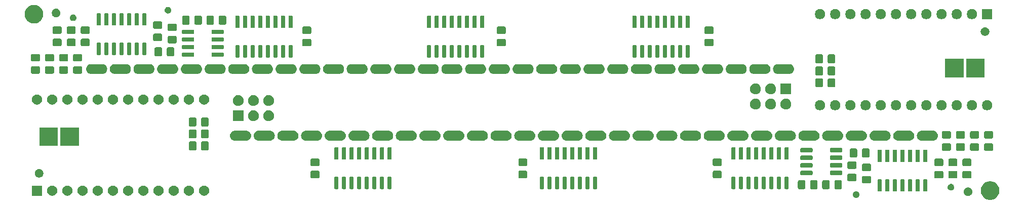
<source format=gbr>
G04 #@! TF.GenerationSoftware,KiCad,Pcbnew,5.1.6+dfsg1-1~bpo10+1*
G04 #@! TF.CreationDate,2020-08-19T20:51:39+03:00*
G04 #@! TF.ProjectId,CompactBeamspringP2,436f6d70-6163-4744-9265-616d73707269,0.0.3*
G04 #@! TF.SameCoordinates,PX68f3ad0PY7d80e80*
G04 #@! TF.FileFunction,Soldermask,Bot*
G04 #@! TF.FilePolarity,Negative*
%FSLAX46Y46*%
G04 Gerber Fmt 4.6, Leading zero omitted, Abs format (unit mm)*
G04 Created by KiCad (PCBNEW 5.1.6+dfsg1-1~bpo10+1) date 2020-08-19 20:51:39*
%MOMM*%
%LPD*%
G01*
G04 APERTURE LIST*
%ADD10C,0.100000*%
G04 APERTURE END LIST*
D10*
G36*
X162152352Y3341204D02*
G01*
X162152355Y3341203D01*
X162152354Y3341203D01*
X162434580Y3224301D01*
X162688578Y3054585D01*
X162904585Y2838578D01*
X163074301Y2584580D01*
X163117931Y2479247D01*
X163191204Y2302352D01*
X163250800Y2002741D01*
X163250800Y1697259D01*
X163191204Y1397648D01*
X163191203Y1397646D01*
X163074301Y1115420D01*
X162904585Y861422D01*
X162688578Y645415D01*
X162434580Y475699D01*
X162235014Y393036D01*
X162152352Y358796D01*
X161852741Y299200D01*
X161547259Y299200D01*
X161247648Y358796D01*
X161164986Y393036D01*
X160965420Y475699D01*
X160711422Y645415D01*
X160495415Y861422D01*
X160325699Y1115420D01*
X160208797Y1397646D01*
X160208796Y1397648D01*
X160149200Y1697259D01*
X160149200Y2002741D01*
X160208796Y2302352D01*
X160282069Y2479247D01*
X160325699Y2584580D01*
X160495415Y2838578D01*
X160711422Y3054585D01*
X160965420Y3224301D01*
X161247646Y3341203D01*
X161247645Y3341203D01*
X161247648Y3341204D01*
X161547259Y3400800D01*
X161852741Y3400800D01*
X162152352Y3341204D01*
G37*
G36*
X139460662Y1704633D02*
G01*
X139560902Y1663113D01*
X139651114Y1602834D01*
X139727834Y1526114D01*
X139788113Y1435902D01*
X139829633Y1335662D01*
X139850800Y1229249D01*
X139850800Y1120751D01*
X139829633Y1014338D01*
X139788113Y914098D01*
X139727834Y823886D01*
X139651114Y747166D01*
X139560902Y686887D01*
X139460662Y645367D01*
X139354249Y624200D01*
X139245751Y624200D01*
X139139338Y645367D01*
X139039098Y686887D01*
X138948886Y747166D01*
X138872166Y823886D01*
X138811887Y914098D01*
X138770367Y1014338D01*
X138749200Y1120751D01*
X138749200Y1229249D01*
X138770367Y1335662D01*
X138811887Y1435902D01*
X138872166Y1526114D01*
X138948886Y1602834D01*
X139039098Y1663113D01*
X139139338Y1704633D01*
X139245751Y1725800D01*
X139354249Y1725800D01*
X139460662Y1704633D01*
G37*
G36*
X158211183Y2346177D02*
G01*
X158342943Y2291600D01*
X158461523Y2212367D01*
X158562367Y2111523D01*
X158641600Y1992943D01*
X158696177Y1861183D01*
X158724000Y1721308D01*
X158724000Y1578692D01*
X158696177Y1438817D01*
X158641600Y1307057D01*
X158562367Y1188477D01*
X158461523Y1087633D01*
X158342943Y1008400D01*
X158211183Y953823D01*
X158071308Y926000D01*
X157928692Y926000D01*
X157788817Y953823D01*
X157657057Y1008400D01*
X157538477Y1087633D01*
X157437633Y1188477D01*
X157358400Y1307057D01*
X157303823Y1438817D01*
X157276000Y1578692D01*
X157276000Y1721308D01*
X157303823Y1861183D01*
X157358400Y1992943D01*
X157437633Y2111523D01*
X157538477Y2212367D01*
X157657057Y2291600D01*
X157788817Y2346177D01*
X157928692Y2374000D01*
X158071308Y2374000D01*
X158211183Y2346177D01*
G37*
G36*
X15295069Y2651485D02*
G01*
X15449905Y2587349D01*
X15589254Y2494240D01*
X15707760Y2375734D01*
X15800869Y2236385D01*
X15865005Y2081549D01*
X15897700Y1917177D01*
X15897700Y1749583D01*
X15865005Y1585211D01*
X15800869Y1430375D01*
X15707760Y1291026D01*
X15589254Y1172520D01*
X15449905Y1079411D01*
X15295069Y1015275D01*
X15130697Y982580D01*
X14963103Y982580D01*
X14798731Y1015275D01*
X14643895Y1079411D01*
X14504546Y1172520D01*
X14386040Y1291026D01*
X14292931Y1430375D01*
X14228795Y1585211D01*
X14196100Y1749583D01*
X14196100Y1917177D01*
X14228795Y2081549D01*
X14292931Y2236385D01*
X14386040Y2375734D01*
X14504546Y2494240D01*
X14643895Y2587349D01*
X14798731Y2651485D01*
X14963103Y2684180D01*
X15130697Y2684180D01*
X15295069Y2651485D01*
G37*
G36*
X30535069Y2651485D02*
G01*
X30689905Y2587349D01*
X30829254Y2494240D01*
X30947760Y2375734D01*
X31040869Y2236385D01*
X31105005Y2081549D01*
X31137700Y1917177D01*
X31137700Y1749583D01*
X31105005Y1585211D01*
X31040869Y1430375D01*
X30947760Y1291026D01*
X30829254Y1172520D01*
X30689905Y1079411D01*
X30535069Y1015275D01*
X30370697Y982580D01*
X30203103Y982580D01*
X30038731Y1015275D01*
X29883895Y1079411D01*
X29744546Y1172520D01*
X29626040Y1291026D01*
X29532931Y1430375D01*
X29468795Y1585211D01*
X29436100Y1749583D01*
X29436100Y1917177D01*
X29468795Y2081549D01*
X29532931Y2236385D01*
X29626040Y2375734D01*
X29744546Y2494240D01*
X29883895Y2587349D01*
X30038731Y2651485D01*
X30203103Y2684180D01*
X30370697Y2684180D01*
X30535069Y2651485D01*
G37*
G36*
X27995069Y2651485D02*
G01*
X28149905Y2587349D01*
X28289254Y2494240D01*
X28407760Y2375734D01*
X28500869Y2236385D01*
X28565005Y2081549D01*
X28597700Y1917177D01*
X28597700Y1749583D01*
X28565005Y1585211D01*
X28500869Y1430375D01*
X28407760Y1291026D01*
X28289254Y1172520D01*
X28149905Y1079411D01*
X27995069Y1015275D01*
X27830697Y982580D01*
X27663103Y982580D01*
X27498731Y1015275D01*
X27343895Y1079411D01*
X27204546Y1172520D01*
X27086040Y1291026D01*
X26992931Y1430375D01*
X26928795Y1585211D01*
X26896100Y1749583D01*
X26896100Y1917177D01*
X26928795Y2081549D01*
X26992931Y2236385D01*
X27086040Y2375734D01*
X27204546Y2494240D01*
X27343895Y2587349D01*
X27498731Y2651485D01*
X27663103Y2684180D01*
X27830697Y2684180D01*
X27995069Y2651485D01*
G37*
G36*
X22915069Y2651485D02*
G01*
X23069905Y2587349D01*
X23209254Y2494240D01*
X23327760Y2375734D01*
X23420869Y2236385D01*
X23485005Y2081549D01*
X23517700Y1917177D01*
X23517700Y1749583D01*
X23485005Y1585211D01*
X23420869Y1430375D01*
X23327760Y1291026D01*
X23209254Y1172520D01*
X23069905Y1079411D01*
X22915069Y1015275D01*
X22750697Y982580D01*
X22583103Y982580D01*
X22418731Y1015275D01*
X22263895Y1079411D01*
X22124546Y1172520D01*
X22006040Y1291026D01*
X21912931Y1430375D01*
X21848795Y1585211D01*
X21816100Y1749583D01*
X21816100Y1917177D01*
X21848795Y2081549D01*
X21912931Y2236385D01*
X22006040Y2375734D01*
X22124546Y2494240D01*
X22263895Y2587349D01*
X22418731Y2651485D01*
X22583103Y2684180D01*
X22750697Y2684180D01*
X22915069Y2651485D01*
G37*
G36*
X20375069Y2651485D02*
G01*
X20529905Y2587349D01*
X20669254Y2494240D01*
X20787760Y2375734D01*
X20880869Y2236385D01*
X20945005Y2081549D01*
X20977700Y1917177D01*
X20977700Y1749583D01*
X20945005Y1585211D01*
X20880869Y1430375D01*
X20787760Y1291026D01*
X20669254Y1172520D01*
X20529905Y1079411D01*
X20375069Y1015275D01*
X20210697Y982580D01*
X20043103Y982580D01*
X19878731Y1015275D01*
X19723895Y1079411D01*
X19584546Y1172520D01*
X19466040Y1291026D01*
X19372931Y1430375D01*
X19308795Y1585211D01*
X19276100Y1749583D01*
X19276100Y1917177D01*
X19308795Y2081549D01*
X19372931Y2236385D01*
X19466040Y2375734D01*
X19584546Y2494240D01*
X19723895Y2587349D01*
X19878731Y2651485D01*
X20043103Y2684180D01*
X20210697Y2684180D01*
X20375069Y2651485D01*
G37*
G36*
X25455069Y2651485D02*
G01*
X25609905Y2587349D01*
X25749254Y2494240D01*
X25867760Y2375734D01*
X25960869Y2236385D01*
X26025005Y2081549D01*
X26057700Y1917177D01*
X26057700Y1749583D01*
X26025005Y1585211D01*
X25960869Y1430375D01*
X25867760Y1291026D01*
X25749254Y1172520D01*
X25609905Y1079411D01*
X25455069Y1015275D01*
X25290697Y982580D01*
X25123103Y982580D01*
X24958731Y1015275D01*
X24803895Y1079411D01*
X24664546Y1172520D01*
X24546040Y1291026D01*
X24452931Y1430375D01*
X24388795Y1585211D01*
X24356100Y1749583D01*
X24356100Y1917177D01*
X24388795Y2081549D01*
X24452931Y2236385D01*
X24546040Y2375734D01*
X24664546Y2494240D01*
X24803895Y2587349D01*
X24958731Y2651485D01*
X25123103Y2684180D01*
X25290697Y2684180D01*
X25455069Y2651485D01*
G37*
G36*
X12755069Y2651485D02*
G01*
X12909905Y2587349D01*
X13049254Y2494240D01*
X13167760Y2375734D01*
X13260869Y2236385D01*
X13325005Y2081549D01*
X13357700Y1917177D01*
X13357700Y1749583D01*
X13325005Y1585211D01*
X13260869Y1430375D01*
X13167760Y1291026D01*
X13049254Y1172520D01*
X12909905Y1079411D01*
X12755069Y1015275D01*
X12590697Y982580D01*
X12423103Y982580D01*
X12258731Y1015275D01*
X12103895Y1079411D01*
X11964546Y1172520D01*
X11846040Y1291026D01*
X11752931Y1430375D01*
X11688795Y1585211D01*
X11656100Y1749583D01*
X11656100Y1917177D01*
X11688795Y2081549D01*
X11752931Y2236385D01*
X11846040Y2375734D01*
X11964546Y2494240D01*
X12103895Y2587349D01*
X12258731Y2651485D01*
X12423103Y2684180D01*
X12590697Y2684180D01*
X12755069Y2651485D01*
G37*
G36*
X10215069Y2651485D02*
G01*
X10369905Y2587349D01*
X10509254Y2494240D01*
X10627760Y2375734D01*
X10720869Y2236385D01*
X10785005Y2081549D01*
X10817700Y1917177D01*
X10817700Y1749583D01*
X10785005Y1585211D01*
X10720869Y1430375D01*
X10627760Y1291026D01*
X10509254Y1172520D01*
X10369905Y1079411D01*
X10215069Y1015275D01*
X10050697Y982580D01*
X9883103Y982580D01*
X9718731Y1015275D01*
X9563895Y1079411D01*
X9424546Y1172520D01*
X9306040Y1291026D01*
X9212931Y1430375D01*
X9148795Y1585211D01*
X9116100Y1749583D01*
X9116100Y1917177D01*
X9148795Y2081549D01*
X9212931Y2236385D01*
X9306040Y2375734D01*
X9424546Y2494240D01*
X9563895Y2587349D01*
X9718731Y2651485D01*
X9883103Y2684180D01*
X10050697Y2684180D01*
X10215069Y2651485D01*
G37*
G36*
X7675069Y2651485D02*
G01*
X7829905Y2587349D01*
X7969254Y2494240D01*
X8087760Y2375734D01*
X8180869Y2236385D01*
X8245005Y2081549D01*
X8277700Y1917177D01*
X8277700Y1749583D01*
X8245005Y1585211D01*
X8180869Y1430375D01*
X8087760Y1291026D01*
X7969254Y1172520D01*
X7829905Y1079411D01*
X7675069Y1015275D01*
X7510697Y982580D01*
X7343103Y982580D01*
X7178731Y1015275D01*
X7023895Y1079411D01*
X6884546Y1172520D01*
X6766040Y1291026D01*
X6672931Y1430375D01*
X6608795Y1585211D01*
X6576100Y1749583D01*
X6576100Y1917177D01*
X6608795Y2081549D01*
X6672931Y2236385D01*
X6766040Y2375734D01*
X6884546Y2494240D01*
X7023895Y2587349D01*
X7178731Y2651485D01*
X7343103Y2684180D01*
X7510697Y2684180D01*
X7675069Y2651485D01*
G37*
G36*
X5135069Y2651485D02*
G01*
X5289905Y2587349D01*
X5429254Y2494240D01*
X5547760Y2375734D01*
X5640869Y2236385D01*
X5705005Y2081549D01*
X5737700Y1917177D01*
X5737700Y1749583D01*
X5705005Y1585211D01*
X5640869Y1430375D01*
X5547760Y1291026D01*
X5429254Y1172520D01*
X5289905Y1079411D01*
X5135069Y1015275D01*
X4970697Y982580D01*
X4803103Y982580D01*
X4638731Y1015275D01*
X4483895Y1079411D01*
X4344546Y1172520D01*
X4226040Y1291026D01*
X4132931Y1430375D01*
X4068795Y1585211D01*
X4036100Y1749583D01*
X4036100Y1917177D01*
X4068795Y2081549D01*
X4132931Y2236385D01*
X4226040Y2375734D01*
X4344546Y2494240D01*
X4483895Y2587349D01*
X4638731Y2651485D01*
X4803103Y2684180D01*
X4970697Y2684180D01*
X5135069Y2651485D01*
G37*
G36*
X3197700Y982580D02*
G01*
X1496100Y982580D01*
X1496100Y2684180D01*
X3197700Y2684180D01*
X3197700Y982580D01*
G37*
G36*
X17835069Y2651485D02*
G01*
X17989905Y2587349D01*
X18129254Y2494240D01*
X18247760Y2375734D01*
X18340869Y2236385D01*
X18405005Y2081549D01*
X18437700Y1917177D01*
X18437700Y1749583D01*
X18405005Y1585211D01*
X18340869Y1430375D01*
X18247760Y1291026D01*
X18129254Y1172520D01*
X17989905Y1079411D01*
X17835069Y1015275D01*
X17670697Y982580D01*
X17503103Y982580D01*
X17338731Y1015275D01*
X17183895Y1079411D01*
X17044546Y1172520D01*
X16926040Y1291026D01*
X16832931Y1430375D01*
X16768795Y1585211D01*
X16736100Y1749583D01*
X16736100Y1917177D01*
X16768795Y2081549D01*
X16832931Y2236385D01*
X16926040Y2375734D01*
X17044546Y2494240D01*
X17183895Y2587349D01*
X17338731Y2651485D01*
X17503103Y2684180D01*
X17670697Y2684180D01*
X17835069Y2651485D01*
G37*
G36*
X147282654Y3727756D02*
G01*
X147310779Y3719224D01*
X147336695Y3705372D01*
X147359409Y3686729D01*
X147378052Y3664015D01*
X147391904Y3638099D01*
X147400436Y3609974D01*
X147403560Y3578249D01*
X147403560Y1831911D01*
X147400436Y1800186D01*
X147391904Y1772061D01*
X147378052Y1746145D01*
X147359409Y1723431D01*
X147336695Y1704788D01*
X147310779Y1690936D01*
X147282654Y1682404D01*
X147250929Y1679280D01*
X146854591Y1679280D01*
X146822866Y1682404D01*
X146794741Y1690936D01*
X146768825Y1704788D01*
X146746111Y1723431D01*
X146727468Y1746145D01*
X146713616Y1772061D01*
X146705084Y1800186D01*
X146701960Y1831911D01*
X146701960Y3578249D01*
X146705084Y3609974D01*
X146713616Y3638099D01*
X146727468Y3664015D01*
X146746111Y3686729D01*
X146768825Y3705372D01*
X146794741Y3719224D01*
X146822866Y3727756D01*
X146854591Y3730880D01*
X147250929Y3730880D01*
X147282654Y3727756D01*
G37*
G36*
X143472654Y3727756D02*
G01*
X143500779Y3719224D01*
X143526695Y3705372D01*
X143549409Y3686729D01*
X143568052Y3664015D01*
X143581904Y3638099D01*
X143590436Y3609974D01*
X143593560Y3578249D01*
X143593560Y1831911D01*
X143590436Y1800186D01*
X143581904Y1772061D01*
X143568052Y1746145D01*
X143549409Y1723431D01*
X143526695Y1704788D01*
X143500779Y1690936D01*
X143472654Y1682404D01*
X143440929Y1679280D01*
X143044591Y1679280D01*
X143012866Y1682404D01*
X142984741Y1690936D01*
X142958825Y1704788D01*
X142936111Y1723431D01*
X142917468Y1746145D01*
X142903616Y1772061D01*
X142895084Y1800186D01*
X142891960Y1831911D01*
X142891960Y3578249D01*
X142895084Y3609974D01*
X142903616Y3638099D01*
X142917468Y3664015D01*
X142936111Y3686729D01*
X142958825Y3705372D01*
X142984741Y3719224D01*
X143012866Y3727756D01*
X143044591Y3730880D01*
X143440929Y3730880D01*
X143472654Y3727756D01*
G37*
G36*
X146012654Y3727756D02*
G01*
X146040779Y3719224D01*
X146066695Y3705372D01*
X146089409Y3686729D01*
X146108052Y3664015D01*
X146121904Y3638099D01*
X146130436Y3609974D01*
X146133560Y3578249D01*
X146133560Y1831911D01*
X146130436Y1800186D01*
X146121904Y1772061D01*
X146108052Y1746145D01*
X146089409Y1723431D01*
X146066695Y1704788D01*
X146040779Y1690936D01*
X146012654Y1682404D01*
X145980929Y1679280D01*
X145584591Y1679280D01*
X145552866Y1682404D01*
X145524741Y1690936D01*
X145498825Y1704788D01*
X145476111Y1723431D01*
X145457468Y1746145D01*
X145443616Y1772061D01*
X145435084Y1800186D01*
X145431960Y1831911D01*
X145431960Y3578249D01*
X145435084Y3609974D01*
X145443616Y3638099D01*
X145457468Y3664015D01*
X145476111Y3686729D01*
X145498825Y3705372D01*
X145524741Y3719224D01*
X145552866Y3727756D01*
X145584591Y3730880D01*
X145980929Y3730880D01*
X146012654Y3727756D01*
G37*
G36*
X149822654Y3727756D02*
G01*
X149850779Y3719224D01*
X149876695Y3705372D01*
X149899409Y3686729D01*
X149918052Y3664015D01*
X149931904Y3638099D01*
X149940436Y3609974D01*
X149943560Y3578249D01*
X149943560Y1831911D01*
X149940436Y1800186D01*
X149931904Y1772061D01*
X149918052Y1746145D01*
X149899409Y1723431D01*
X149876695Y1704788D01*
X149850779Y1690936D01*
X149822654Y1682404D01*
X149790929Y1679280D01*
X149394591Y1679280D01*
X149362866Y1682404D01*
X149334741Y1690936D01*
X149308825Y1704788D01*
X149286111Y1723431D01*
X149267468Y1746145D01*
X149253616Y1772061D01*
X149245084Y1800186D01*
X149241960Y1831911D01*
X149241960Y3578249D01*
X149245084Y3609974D01*
X149253616Y3638099D01*
X149267468Y3664015D01*
X149286111Y3686729D01*
X149308825Y3705372D01*
X149334741Y3719224D01*
X149362866Y3727756D01*
X149394591Y3730880D01*
X149790929Y3730880D01*
X149822654Y3727756D01*
G37*
G36*
X151092654Y3727756D02*
G01*
X151120779Y3719224D01*
X151146695Y3705372D01*
X151169409Y3686729D01*
X151188052Y3664015D01*
X151201904Y3638099D01*
X151210436Y3609974D01*
X151213560Y3578249D01*
X151213560Y1831911D01*
X151210436Y1800186D01*
X151201904Y1772061D01*
X151188052Y1746145D01*
X151169409Y1723431D01*
X151146695Y1704788D01*
X151120779Y1690936D01*
X151092654Y1682404D01*
X151060929Y1679280D01*
X150664591Y1679280D01*
X150632866Y1682404D01*
X150604741Y1690936D01*
X150578825Y1704788D01*
X150556111Y1723431D01*
X150537468Y1746145D01*
X150523616Y1772061D01*
X150515084Y1800186D01*
X150511960Y1831911D01*
X150511960Y3578249D01*
X150515084Y3609974D01*
X150523616Y3638099D01*
X150537468Y3664015D01*
X150556111Y3686729D01*
X150578825Y3705372D01*
X150604741Y3719224D01*
X150632866Y3727756D01*
X150664591Y3730880D01*
X151060929Y3730880D01*
X151092654Y3727756D01*
G37*
G36*
X144742654Y3727756D02*
G01*
X144770779Y3719224D01*
X144796695Y3705372D01*
X144819409Y3686729D01*
X144838052Y3664015D01*
X144851904Y3638099D01*
X144860436Y3609974D01*
X144863560Y3578249D01*
X144863560Y1831911D01*
X144860436Y1800186D01*
X144851904Y1772061D01*
X144838052Y1746145D01*
X144819409Y1723431D01*
X144796695Y1704788D01*
X144770779Y1690936D01*
X144742654Y1682404D01*
X144710929Y1679280D01*
X144314591Y1679280D01*
X144282866Y1682404D01*
X144254741Y1690936D01*
X144228825Y1704788D01*
X144206111Y1723431D01*
X144187468Y1746145D01*
X144173616Y1772061D01*
X144165084Y1800186D01*
X144161960Y1831911D01*
X144161960Y3578249D01*
X144165084Y3609974D01*
X144173616Y3638099D01*
X144187468Y3664015D01*
X144206111Y3686729D01*
X144228825Y3705372D01*
X144254741Y3719224D01*
X144282866Y3727756D01*
X144314591Y3730880D01*
X144710929Y3730880D01*
X144742654Y3727756D01*
G37*
G36*
X148552654Y3727756D02*
G01*
X148580779Y3719224D01*
X148606695Y3705372D01*
X148629409Y3686729D01*
X148648052Y3664015D01*
X148661904Y3638099D01*
X148670436Y3609974D01*
X148673560Y3578249D01*
X148673560Y1831911D01*
X148670436Y1800186D01*
X148661904Y1772061D01*
X148648052Y1746145D01*
X148629409Y1723431D01*
X148606695Y1704788D01*
X148580779Y1690936D01*
X148552654Y1682404D01*
X148520929Y1679280D01*
X148124591Y1679280D01*
X148092866Y1682404D01*
X148064741Y1690936D01*
X148038825Y1704788D01*
X148016111Y1723431D01*
X147997468Y1746145D01*
X147983616Y1772061D01*
X147975084Y1800186D01*
X147971960Y1831911D01*
X147971960Y3578249D01*
X147975084Y3609974D01*
X147983616Y3638099D01*
X147997468Y3664015D01*
X148016111Y3686729D01*
X148038825Y3705372D01*
X148064741Y3719224D01*
X148092866Y3727756D01*
X148124591Y3730880D01*
X148520929Y3730880D01*
X148552654Y3727756D01*
G37*
G36*
X155310662Y2954633D02*
G01*
X155410902Y2913113D01*
X155501114Y2852834D01*
X155577834Y2776114D01*
X155638113Y2685902D01*
X155679633Y2585662D01*
X155700800Y2479249D01*
X155700800Y2370751D01*
X155679633Y2264338D01*
X155638113Y2164098D01*
X155577834Y2073886D01*
X155501114Y1997166D01*
X155410902Y1936887D01*
X155310662Y1895367D01*
X155204249Y1874200D01*
X155095751Y1874200D01*
X154989338Y1895367D01*
X154889098Y1936887D01*
X154798886Y1997166D01*
X154722166Y2073886D01*
X154661887Y2164098D01*
X154620367Y2264338D01*
X154599200Y2370751D01*
X154599200Y2479249D01*
X154620367Y2585662D01*
X154661887Y2685902D01*
X154722166Y2776114D01*
X154798886Y2852834D01*
X154889098Y2913113D01*
X154989338Y2954633D01*
X155095751Y2975800D01*
X155204249Y2975800D01*
X155310662Y2954633D01*
G37*
G36*
X130615506Y3586620D02*
G01*
X130661142Y3572776D01*
X130703207Y3550292D01*
X130740075Y3520035D01*
X130770332Y3483167D01*
X130792816Y3441102D01*
X130806660Y3395466D01*
X130811580Y3345514D01*
X130811580Y2335966D01*
X130806660Y2286014D01*
X130792816Y2240378D01*
X130770332Y2198313D01*
X130740075Y2161445D01*
X130703207Y2131188D01*
X130661142Y2108704D01*
X130615506Y2094860D01*
X130565554Y2089940D01*
X129806006Y2089940D01*
X129756054Y2094860D01*
X129710418Y2108704D01*
X129668353Y2131188D01*
X129631485Y2161445D01*
X129601228Y2198313D01*
X129578744Y2240378D01*
X129564900Y2286014D01*
X129559980Y2335966D01*
X129559980Y3345514D01*
X129564900Y3395466D01*
X129578744Y3441102D01*
X129601228Y3483167D01*
X129631485Y3520035D01*
X129668353Y3550292D01*
X129710418Y3572776D01*
X129756054Y3586620D01*
X129806006Y3591540D01*
X130565554Y3591540D01*
X130615506Y3586620D01*
G37*
G36*
X132665506Y3586620D02*
G01*
X132711142Y3572776D01*
X132753207Y3550292D01*
X132790075Y3520035D01*
X132820332Y3483167D01*
X132842816Y3441102D01*
X132856660Y3395466D01*
X132861580Y3345514D01*
X132861580Y2335966D01*
X132856660Y2286014D01*
X132842816Y2240378D01*
X132820332Y2198313D01*
X132790075Y2161445D01*
X132753207Y2131188D01*
X132711142Y2108704D01*
X132665506Y2094860D01*
X132615554Y2089940D01*
X131856006Y2089940D01*
X131806054Y2094860D01*
X131760418Y2108704D01*
X131718353Y2131188D01*
X131681485Y2161445D01*
X131651228Y2198313D01*
X131628744Y2240378D01*
X131614900Y2286014D01*
X131609980Y2335966D01*
X131609980Y3345514D01*
X131614900Y3395466D01*
X131628744Y3441102D01*
X131651228Y3483167D01*
X131681485Y3520035D01*
X131718353Y3550292D01*
X131760418Y3572776D01*
X131806054Y3586620D01*
X131856006Y3591540D01*
X132615554Y3591540D01*
X132665506Y3586620D01*
G37*
G36*
X134682046Y3586620D02*
G01*
X134727682Y3572776D01*
X134769747Y3550292D01*
X134806615Y3520035D01*
X134836872Y3483167D01*
X134859356Y3441102D01*
X134873200Y3395466D01*
X134878120Y3345514D01*
X134878120Y2335966D01*
X134873200Y2286014D01*
X134859356Y2240378D01*
X134836872Y2198313D01*
X134806615Y2161445D01*
X134769747Y2131188D01*
X134727682Y2108704D01*
X134682046Y2094860D01*
X134632094Y2089940D01*
X133872546Y2089940D01*
X133822594Y2094860D01*
X133776958Y2108704D01*
X133734893Y2131188D01*
X133698025Y2161445D01*
X133667768Y2198313D01*
X133645284Y2240378D01*
X133631440Y2286014D01*
X133626520Y2335966D01*
X133626520Y3345514D01*
X133631440Y3395466D01*
X133645284Y3441102D01*
X133667768Y3483167D01*
X133698025Y3520035D01*
X133734893Y3550292D01*
X133776958Y3572776D01*
X133822594Y3586620D01*
X133872546Y3591540D01*
X134632094Y3591540D01*
X134682046Y3586620D01*
G37*
G36*
X136732046Y3586620D02*
G01*
X136777682Y3572776D01*
X136819747Y3550292D01*
X136856615Y3520035D01*
X136886872Y3483167D01*
X136909356Y3441102D01*
X136923200Y3395466D01*
X136928120Y3345514D01*
X136928120Y2335966D01*
X136923200Y2286014D01*
X136909356Y2240378D01*
X136886872Y2198313D01*
X136856615Y2161445D01*
X136819747Y2131188D01*
X136777682Y2108704D01*
X136732046Y2094860D01*
X136682094Y2089940D01*
X135922546Y2089940D01*
X135872594Y2094860D01*
X135826958Y2108704D01*
X135784893Y2131188D01*
X135748025Y2161445D01*
X135717768Y2198313D01*
X135695284Y2240378D01*
X135681440Y2286014D01*
X135676520Y2335966D01*
X135676520Y3345514D01*
X135681440Y3395466D01*
X135695284Y3441102D01*
X135717768Y3483167D01*
X135748025Y3520035D01*
X135784893Y3550292D01*
X135826958Y3572776D01*
X135872594Y3586620D01*
X135922546Y3591540D01*
X136682094Y3591540D01*
X136732046Y3586620D01*
G37*
G36*
X52644794Y4144316D02*
G01*
X52672919Y4135784D01*
X52698835Y4121932D01*
X52721549Y4103289D01*
X52740192Y4080575D01*
X52754044Y4054659D01*
X52762576Y4026534D01*
X52765700Y3994809D01*
X52765700Y2248471D01*
X52762576Y2216746D01*
X52754044Y2188621D01*
X52740192Y2162705D01*
X52721549Y2139991D01*
X52698835Y2121348D01*
X52672919Y2107496D01*
X52644794Y2098964D01*
X52613069Y2095840D01*
X52216731Y2095840D01*
X52185006Y2098964D01*
X52156881Y2107496D01*
X52130965Y2121348D01*
X52108251Y2139991D01*
X52089608Y2162705D01*
X52075756Y2188621D01*
X52067224Y2216746D01*
X52064100Y2248471D01*
X52064100Y3994809D01*
X52067224Y4026534D01*
X52075756Y4054659D01*
X52089608Y4080575D01*
X52108251Y4103289D01*
X52130965Y4121932D01*
X52156881Y4135784D01*
X52185006Y4144316D01*
X52216731Y4147440D01*
X52613069Y4147440D01*
X52644794Y4144316D01*
G37*
G36*
X93340674Y4144316D02*
G01*
X93368799Y4135784D01*
X93394715Y4121932D01*
X93417429Y4103289D01*
X93436072Y4080575D01*
X93449924Y4054659D01*
X93458456Y4026534D01*
X93461580Y3994809D01*
X93461580Y2248471D01*
X93458456Y2216746D01*
X93449924Y2188621D01*
X93436072Y2162705D01*
X93417429Y2139991D01*
X93394715Y2121348D01*
X93368799Y2107496D01*
X93340674Y2098964D01*
X93308949Y2095840D01*
X92912611Y2095840D01*
X92880886Y2098964D01*
X92852761Y2107496D01*
X92826845Y2121348D01*
X92804131Y2139991D01*
X92785488Y2162705D01*
X92771636Y2188621D01*
X92763104Y2216746D01*
X92759980Y2248471D01*
X92759980Y3994809D01*
X92763104Y4026534D01*
X92771636Y4054659D01*
X92785488Y4080575D01*
X92804131Y4103289D01*
X92826845Y4121932D01*
X92852761Y4135784D01*
X92880886Y4144316D01*
X92912611Y4147440D01*
X93308949Y4147440D01*
X93340674Y4144316D01*
G37*
G36*
X94610674Y4144316D02*
G01*
X94638799Y4135784D01*
X94664715Y4121932D01*
X94687429Y4103289D01*
X94706072Y4080575D01*
X94719924Y4054659D01*
X94728456Y4026534D01*
X94731580Y3994809D01*
X94731580Y2248471D01*
X94728456Y2216746D01*
X94719924Y2188621D01*
X94706072Y2162705D01*
X94687429Y2139991D01*
X94664715Y2121348D01*
X94638799Y2107496D01*
X94610674Y2098964D01*
X94578949Y2095840D01*
X94182611Y2095840D01*
X94150886Y2098964D01*
X94122761Y2107496D01*
X94096845Y2121348D01*
X94074131Y2139991D01*
X94055488Y2162705D01*
X94041636Y2188621D01*
X94033104Y2216746D01*
X94029980Y2248471D01*
X94029980Y3994809D01*
X94033104Y4026534D01*
X94041636Y4054659D01*
X94055488Y4080575D01*
X94074131Y4103289D01*
X94096845Y4121932D01*
X94122761Y4135784D01*
X94150886Y4144316D01*
X94182611Y4147440D01*
X94578949Y4147440D01*
X94610674Y4144316D01*
G37*
G36*
X95880674Y4144316D02*
G01*
X95908799Y4135784D01*
X95934715Y4121932D01*
X95957429Y4103289D01*
X95976072Y4080575D01*
X95989924Y4054659D01*
X95998456Y4026534D01*
X96001580Y3994809D01*
X96001580Y2248471D01*
X95998456Y2216746D01*
X95989924Y2188621D01*
X95976072Y2162705D01*
X95957429Y2139991D01*
X95934715Y2121348D01*
X95908799Y2107496D01*
X95880674Y2098964D01*
X95848949Y2095840D01*
X95452611Y2095840D01*
X95420886Y2098964D01*
X95392761Y2107496D01*
X95366845Y2121348D01*
X95344131Y2139991D01*
X95325488Y2162705D01*
X95311636Y2188621D01*
X95303104Y2216746D01*
X95299980Y2248471D01*
X95299980Y3994809D01*
X95303104Y4026534D01*
X95311636Y4054659D01*
X95325488Y4080575D01*
X95344131Y4103289D01*
X95366845Y4121932D01*
X95392761Y4135784D01*
X95420886Y4144316D01*
X95452611Y4147440D01*
X95848949Y4147440D01*
X95880674Y4144316D01*
G37*
G36*
X53914794Y4144316D02*
G01*
X53942919Y4135784D01*
X53968835Y4121932D01*
X53991549Y4103289D01*
X54010192Y4080575D01*
X54024044Y4054659D01*
X54032576Y4026534D01*
X54035700Y3994809D01*
X54035700Y2248471D01*
X54032576Y2216746D01*
X54024044Y2188621D01*
X54010192Y2162705D01*
X53991549Y2139991D01*
X53968835Y2121348D01*
X53942919Y2107496D01*
X53914794Y2098964D01*
X53883069Y2095840D01*
X53486731Y2095840D01*
X53455006Y2098964D01*
X53426881Y2107496D01*
X53400965Y2121348D01*
X53378251Y2139991D01*
X53359608Y2162705D01*
X53345756Y2188621D01*
X53337224Y2216746D01*
X53334100Y2248471D01*
X53334100Y3994809D01*
X53337224Y4026534D01*
X53345756Y4054659D01*
X53359608Y4080575D01*
X53378251Y4103289D01*
X53400965Y4121932D01*
X53426881Y4135784D01*
X53455006Y4144316D01*
X53486731Y4147440D01*
X53883069Y4147440D01*
X53914794Y4144316D01*
G37*
G36*
X55184794Y4144316D02*
G01*
X55212919Y4135784D01*
X55238835Y4121932D01*
X55261549Y4103289D01*
X55280192Y4080575D01*
X55294044Y4054659D01*
X55302576Y4026534D01*
X55305700Y3994809D01*
X55305700Y2248471D01*
X55302576Y2216746D01*
X55294044Y2188621D01*
X55280192Y2162705D01*
X55261549Y2139991D01*
X55238835Y2121348D01*
X55212919Y2107496D01*
X55184794Y2098964D01*
X55153069Y2095840D01*
X54756731Y2095840D01*
X54725006Y2098964D01*
X54696881Y2107496D01*
X54670965Y2121348D01*
X54648251Y2139991D01*
X54629608Y2162705D01*
X54615756Y2188621D01*
X54607224Y2216746D01*
X54604100Y2248471D01*
X54604100Y3994809D01*
X54607224Y4026534D01*
X54615756Y4054659D01*
X54629608Y4080575D01*
X54648251Y4103289D01*
X54670965Y4121932D01*
X54696881Y4135784D01*
X54725006Y4144316D01*
X54756731Y4147440D01*
X55153069Y4147440D01*
X55184794Y4144316D01*
G37*
G36*
X56454794Y4144316D02*
G01*
X56482919Y4135784D01*
X56508835Y4121932D01*
X56531549Y4103289D01*
X56550192Y4080575D01*
X56564044Y4054659D01*
X56572576Y4026534D01*
X56575700Y3994809D01*
X56575700Y2248471D01*
X56572576Y2216746D01*
X56564044Y2188621D01*
X56550192Y2162705D01*
X56531549Y2139991D01*
X56508835Y2121348D01*
X56482919Y2107496D01*
X56454794Y2098964D01*
X56423069Y2095840D01*
X56026731Y2095840D01*
X55995006Y2098964D01*
X55966881Y2107496D01*
X55940965Y2121348D01*
X55918251Y2139991D01*
X55899608Y2162705D01*
X55885756Y2188621D01*
X55877224Y2216746D01*
X55874100Y2248471D01*
X55874100Y3994809D01*
X55877224Y4026534D01*
X55885756Y4054659D01*
X55899608Y4080575D01*
X55918251Y4103289D01*
X55940965Y4121932D01*
X55966881Y4135784D01*
X55995006Y4144316D01*
X56026731Y4147440D01*
X56423069Y4147440D01*
X56454794Y4144316D01*
G37*
G36*
X57724794Y4144316D02*
G01*
X57752919Y4135784D01*
X57778835Y4121932D01*
X57801549Y4103289D01*
X57820192Y4080575D01*
X57834044Y4054659D01*
X57842576Y4026534D01*
X57845700Y3994809D01*
X57845700Y2248471D01*
X57842576Y2216746D01*
X57834044Y2188621D01*
X57820192Y2162705D01*
X57801549Y2139991D01*
X57778835Y2121348D01*
X57752919Y2107496D01*
X57724794Y2098964D01*
X57693069Y2095840D01*
X57296731Y2095840D01*
X57265006Y2098964D01*
X57236881Y2107496D01*
X57210965Y2121348D01*
X57188251Y2139991D01*
X57169608Y2162705D01*
X57155756Y2188621D01*
X57147224Y2216746D01*
X57144100Y2248471D01*
X57144100Y3994809D01*
X57147224Y4026534D01*
X57155756Y4054659D01*
X57169608Y4080575D01*
X57188251Y4103289D01*
X57210965Y4121932D01*
X57236881Y4135784D01*
X57265006Y4144316D01*
X57296731Y4147440D01*
X57693069Y4147440D01*
X57724794Y4144316D01*
G37*
G36*
X61534794Y4144316D02*
G01*
X61562919Y4135784D01*
X61588835Y4121932D01*
X61611549Y4103289D01*
X61630192Y4080575D01*
X61644044Y4054659D01*
X61652576Y4026534D01*
X61655700Y3994809D01*
X61655700Y2248471D01*
X61652576Y2216746D01*
X61644044Y2188621D01*
X61630192Y2162705D01*
X61611549Y2139991D01*
X61588835Y2121348D01*
X61562919Y2107496D01*
X61534794Y2098964D01*
X61503069Y2095840D01*
X61106731Y2095840D01*
X61075006Y2098964D01*
X61046881Y2107496D01*
X61020965Y2121348D01*
X60998251Y2139991D01*
X60979608Y2162705D01*
X60965756Y2188621D01*
X60957224Y2216746D01*
X60954100Y2248471D01*
X60954100Y3994809D01*
X60957224Y4026534D01*
X60965756Y4054659D01*
X60979608Y4080575D01*
X60998251Y4103289D01*
X61020965Y4121932D01*
X61046881Y4135784D01*
X61075006Y4144316D01*
X61106731Y4147440D01*
X61503069Y4147440D01*
X61534794Y4144316D01*
G37*
G36*
X127912614Y4144316D02*
G01*
X127940739Y4135784D01*
X127966655Y4121932D01*
X127989369Y4103289D01*
X128008012Y4080575D01*
X128021864Y4054659D01*
X128030396Y4026534D01*
X128033520Y3994809D01*
X128033520Y2248471D01*
X128030396Y2216746D01*
X128021864Y2188621D01*
X128008012Y2162705D01*
X127989369Y2139991D01*
X127966655Y2121348D01*
X127940739Y2107496D01*
X127912614Y2098964D01*
X127880889Y2095840D01*
X127484551Y2095840D01*
X127452826Y2098964D01*
X127424701Y2107496D01*
X127398785Y2121348D01*
X127376071Y2139991D01*
X127357428Y2162705D01*
X127343576Y2188621D01*
X127335044Y2216746D01*
X127331920Y2248471D01*
X127331920Y3994809D01*
X127335044Y4026534D01*
X127343576Y4054659D01*
X127357428Y4080575D01*
X127376071Y4103289D01*
X127398785Y4121932D01*
X127424701Y4135784D01*
X127452826Y4144316D01*
X127484551Y4147440D01*
X127880889Y4147440D01*
X127912614Y4144316D01*
G37*
G36*
X126642614Y4144316D02*
G01*
X126670739Y4135784D01*
X126696655Y4121932D01*
X126719369Y4103289D01*
X126738012Y4080575D01*
X126751864Y4054659D01*
X126760396Y4026534D01*
X126763520Y3994809D01*
X126763520Y2248471D01*
X126760396Y2216746D01*
X126751864Y2188621D01*
X126738012Y2162705D01*
X126719369Y2139991D01*
X126696655Y2121348D01*
X126670739Y2107496D01*
X126642614Y2098964D01*
X126610889Y2095840D01*
X126214551Y2095840D01*
X126182826Y2098964D01*
X126154701Y2107496D01*
X126128785Y2121348D01*
X126106071Y2139991D01*
X126087428Y2162705D01*
X126073576Y2188621D01*
X126065044Y2216746D01*
X126061920Y2248471D01*
X126061920Y3994809D01*
X126065044Y4026534D01*
X126073576Y4054659D01*
X126087428Y4080575D01*
X126106071Y4103289D01*
X126128785Y4121932D01*
X126154701Y4135784D01*
X126182826Y4144316D01*
X126214551Y4147440D01*
X126610889Y4147440D01*
X126642614Y4144316D01*
G37*
G36*
X60264794Y4144316D02*
G01*
X60292919Y4135784D01*
X60318835Y4121932D01*
X60341549Y4103289D01*
X60360192Y4080575D01*
X60374044Y4054659D01*
X60382576Y4026534D01*
X60385700Y3994809D01*
X60385700Y2248471D01*
X60382576Y2216746D01*
X60374044Y2188621D01*
X60360192Y2162705D01*
X60341549Y2139991D01*
X60318835Y2121348D01*
X60292919Y2107496D01*
X60264794Y2098964D01*
X60233069Y2095840D01*
X59836731Y2095840D01*
X59805006Y2098964D01*
X59776881Y2107496D01*
X59750965Y2121348D01*
X59728251Y2139991D01*
X59709608Y2162705D01*
X59695756Y2188621D01*
X59687224Y2216746D01*
X59684100Y2248471D01*
X59684100Y3994809D01*
X59687224Y4026534D01*
X59695756Y4054659D01*
X59709608Y4080575D01*
X59728251Y4103289D01*
X59750965Y4121932D01*
X59776881Y4135784D01*
X59805006Y4144316D01*
X59836731Y4147440D01*
X60233069Y4147440D01*
X60264794Y4144316D01*
G37*
G36*
X90800674Y4144316D02*
G01*
X90828799Y4135784D01*
X90854715Y4121932D01*
X90877429Y4103289D01*
X90896072Y4080575D01*
X90909924Y4054659D01*
X90918456Y4026534D01*
X90921580Y3994809D01*
X90921580Y2248471D01*
X90918456Y2216746D01*
X90909924Y2188621D01*
X90896072Y2162705D01*
X90877429Y2139991D01*
X90854715Y2121348D01*
X90828799Y2107496D01*
X90800674Y2098964D01*
X90768949Y2095840D01*
X90372611Y2095840D01*
X90340886Y2098964D01*
X90312761Y2107496D01*
X90286845Y2121348D01*
X90264131Y2139991D01*
X90245488Y2162705D01*
X90231636Y2188621D01*
X90223104Y2216746D01*
X90219980Y2248471D01*
X90219980Y3994809D01*
X90223104Y4026534D01*
X90231636Y4054659D01*
X90245488Y4080575D01*
X90264131Y4103289D01*
X90286845Y4121932D01*
X90312761Y4135784D01*
X90340886Y4144316D01*
X90372611Y4147440D01*
X90768949Y4147440D01*
X90800674Y4144316D01*
G37*
G36*
X89530674Y4144316D02*
G01*
X89558799Y4135784D01*
X89584715Y4121932D01*
X89607429Y4103289D01*
X89626072Y4080575D01*
X89639924Y4054659D01*
X89648456Y4026534D01*
X89651580Y3994809D01*
X89651580Y2248471D01*
X89648456Y2216746D01*
X89639924Y2188621D01*
X89626072Y2162705D01*
X89607429Y2139991D01*
X89584715Y2121348D01*
X89558799Y2107496D01*
X89530674Y2098964D01*
X89498949Y2095840D01*
X89102611Y2095840D01*
X89070886Y2098964D01*
X89042761Y2107496D01*
X89016845Y2121348D01*
X88994131Y2139991D01*
X88975488Y2162705D01*
X88961636Y2188621D01*
X88953104Y2216746D01*
X88949980Y2248471D01*
X88949980Y3994809D01*
X88953104Y4026534D01*
X88961636Y4054659D01*
X88975488Y4080575D01*
X88994131Y4103289D01*
X89016845Y4121932D01*
X89042761Y4135784D01*
X89070886Y4144316D01*
X89102611Y4147440D01*
X89498949Y4147440D01*
X89530674Y4144316D01*
G37*
G36*
X88260674Y4144316D02*
G01*
X88288799Y4135784D01*
X88314715Y4121932D01*
X88337429Y4103289D01*
X88356072Y4080575D01*
X88369924Y4054659D01*
X88378456Y4026534D01*
X88381580Y3994809D01*
X88381580Y2248471D01*
X88378456Y2216746D01*
X88369924Y2188621D01*
X88356072Y2162705D01*
X88337429Y2139991D01*
X88314715Y2121348D01*
X88288799Y2107496D01*
X88260674Y2098964D01*
X88228949Y2095840D01*
X87832611Y2095840D01*
X87800886Y2098964D01*
X87772761Y2107496D01*
X87746845Y2121348D01*
X87724131Y2139991D01*
X87705488Y2162705D01*
X87691636Y2188621D01*
X87683104Y2216746D01*
X87679980Y2248471D01*
X87679980Y3994809D01*
X87683104Y4026534D01*
X87691636Y4054659D01*
X87705488Y4080575D01*
X87724131Y4103289D01*
X87746845Y4121932D01*
X87772761Y4135784D01*
X87800886Y4144316D01*
X87832611Y4147440D01*
X88228949Y4147440D01*
X88260674Y4144316D01*
G37*
G36*
X58994794Y4144316D02*
G01*
X59022919Y4135784D01*
X59048835Y4121932D01*
X59071549Y4103289D01*
X59090192Y4080575D01*
X59104044Y4054659D01*
X59112576Y4026534D01*
X59115700Y3994809D01*
X59115700Y2248471D01*
X59112576Y2216746D01*
X59104044Y2188621D01*
X59090192Y2162705D01*
X59071549Y2139991D01*
X59048835Y2121348D01*
X59022919Y2107496D01*
X58994794Y2098964D01*
X58963069Y2095840D01*
X58566731Y2095840D01*
X58535006Y2098964D01*
X58506881Y2107496D01*
X58480965Y2121348D01*
X58458251Y2139991D01*
X58439608Y2162705D01*
X58425756Y2188621D01*
X58417224Y2216746D01*
X58414100Y2248471D01*
X58414100Y3994809D01*
X58417224Y4026534D01*
X58425756Y4054659D01*
X58439608Y4080575D01*
X58458251Y4103289D01*
X58480965Y4121932D01*
X58506881Y4135784D01*
X58535006Y4144316D01*
X58566731Y4147440D01*
X58963069Y4147440D01*
X58994794Y4144316D01*
G37*
G36*
X86990674Y4144316D02*
G01*
X87018799Y4135784D01*
X87044715Y4121932D01*
X87067429Y4103289D01*
X87086072Y4080575D01*
X87099924Y4054659D01*
X87108456Y4026534D01*
X87111580Y3994809D01*
X87111580Y2248471D01*
X87108456Y2216746D01*
X87099924Y2188621D01*
X87086072Y2162705D01*
X87067429Y2139991D01*
X87044715Y2121348D01*
X87018799Y2107496D01*
X86990674Y2098964D01*
X86958949Y2095840D01*
X86562611Y2095840D01*
X86530886Y2098964D01*
X86502761Y2107496D01*
X86476845Y2121348D01*
X86454131Y2139991D01*
X86435488Y2162705D01*
X86421636Y2188621D01*
X86413104Y2216746D01*
X86409980Y2248471D01*
X86409980Y3994809D01*
X86413104Y4026534D01*
X86421636Y4054659D01*
X86435488Y4080575D01*
X86454131Y4103289D01*
X86476845Y4121932D01*
X86502761Y4135784D01*
X86530886Y4144316D01*
X86562611Y4147440D01*
X86958949Y4147440D01*
X86990674Y4144316D01*
G37*
G36*
X119022614Y4144316D02*
G01*
X119050739Y4135784D01*
X119076655Y4121932D01*
X119099369Y4103289D01*
X119118012Y4080575D01*
X119131864Y4054659D01*
X119140396Y4026534D01*
X119143520Y3994809D01*
X119143520Y2248471D01*
X119140396Y2216746D01*
X119131864Y2188621D01*
X119118012Y2162705D01*
X119099369Y2139991D01*
X119076655Y2121348D01*
X119050739Y2107496D01*
X119022614Y2098964D01*
X118990889Y2095840D01*
X118594551Y2095840D01*
X118562826Y2098964D01*
X118534701Y2107496D01*
X118508785Y2121348D01*
X118486071Y2139991D01*
X118467428Y2162705D01*
X118453576Y2188621D01*
X118445044Y2216746D01*
X118441920Y2248471D01*
X118441920Y3994809D01*
X118445044Y4026534D01*
X118453576Y4054659D01*
X118467428Y4080575D01*
X118486071Y4103289D01*
X118508785Y4121932D01*
X118534701Y4135784D01*
X118562826Y4144316D01*
X118594551Y4147440D01*
X118990889Y4147440D01*
X119022614Y4144316D01*
G37*
G36*
X125372614Y4144316D02*
G01*
X125400739Y4135784D01*
X125426655Y4121932D01*
X125449369Y4103289D01*
X125468012Y4080575D01*
X125481864Y4054659D01*
X125490396Y4026534D01*
X125493520Y3994809D01*
X125493520Y2248471D01*
X125490396Y2216746D01*
X125481864Y2188621D01*
X125468012Y2162705D01*
X125449369Y2139991D01*
X125426655Y2121348D01*
X125400739Y2107496D01*
X125372614Y2098964D01*
X125340889Y2095840D01*
X124944551Y2095840D01*
X124912826Y2098964D01*
X124884701Y2107496D01*
X124858785Y2121348D01*
X124836071Y2139991D01*
X124817428Y2162705D01*
X124803576Y2188621D01*
X124795044Y2216746D01*
X124791920Y2248471D01*
X124791920Y3994809D01*
X124795044Y4026534D01*
X124803576Y4054659D01*
X124817428Y4080575D01*
X124836071Y4103289D01*
X124858785Y4121932D01*
X124884701Y4135784D01*
X124912826Y4144316D01*
X124944551Y4147440D01*
X125340889Y4147440D01*
X125372614Y4144316D01*
G37*
G36*
X120292614Y4144316D02*
G01*
X120320739Y4135784D01*
X120346655Y4121932D01*
X120369369Y4103289D01*
X120388012Y4080575D01*
X120401864Y4054659D01*
X120410396Y4026534D01*
X120413520Y3994809D01*
X120413520Y2248471D01*
X120410396Y2216746D01*
X120401864Y2188621D01*
X120388012Y2162705D01*
X120369369Y2139991D01*
X120346655Y2121348D01*
X120320739Y2107496D01*
X120292614Y2098964D01*
X120260889Y2095840D01*
X119864551Y2095840D01*
X119832826Y2098964D01*
X119804701Y2107496D01*
X119778785Y2121348D01*
X119756071Y2139991D01*
X119737428Y2162705D01*
X119723576Y2188621D01*
X119715044Y2216746D01*
X119711920Y2248471D01*
X119711920Y3994809D01*
X119715044Y4026534D01*
X119723576Y4054659D01*
X119737428Y4080575D01*
X119756071Y4103289D01*
X119778785Y4121932D01*
X119804701Y4135784D01*
X119832826Y4144316D01*
X119864551Y4147440D01*
X120260889Y4147440D01*
X120292614Y4144316D01*
G37*
G36*
X121562614Y4144316D02*
G01*
X121590739Y4135784D01*
X121616655Y4121932D01*
X121639369Y4103289D01*
X121658012Y4080575D01*
X121671864Y4054659D01*
X121680396Y4026534D01*
X121683520Y3994809D01*
X121683520Y2248471D01*
X121680396Y2216746D01*
X121671864Y2188621D01*
X121658012Y2162705D01*
X121639369Y2139991D01*
X121616655Y2121348D01*
X121590739Y2107496D01*
X121562614Y2098964D01*
X121530889Y2095840D01*
X121134551Y2095840D01*
X121102826Y2098964D01*
X121074701Y2107496D01*
X121048785Y2121348D01*
X121026071Y2139991D01*
X121007428Y2162705D01*
X120993576Y2188621D01*
X120985044Y2216746D01*
X120981920Y2248471D01*
X120981920Y3994809D01*
X120985044Y4026534D01*
X120993576Y4054659D01*
X121007428Y4080575D01*
X121026071Y4103289D01*
X121048785Y4121932D01*
X121074701Y4135784D01*
X121102826Y4144316D01*
X121134551Y4147440D01*
X121530889Y4147440D01*
X121562614Y4144316D01*
G37*
G36*
X122832614Y4144316D02*
G01*
X122860739Y4135784D01*
X122886655Y4121932D01*
X122909369Y4103289D01*
X122928012Y4080575D01*
X122941864Y4054659D01*
X122950396Y4026534D01*
X122953520Y3994809D01*
X122953520Y2248471D01*
X122950396Y2216746D01*
X122941864Y2188621D01*
X122928012Y2162705D01*
X122909369Y2139991D01*
X122886655Y2121348D01*
X122860739Y2107496D01*
X122832614Y2098964D01*
X122800889Y2095840D01*
X122404551Y2095840D01*
X122372826Y2098964D01*
X122344701Y2107496D01*
X122318785Y2121348D01*
X122296071Y2139991D01*
X122277428Y2162705D01*
X122263576Y2188621D01*
X122255044Y2216746D01*
X122251920Y2248471D01*
X122251920Y3994809D01*
X122255044Y4026534D01*
X122263576Y4054659D01*
X122277428Y4080575D01*
X122296071Y4103289D01*
X122318785Y4121932D01*
X122344701Y4135784D01*
X122372826Y4144316D01*
X122404551Y4147440D01*
X122800889Y4147440D01*
X122832614Y4144316D01*
G37*
G36*
X124102614Y4144316D02*
G01*
X124130739Y4135784D01*
X124156655Y4121932D01*
X124179369Y4103289D01*
X124198012Y4080575D01*
X124211864Y4054659D01*
X124220396Y4026534D01*
X124223520Y3994809D01*
X124223520Y2248471D01*
X124220396Y2216746D01*
X124211864Y2188621D01*
X124198012Y2162705D01*
X124179369Y2139991D01*
X124156655Y2121348D01*
X124130739Y2107496D01*
X124102614Y2098964D01*
X124070889Y2095840D01*
X123674551Y2095840D01*
X123642826Y2098964D01*
X123614701Y2107496D01*
X123588785Y2121348D01*
X123566071Y2139991D01*
X123547428Y2162705D01*
X123533576Y2188621D01*
X123525044Y2216746D01*
X123521920Y2248471D01*
X123521920Y3994809D01*
X123525044Y4026534D01*
X123533576Y4054659D01*
X123547428Y4080575D01*
X123566071Y4103289D01*
X123588785Y4121932D01*
X123614701Y4135784D01*
X123642826Y4144316D01*
X123674551Y4147440D01*
X124070889Y4147440D01*
X124102614Y4144316D01*
G37*
G36*
X92070674Y4144316D02*
G01*
X92098799Y4135784D01*
X92124715Y4121932D01*
X92147429Y4103289D01*
X92166072Y4080575D01*
X92179924Y4054659D01*
X92188456Y4026534D01*
X92191580Y3994809D01*
X92191580Y2248471D01*
X92188456Y2216746D01*
X92179924Y2188621D01*
X92166072Y2162705D01*
X92147429Y2139991D01*
X92124715Y2121348D01*
X92098799Y2107496D01*
X92070674Y2098964D01*
X92038949Y2095840D01*
X91642611Y2095840D01*
X91610886Y2098964D01*
X91582761Y2107496D01*
X91556845Y2121348D01*
X91534131Y2139991D01*
X91515488Y2162705D01*
X91501636Y2188621D01*
X91493104Y2216746D01*
X91489980Y2248471D01*
X91489980Y3994809D01*
X91493104Y4026534D01*
X91501636Y4054659D01*
X91515488Y4080575D01*
X91534131Y4103289D01*
X91556845Y4121932D01*
X91582761Y4135784D01*
X91610886Y4144316D01*
X91642611Y4147440D01*
X92038949Y4147440D01*
X92070674Y4144316D01*
G37*
G36*
X141587686Y4293360D02*
G01*
X141633322Y4279516D01*
X141675387Y4257032D01*
X141712255Y4226775D01*
X141742512Y4189907D01*
X141764996Y4147842D01*
X141778840Y4102206D01*
X141783760Y4052254D01*
X141783760Y3292706D01*
X141778840Y3242754D01*
X141764996Y3197118D01*
X141742512Y3155053D01*
X141712255Y3118185D01*
X141675387Y3087928D01*
X141633322Y3065444D01*
X141587686Y3051600D01*
X141537734Y3046680D01*
X140528186Y3046680D01*
X140478234Y3051600D01*
X140432598Y3065444D01*
X140390533Y3087928D01*
X140353665Y3118185D01*
X140323408Y3155053D01*
X140300924Y3197118D01*
X140287080Y3242754D01*
X140282160Y3292706D01*
X140282160Y4052254D01*
X140287080Y4102206D01*
X140300924Y4147842D01*
X140323408Y4189907D01*
X140353665Y4226775D01*
X140390533Y4257032D01*
X140432598Y4279516D01*
X140478234Y4293360D01*
X140528186Y4298280D01*
X141537734Y4298280D01*
X141587686Y4293360D01*
G37*
G36*
X139146746Y4664200D02*
G01*
X139192382Y4650356D01*
X139234447Y4627872D01*
X139271315Y4597615D01*
X139301572Y4560747D01*
X139324056Y4518682D01*
X139337900Y4473046D01*
X139342820Y4423094D01*
X139342820Y3663546D01*
X139337900Y3613594D01*
X139324056Y3567958D01*
X139301572Y3525893D01*
X139271315Y3489025D01*
X139234447Y3458768D01*
X139192382Y3436284D01*
X139146746Y3422440D01*
X139096794Y3417520D01*
X138087246Y3417520D01*
X138037294Y3422440D01*
X137991658Y3436284D01*
X137949593Y3458768D01*
X137912725Y3489025D01*
X137882468Y3525893D01*
X137859984Y3567958D01*
X137846140Y3613594D01*
X137841220Y3663546D01*
X137841220Y4423094D01*
X137846140Y4473046D01*
X137859984Y4518682D01*
X137882468Y4560747D01*
X137912725Y4597615D01*
X137949593Y4627872D01*
X137991658Y4650356D01*
X138037294Y4664200D01*
X138087246Y4669120D01*
X139096794Y4669120D01*
X139146746Y4664200D01*
G37*
G36*
X158378086Y5134100D02*
G01*
X158423722Y5120256D01*
X158465787Y5097772D01*
X158502655Y5067515D01*
X158532912Y5030647D01*
X158555396Y4988582D01*
X158569240Y4942946D01*
X158574160Y4892994D01*
X158574160Y4133446D01*
X158569240Y4083494D01*
X158555396Y4037858D01*
X158532912Y3995793D01*
X158502655Y3958925D01*
X158465787Y3928668D01*
X158423722Y3906184D01*
X158378086Y3892340D01*
X158328134Y3887420D01*
X157318586Y3887420D01*
X157268634Y3892340D01*
X157222998Y3906184D01*
X157180933Y3928668D01*
X157144065Y3958925D01*
X157113808Y3995793D01*
X157091324Y4037858D01*
X157077480Y4083494D01*
X157072560Y4133446D01*
X157072560Y4892994D01*
X157077480Y4942946D01*
X157091324Y4988582D01*
X157113808Y5030647D01*
X157144065Y5067515D01*
X157180933Y5097772D01*
X157222998Y5120256D01*
X157268634Y5134100D01*
X157318586Y5139020D01*
X158328134Y5139020D01*
X158378086Y5134100D01*
G37*
G36*
X153678086Y5134100D02*
G01*
X153723722Y5120256D01*
X153765787Y5097772D01*
X153802655Y5067515D01*
X153832912Y5030647D01*
X153855396Y4988582D01*
X153869240Y4942946D01*
X153874160Y4892994D01*
X153874160Y4133446D01*
X153869240Y4083494D01*
X153855396Y4037858D01*
X153832912Y3995793D01*
X153802655Y3958925D01*
X153765787Y3928668D01*
X153723722Y3906184D01*
X153678086Y3892340D01*
X153628134Y3887420D01*
X152618586Y3887420D01*
X152568634Y3892340D01*
X152522998Y3906184D01*
X152480933Y3928668D01*
X152444065Y3958925D01*
X152413808Y3995793D01*
X152391324Y4037858D01*
X152377480Y4083494D01*
X152372560Y4133446D01*
X152372560Y4892994D01*
X152377480Y4942946D01*
X152391324Y4988582D01*
X152413808Y5030647D01*
X152444065Y5067515D01*
X152480933Y5097772D01*
X152522998Y5120256D01*
X152568634Y5134100D01*
X152618586Y5139020D01*
X153628134Y5139020D01*
X153678086Y5134100D01*
G37*
G36*
X156028086Y5134100D02*
G01*
X156073722Y5120256D01*
X156115787Y5097772D01*
X156152655Y5067515D01*
X156182912Y5030647D01*
X156205396Y4988582D01*
X156219240Y4942946D01*
X156224160Y4892994D01*
X156224160Y4133446D01*
X156219240Y4083494D01*
X156205396Y4037858D01*
X156182912Y3995793D01*
X156152655Y3958925D01*
X156115787Y3928668D01*
X156073722Y3906184D01*
X156028086Y3892340D01*
X155978134Y3887420D01*
X154968586Y3887420D01*
X154918634Y3892340D01*
X154872998Y3906184D01*
X154830933Y3928668D01*
X154794065Y3958925D01*
X154763808Y3995793D01*
X154741324Y4037858D01*
X154727480Y4083494D01*
X154722560Y4133446D01*
X154722560Y4892994D01*
X154727480Y4942946D01*
X154741324Y4988582D01*
X154763808Y5030647D01*
X154794065Y5067515D01*
X154830933Y5097772D01*
X154872998Y5120256D01*
X154918634Y5134100D01*
X154968586Y5139020D01*
X155978134Y5139020D01*
X156028086Y5134100D01*
G37*
G36*
X116637266Y5162040D02*
G01*
X116682902Y5148196D01*
X116724967Y5125712D01*
X116761835Y5095455D01*
X116792092Y5058587D01*
X116814576Y5016522D01*
X116828420Y4970886D01*
X116833340Y4920934D01*
X116833340Y4161386D01*
X116828420Y4111434D01*
X116814576Y4065798D01*
X116792092Y4023733D01*
X116761835Y3986865D01*
X116724967Y3956608D01*
X116682902Y3934124D01*
X116637266Y3920280D01*
X116587314Y3915360D01*
X115577766Y3915360D01*
X115527814Y3920280D01*
X115482178Y3934124D01*
X115440113Y3956608D01*
X115403245Y3986865D01*
X115372988Y4023733D01*
X115350504Y4065798D01*
X115336660Y4111434D01*
X115331740Y4161386D01*
X115331740Y4920934D01*
X115336660Y4970886D01*
X115350504Y5016522D01*
X115372988Y5058587D01*
X115403245Y5095455D01*
X115440113Y5125712D01*
X115482178Y5148196D01*
X115527814Y5162040D01*
X115577766Y5166960D01*
X116587314Y5166960D01*
X116637266Y5162040D01*
G37*
G36*
X49396866Y5162040D02*
G01*
X49442502Y5148196D01*
X49484567Y5125712D01*
X49521435Y5095455D01*
X49551692Y5058587D01*
X49574176Y5016522D01*
X49588020Y4970886D01*
X49592940Y4920934D01*
X49592940Y4161386D01*
X49588020Y4111434D01*
X49574176Y4065798D01*
X49551692Y4023733D01*
X49521435Y3986865D01*
X49484567Y3956608D01*
X49442502Y3934124D01*
X49396866Y3920280D01*
X49346914Y3915360D01*
X48337366Y3915360D01*
X48287414Y3920280D01*
X48241778Y3934124D01*
X48199713Y3956608D01*
X48162845Y3986865D01*
X48132588Y4023733D01*
X48110104Y4065798D01*
X48096260Y4111434D01*
X48091340Y4161386D01*
X48091340Y4920934D01*
X48096260Y4970886D01*
X48110104Y5016522D01*
X48132588Y5058587D01*
X48162845Y5095455D01*
X48199713Y5125712D01*
X48241778Y5148196D01*
X48287414Y5162040D01*
X48337366Y5166960D01*
X49346914Y5166960D01*
X49396866Y5162040D01*
G37*
G36*
X84136446Y5162040D02*
G01*
X84182082Y5148196D01*
X84224147Y5125712D01*
X84261015Y5095455D01*
X84291272Y5058587D01*
X84313756Y5016522D01*
X84327600Y4970886D01*
X84332520Y4920934D01*
X84332520Y4161386D01*
X84327600Y4111434D01*
X84313756Y4065798D01*
X84291272Y4023733D01*
X84261015Y3986865D01*
X84224147Y3956608D01*
X84182082Y3934124D01*
X84136446Y3920280D01*
X84086494Y3915360D01*
X83076946Y3915360D01*
X83026994Y3920280D01*
X82981358Y3934124D01*
X82939293Y3956608D01*
X82902425Y3986865D01*
X82872168Y4023733D01*
X82849684Y4065798D01*
X82835840Y4111434D01*
X82830920Y4161386D01*
X82830920Y4920934D01*
X82835840Y4970886D01*
X82849684Y5016522D01*
X82872168Y5058587D01*
X82902425Y5095455D01*
X82939293Y5125712D01*
X82981358Y5148196D01*
X83026994Y5162040D01*
X83076946Y5166960D01*
X84086494Y5166960D01*
X84136446Y5162040D01*
G37*
G36*
X2911183Y5446177D02*
G01*
X3042943Y5391600D01*
X3161523Y5312367D01*
X3262367Y5211523D01*
X3341600Y5092943D01*
X3396177Y4961183D01*
X3424000Y4821308D01*
X3424000Y4678692D01*
X3396177Y4538817D01*
X3341600Y4407057D01*
X3262367Y4288477D01*
X3161523Y4187633D01*
X3042943Y4108400D01*
X2911183Y4053823D01*
X2771308Y4026000D01*
X2628692Y4026000D01*
X2488817Y4053823D01*
X2357057Y4108400D01*
X2238477Y4187633D01*
X2137633Y4288477D01*
X2058400Y4407057D01*
X2003823Y4538817D01*
X1976000Y4678692D01*
X1976000Y4821308D01*
X2003823Y4961183D01*
X2058400Y5092943D01*
X2137633Y5211523D01*
X2238477Y5312367D01*
X2357057Y5391600D01*
X2488817Y5446177D01*
X2628692Y5474000D01*
X2771308Y5474000D01*
X2911183Y5446177D01*
G37*
G36*
X136851274Y5149296D02*
G01*
X136879399Y5140764D01*
X136905315Y5126912D01*
X136928029Y5108269D01*
X136946672Y5085555D01*
X136960524Y5059639D01*
X136969056Y5031514D01*
X136972180Y4999789D01*
X136972180Y4603451D01*
X136969056Y4571726D01*
X136960524Y4543601D01*
X136946672Y4517685D01*
X136928029Y4494971D01*
X136905315Y4476328D01*
X136879399Y4462476D01*
X136851274Y4453944D01*
X136819549Y4450820D01*
X135073211Y4450820D01*
X135041486Y4453944D01*
X135013361Y4462476D01*
X134987445Y4476328D01*
X134964731Y4494971D01*
X134946088Y4517685D01*
X134932236Y4543601D01*
X134923704Y4571726D01*
X134920580Y4603451D01*
X134920580Y4999789D01*
X134923704Y5031514D01*
X134932236Y5059639D01*
X134946088Y5085555D01*
X134964731Y5108269D01*
X134987445Y5126912D01*
X135013361Y5140764D01*
X135041486Y5149296D01*
X135073211Y5152420D01*
X136819549Y5152420D01*
X136851274Y5149296D01*
G37*
G36*
X131901274Y5149296D02*
G01*
X131929399Y5140764D01*
X131955315Y5126912D01*
X131978029Y5108269D01*
X131996672Y5085555D01*
X132010524Y5059639D01*
X132019056Y5031514D01*
X132022180Y4999789D01*
X132022180Y4603451D01*
X132019056Y4571726D01*
X132010524Y4543601D01*
X131996672Y4517685D01*
X131978029Y4494971D01*
X131955315Y4476328D01*
X131929399Y4462476D01*
X131901274Y4453944D01*
X131869549Y4450820D01*
X130123211Y4450820D01*
X130091486Y4453944D01*
X130063361Y4462476D01*
X130037445Y4476328D01*
X130014731Y4494971D01*
X129996088Y4517685D01*
X129982236Y4543601D01*
X129973704Y4571726D01*
X129970580Y4603451D01*
X129970580Y4999789D01*
X129973704Y5031514D01*
X129982236Y5059639D01*
X129996088Y5085555D01*
X130014731Y5108269D01*
X130037445Y5126912D01*
X130063361Y5140764D01*
X130091486Y5149296D01*
X130123211Y5152420D01*
X131869549Y5152420D01*
X131901274Y5149296D01*
G37*
G36*
X141587686Y6343360D02*
G01*
X141633322Y6329516D01*
X141675387Y6307032D01*
X141712255Y6276775D01*
X141742512Y6239907D01*
X141764996Y6197842D01*
X141778840Y6152206D01*
X141783760Y6102254D01*
X141783760Y5342706D01*
X141778840Y5292754D01*
X141764996Y5247118D01*
X141742512Y5205053D01*
X141712255Y5168185D01*
X141675387Y5137928D01*
X141633322Y5115444D01*
X141587686Y5101600D01*
X141537734Y5096680D01*
X140528186Y5096680D01*
X140478234Y5101600D01*
X140432598Y5115444D01*
X140390533Y5137928D01*
X140353665Y5168185D01*
X140323408Y5205053D01*
X140300924Y5247118D01*
X140287080Y5292754D01*
X140282160Y5342706D01*
X140282160Y6102254D01*
X140287080Y6152206D01*
X140300924Y6197842D01*
X140323408Y6239907D01*
X140353665Y6276775D01*
X140390533Y6307032D01*
X140432598Y6329516D01*
X140478234Y6343360D01*
X140528186Y6348280D01*
X141537734Y6348280D01*
X141587686Y6343360D01*
G37*
G36*
X139146746Y6714200D02*
G01*
X139192382Y6700356D01*
X139234447Y6677872D01*
X139271315Y6647615D01*
X139301572Y6610747D01*
X139324056Y6568682D01*
X139337900Y6523046D01*
X139342820Y6473094D01*
X139342820Y5713546D01*
X139337900Y5663594D01*
X139324056Y5617958D01*
X139301572Y5575893D01*
X139271315Y5539025D01*
X139234447Y5508768D01*
X139192382Y5486284D01*
X139146746Y5472440D01*
X139096794Y5467520D01*
X138087246Y5467520D01*
X138037294Y5472440D01*
X137991658Y5486284D01*
X137949593Y5508768D01*
X137912725Y5539025D01*
X137882468Y5575893D01*
X137859984Y5617958D01*
X137846140Y5663594D01*
X137841220Y5713546D01*
X137841220Y6473094D01*
X137846140Y6523046D01*
X137859984Y6568682D01*
X137882468Y6610747D01*
X137912725Y6647615D01*
X137949593Y6677872D01*
X137991658Y6700356D01*
X138037294Y6714200D01*
X138087246Y6719120D01*
X139096794Y6719120D01*
X139146746Y6714200D01*
G37*
G36*
X136851274Y6419296D02*
G01*
X136879399Y6410764D01*
X136905315Y6396912D01*
X136928029Y6378269D01*
X136946672Y6355555D01*
X136960524Y6329639D01*
X136969056Y6301514D01*
X136972180Y6269789D01*
X136972180Y5873451D01*
X136969056Y5841726D01*
X136960524Y5813601D01*
X136946672Y5787685D01*
X136928029Y5764971D01*
X136905315Y5746328D01*
X136879399Y5732476D01*
X136851274Y5723944D01*
X136819549Y5720820D01*
X135073211Y5720820D01*
X135041486Y5723944D01*
X135013361Y5732476D01*
X134987445Y5746328D01*
X134964731Y5764971D01*
X134946088Y5787685D01*
X134932236Y5813601D01*
X134923704Y5841726D01*
X134920580Y5873451D01*
X134920580Y6269789D01*
X134923704Y6301514D01*
X134932236Y6329639D01*
X134946088Y6355555D01*
X134964731Y6378269D01*
X134987445Y6396912D01*
X135013361Y6410764D01*
X135041486Y6419296D01*
X135073211Y6422420D01*
X136819549Y6422420D01*
X136851274Y6419296D01*
G37*
G36*
X131901274Y6419296D02*
G01*
X131929399Y6410764D01*
X131955315Y6396912D01*
X131978029Y6378269D01*
X131996672Y6355555D01*
X132010524Y6329639D01*
X132019056Y6301514D01*
X132022180Y6269789D01*
X132022180Y5873451D01*
X132019056Y5841726D01*
X132010524Y5813601D01*
X131996672Y5787685D01*
X131978029Y5764971D01*
X131955315Y5746328D01*
X131929399Y5732476D01*
X131901274Y5723944D01*
X131869549Y5720820D01*
X130123211Y5720820D01*
X130091486Y5723944D01*
X130063361Y5732476D01*
X130037445Y5746328D01*
X130014731Y5764971D01*
X129996088Y5787685D01*
X129982236Y5813601D01*
X129973704Y5841726D01*
X129970580Y5873451D01*
X129970580Y6269789D01*
X129973704Y6301514D01*
X129982236Y6329639D01*
X129996088Y6355555D01*
X130014731Y6378269D01*
X130037445Y6396912D01*
X130063361Y6410764D01*
X130091486Y6419296D01*
X130123211Y6422420D01*
X131869549Y6422420D01*
X131901274Y6419296D01*
G37*
G36*
X153678086Y7184100D02*
G01*
X153723722Y7170256D01*
X153765787Y7147772D01*
X153802655Y7117515D01*
X153832912Y7080647D01*
X153855396Y7038582D01*
X153869240Y6992946D01*
X153874160Y6942994D01*
X153874160Y6183446D01*
X153869240Y6133494D01*
X153855396Y6087858D01*
X153832912Y6045793D01*
X153802655Y6008925D01*
X153765787Y5978668D01*
X153723722Y5956184D01*
X153678086Y5942340D01*
X153628134Y5937420D01*
X152618586Y5937420D01*
X152568634Y5942340D01*
X152522998Y5956184D01*
X152480933Y5978668D01*
X152444065Y6008925D01*
X152413808Y6045793D01*
X152391324Y6087858D01*
X152377480Y6133494D01*
X152372560Y6183446D01*
X152372560Y6942994D01*
X152377480Y6992946D01*
X152391324Y7038582D01*
X152413808Y7080647D01*
X152444065Y7117515D01*
X152480933Y7147772D01*
X152522998Y7170256D01*
X152568634Y7184100D01*
X152618586Y7189020D01*
X153628134Y7189020D01*
X153678086Y7184100D01*
G37*
G36*
X156028086Y7184100D02*
G01*
X156073722Y7170256D01*
X156115787Y7147772D01*
X156152655Y7117515D01*
X156182912Y7080647D01*
X156205396Y7038582D01*
X156219240Y6992946D01*
X156224160Y6942994D01*
X156224160Y6183446D01*
X156219240Y6133494D01*
X156205396Y6087858D01*
X156182912Y6045793D01*
X156152655Y6008925D01*
X156115787Y5978668D01*
X156073722Y5956184D01*
X156028086Y5942340D01*
X155978134Y5937420D01*
X154968586Y5937420D01*
X154918634Y5942340D01*
X154872998Y5956184D01*
X154830933Y5978668D01*
X154794065Y6008925D01*
X154763808Y6045793D01*
X154741324Y6087858D01*
X154727480Y6133494D01*
X154722560Y6183446D01*
X154722560Y6942994D01*
X154727480Y6992946D01*
X154741324Y7038582D01*
X154763808Y7080647D01*
X154794065Y7117515D01*
X154830933Y7147772D01*
X154872998Y7170256D01*
X154918634Y7184100D01*
X154968586Y7189020D01*
X155978134Y7189020D01*
X156028086Y7184100D01*
G37*
G36*
X158378086Y7184100D02*
G01*
X158423722Y7170256D01*
X158465787Y7147772D01*
X158502655Y7117515D01*
X158532912Y7080647D01*
X158555396Y7038582D01*
X158569240Y6992946D01*
X158574160Y6942994D01*
X158574160Y6183446D01*
X158569240Y6133494D01*
X158555396Y6087858D01*
X158532912Y6045793D01*
X158502655Y6008925D01*
X158465787Y5978668D01*
X158423722Y5956184D01*
X158378086Y5942340D01*
X158328134Y5937420D01*
X157318586Y5937420D01*
X157268634Y5942340D01*
X157222998Y5956184D01*
X157180933Y5978668D01*
X157144065Y6008925D01*
X157113808Y6045793D01*
X157091324Y6087858D01*
X157077480Y6133494D01*
X157072560Y6183446D01*
X157072560Y6942994D01*
X157077480Y6992946D01*
X157091324Y7038582D01*
X157113808Y7080647D01*
X157144065Y7117515D01*
X157180933Y7147772D01*
X157222998Y7170256D01*
X157268634Y7184100D01*
X157318586Y7189020D01*
X158328134Y7189020D01*
X158378086Y7184100D01*
G37*
G36*
X116637266Y7212040D02*
G01*
X116682902Y7198196D01*
X116724967Y7175712D01*
X116761835Y7145455D01*
X116792092Y7108587D01*
X116814576Y7066522D01*
X116828420Y7020886D01*
X116833340Y6970934D01*
X116833340Y6211386D01*
X116828420Y6161434D01*
X116814576Y6115798D01*
X116792092Y6073733D01*
X116761835Y6036865D01*
X116724967Y6006608D01*
X116682902Y5984124D01*
X116637266Y5970280D01*
X116587314Y5965360D01*
X115577766Y5965360D01*
X115527814Y5970280D01*
X115482178Y5984124D01*
X115440113Y6006608D01*
X115403245Y6036865D01*
X115372988Y6073733D01*
X115350504Y6115798D01*
X115336660Y6161434D01*
X115331740Y6211386D01*
X115331740Y6970934D01*
X115336660Y7020886D01*
X115350504Y7066522D01*
X115372988Y7108587D01*
X115403245Y7145455D01*
X115440113Y7175712D01*
X115482178Y7198196D01*
X115527814Y7212040D01*
X115577766Y7216960D01*
X116587314Y7216960D01*
X116637266Y7212040D01*
G37*
G36*
X84136446Y7212040D02*
G01*
X84182082Y7198196D01*
X84224147Y7175712D01*
X84261015Y7145455D01*
X84291272Y7108587D01*
X84313756Y7066522D01*
X84327600Y7020886D01*
X84332520Y6970934D01*
X84332520Y6211386D01*
X84327600Y6161434D01*
X84313756Y6115798D01*
X84291272Y6073733D01*
X84261015Y6036865D01*
X84224147Y6006608D01*
X84182082Y5984124D01*
X84136446Y5970280D01*
X84086494Y5965360D01*
X83076946Y5965360D01*
X83026994Y5970280D01*
X82981358Y5984124D01*
X82939293Y6006608D01*
X82902425Y6036865D01*
X82872168Y6073733D01*
X82849684Y6115798D01*
X82835840Y6161434D01*
X82830920Y6211386D01*
X82830920Y6970934D01*
X82835840Y7020886D01*
X82849684Y7066522D01*
X82872168Y7108587D01*
X82902425Y7145455D01*
X82939293Y7175712D01*
X82981358Y7198196D01*
X83026994Y7212040D01*
X83076946Y7216960D01*
X84086494Y7216960D01*
X84136446Y7212040D01*
G37*
G36*
X49396866Y7212040D02*
G01*
X49442502Y7198196D01*
X49484567Y7175712D01*
X49521435Y7145455D01*
X49551692Y7108587D01*
X49574176Y7066522D01*
X49588020Y7020886D01*
X49592940Y6970934D01*
X49592940Y6211386D01*
X49588020Y6161434D01*
X49574176Y6115798D01*
X49551692Y6073733D01*
X49521435Y6036865D01*
X49484567Y6006608D01*
X49442502Y5984124D01*
X49396866Y5970280D01*
X49346914Y5965360D01*
X48337366Y5965360D01*
X48287414Y5970280D01*
X48241778Y5984124D01*
X48199713Y6006608D01*
X48162845Y6036865D01*
X48132588Y6073733D01*
X48110104Y6115798D01*
X48096260Y6161434D01*
X48091340Y6211386D01*
X48091340Y6970934D01*
X48096260Y7020886D01*
X48110104Y7066522D01*
X48132588Y7108587D01*
X48162845Y7145455D01*
X48199713Y7175712D01*
X48241778Y7198196D01*
X48287414Y7212040D01*
X48337366Y7216960D01*
X49346914Y7216960D01*
X49396866Y7212040D01*
G37*
G36*
X147282654Y8677756D02*
G01*
X147310779Y8669224D01*
X147336695Y8655372D01*
X147359409Y8636729D01*
X147378052Y8614015D01*
X147391904Y8588099D01*
X147400436Y8559974D01*
X147403560Y8528249D01*
X147403560Y6781911D01*
X147400436Y6750186D01*
X147391904Y6722061D01*
X147378052Y6696145D01*
X147359409Y6673431D01*
X147336695Y6654788D01*
X147310779Y6640936D01*
X147282654Y6632404D01*
X147250929Y6629280D01*
X146854591Y6629280D01*
X146822866Y6632404D01*
X146794741Y6640936D01*
X146768825Y6654788D01*
X146746111Y6673431D01*
X146727468Y6696145D01*
X146713616Y6722061D01*
X146705084Y6750186D01*
X146701960Y6781911D01*
X146701960Y8528249D01*
X146705084Y8559974D01*
X146713616Y8588099D01*
X146727468Y8614015D01*
X146746111Y8636729D01*
X146768825Y8655372D01*
X146794741Y8669224D01*
X146822866Y8677756D01*
X146854591Y8680880D01*
X147250929Y8680880D01*
X147282654Y8677756D01*
G37*
G36*
X146012654Y8677756D02*
G01*
X146040779Y8669224D01*
X146066695Y8655372D01*
X146089409Y8636729D01*
X146108052Y8614015D01*
X146121904Y8588099D01*
X146130436Y8559974D01*
X146133560Y8528249D01*
X146133560Y6781911D01*
X146130436Y6750186D01*
X146121904Y6722061D01*
X146108052Y6696145D01*
X146089409Y6673431D01*
X146066695Y6654788D01*
X146040779Y6640936D01*
X146012654Y6632404D01*
X145980929Y6629280D01*
X145584591Y6629280D01*
X145552866Y6632404D01*
X145524741Y6640936D01*
X145498825Y6654788D01*
X145476111Y6673431D01*
X145457468Y6696145D01*
X145443616Y6722061D01*
X145435084Y6750186D01*
X145431960Y6781911D01*
X145431960Y8528249D01*
X145435084Y8559974D01*
X145443616Y8588099D01*
X145457468Y8614015D01*
X145476111Y8636729D01*
X145498825Y8655372D01*
X145524741Y8669224D01*
X145552866Y8677756D01*
X145584591Y8680880D01*
X145980929Y8680880D01*
X146012654Y8677756D01*
G37*
G36*
X144742654Y8677756D02*
G01*
X144770779Y8669224D01*
X144796695Y8655372D01*
X144819409Y8636729D01*
X144838052Y8614015D01*
X144851904Y8588099D01*
X144860436Y8559974D01*
X144863560Y8528249D01*
X144863560Y6781911D01*
X144860436Y6750186D01*
X144851904Y6722061D01*
X144838052Y6696145D01*
X144819409Y6673431D01*
X144796695Y6654788D01*
X144770779Y6640936D01*
X144742654Y6632404D01*
X144710929Y6629280D01*
X144314591Y6629280D01*
X144282866Y6632404D01*
X144254741Y6640936D01*
X144228825Y6654788D01*
X144206111Y6673431D01*
X144187468Y6696145D01*
X144173616Y6722061D01*
X144165084Y6750186D01*
X144161960Y6781911D01*
X144161960Y8528249D01*
X144165084Y8559974D01*
X144173616Y8588099D01*
X144187468Y8614015D01*
X144206111Y8636729D01*
X144228825Y8655372D01*
X144254741Y8669224D01*
X144282866Y8677756D01*
X144314591Y8680880D01*
X144710929Y8680880D01*
X144742654Y8677756D01*
G37*
G36*
X143472654Y8677756D02*
G01*
X143500779Y8669224D01*
X143526695Y8655372D01*
X143549409Y8636729D01*
X143568052Y8614015D01*
X143581904Y8588099D01*
X143590436Y8559974D01*
X143593560Y8528249D01*
X143593560Y6781911D01*
X143590436Y6750186D01*
X143581904Y6722061D01*
X143568052Y6696145D01*
X143549409Y6673431D01*
X143526695Y6654788D01*
X143500779Y6640936D01*
X143472654Y6632404D01*
X143440929Y6629280D01*
X143044591Y6629280D01*
X143012866Y6632404D01*
X142984741Y6640936D01*
X142958825Y6654788D01*
X142936111Y6673431D01*
X142917468Y6696145D01*
X142903616Y6722061D01*
X142895084Y6750186D01*
X142891960Y6781911D01*
X142891960Y8528249D01*
X142895084Y8559974D01*
X142903616Y8588099D01*
X142917468Y8614015D01*
X142936111Y8636729D01*
X142958825Y8655372D01*
X142984741Y8669224D01*
X143012866Y8677756D01*
X143044591Y8680880D01*
X143440929Y8680880D01*
X143472654Y8677756D01*
G37*
G36*
X149822654Y8677756D02*
G01*
X149850779Y8669224D01*
X149876695Y8655372D01*
X149899409Y8636729D01*
X149918052Y8614015D01*
X149931904Y8588099D01*
X149940436Y8559974D01*
X149943560Y8528249D01*
X149943560Y6781911D01*
X149940436Y6750186D01*
X149931904Y6722061D01*
X149918052Y6696145D01*
X149899409Y6673431D01*
X149876695Y6654788D01*
X149850779Y6640936D01*
X149822654Y6632404D01*
X149790929Y6629280D01*
X149394591Y6629280D01*
X149362866Y6632404D01*
X149334741Y6640936D01*
X149308825Y6654788D01*
X149286111Y6673431D01*
X149267468Y6696145D01*
X149253616Y6722061D01*
X149245084Y6750186D01*
X149241960Y6781911D01*
X149241960Y8528249D01*
X149245084Y8559974D01*
X149253616Y8588099D01*
X149267468Y8614015D01*
X149286111Y8636729D01*
X149308825Y8655372D01*
X149334741Y8669224D01*
X149362866Y8677756D01*
X149394591Y8680880D01*
X149790929Y8680880D01*
X149822654Y8677756D01*
G37*
G36*
X148552654Y8677756D02*
G01*
X148580779Y8669224D01*
X148606695Y8655372D01*
X148629409Y8636729D01*
X148648052Y8614015D01*
X148661904Y8588099D01*
X148670436Y8559974D01*
X148673560Y8528249D01*
X148673560Y6781911D01*
X148670436Y6750186D01*
X148661904Y6722061D01*
X148648052Y6696145D01*
X148629409Y6673431D01*
X148606695Y6654788D01*
X148580779Y6640936D01*
X148552654Y6632404D01*
X148520929Y6629280D01*
X148124591Y6629280D01*
X148092866Y6632404D01*
X148064741Y6640936D01*
X148038825Y6654788D01*
X148016111Y6673431D01*
X147997468Y6696145D01*
X147983616Y6722061D01*
X147975084Y6750186D01*
X147971960Y6781911D01*
X147971960Y8528249D01*
X147975084Y8559974D01*
X147983616Y8588099D01*
X147997468Y8614015D01*
X148016111Y8636729D01*
X148038825Y8655372D01*
X148064741Y8669224D01*
X148092866Y8677756D01*
X148124591Y8680880D01*
X148520929Y8680880D01*
X148552654Y8677756D01*
G37*
G36*
X151092654Y8677756D02*
G01*
X151120779Y8669224D01*
X151146695Y8655372D01*
X151169409Y8636729D01*
X151188052Y8614015D01*
X151201904Y8588099D01*
X151210436Y8559974D01*
X151213560Y8528249D01*
X151213560Y6781911D01*
X151210436Y6750186D01*
X151201904Y6722061D01*
X151188052Y6696145D01*
X151169409Y6673431D01*
X151146695Y6654788D01*
X151120779Y6640936D01*
X151092654Y6632404D01*
X151060929Y6629280D01*
X150664591Y6629280D01*
X150632866Y6632404D01*
X150604741Y6640936D01*
X150578825Y6654788D01*
X150556111Y6673431D01*
X150537468Y6696145D01*
X150523616Y6722061D01*
X150515084Y6750186D01*
X150511960Y6781911D01*
X150511960Y8528249D01*
X150515084Y8559974D01*
X150523616Y8588099D01*
X150537468Y8614015D01*
X150556111Y8636729D01*
X150578825Y8655372D01*
X150604741Y8669224D01*
X150632866Y8677756D01*
X150664591Y8680880D01*
X151060929Y8680880D01*
X151092654Y8677756D01*
G37*
G36*
X131901274Y7689296D02*
G01*
X131929399Y7680764D01*
X131955315Y7666912D01*
X131978029Y7648269D01*
X131996672Y7625555D01*
X132010524Y7599639D01*
X132019056Y7571514D01*
X132022180Y7539789D01*
X132022180Y7143451D01*
X132019056Y7111726D01*
X132010524Y7083601D01*
X131996672Y7057685D01*
X131978029Y7034971D01*
X131955315Y7016328D01*
X131929399Y7002476D01*
X131901274Y6993944D01*
X131869549Y6990820D01*
X130123211Y6990820D01*
X130091486Y6993944D01*
X130063361Y7002476D01*
X130037445Y7016328D01*
X130014731Y7034971D01*
X129996088Y7057685D01*
X129982236Y7083601D01*
X129973704Y7111726D01*
X129970580Y7143451D01*
X129970580Y7539789D01*
X129973704Y7571514D01*
X129982236Y7599639D01*
X129996088Y7625555D01*
X130014731Y7648269D01*
X130037445Y7666912D01*
X130063361Y7680764D01*
X130091486Y7689296D01*
X130123211Y7692420D01*
X131869549Y7692420D01*
X131901274Y7689296D01*
G37*
G36*
X136851274Y7689296D02*
G01*
X136879399Y7680764D01*
X136905315Y7666912D01*
X136928029Y7648269D01*
X136946672Y7625555D01*
X136960524Y7599639D01*
X136969056Y7571514D01*
X136972180Y7539789D01*
X136972180Y7143451D01*
X136969056Y7111726D01*
X136960524Y7083601D01*
X136946672Y7057685D01*
X136928029Y7034971D01*
X136905315Y7016328D01*
X136879399Y7002476D01*
X136851274Y6993944D01*
X136819549Y6990820D01*
X135073211Y6990820D01*
X135041486Y6993944D01*
X135013361Y7002476D01*
X134987445Y7016328D01*
X134964731Y7034971D01*
X134946088Y7057685D01*
X134932236Y7083601D01*
X134923704Y7111726D01*
X134920580Y7143451D01*
X134920580Y7539789D01*
X134923704Y7571514D01*
X134932236Y7599639D01*
X134946088Y7625555D01*
X134964731Y7648269D01*
X134987445Y7666912D01*
X135013361Y7680764D01*
X135041486Y7689296D01*
X135073211Y7692420D01*
X136819549Y7692420D01*
X136851274Y7689296D01*
G37*
G36*
X95880674Y9094316D02*
G01*
X95908799Y9085784D01*
X95934715Y9071932D01*
X95957429Y9053289D01*
X95976072Y9030575D01*
X95989924Y9004659D01*
X95998456Y8976534D01*
X96001580Y8944809D01*
X96001580Y7198471D01*
X95998456Y7166746D01*
X95989924Y7138621D01*
X95976072Y7112705D01*
X95957429Y7089991D01*
X95934715Y7071348D01*
X95908799Y7057496D01*
X95880674Y7048964D01*
X95848949Y7045840D01*
X95452611Y7045840D01*
X95420886Y7048964D01*
X95392761Y7057496D01*
X95366845Y7071348D01*
X95344131Y7089991D01*
X95325488Y7112705D01*
X95311636Y7138621D01*
X95303104Y7166746D01*
X95299980Y7198471D01*
X95299980Y8944809D01*
X95303104Y8976534D01*
X95311636Y9004659D01*
X95325488Y9030575D01*
X95344131Y9053289D01*
X95366845Y9071932D01*
X95392761Y9085784D01*
X95420886Y9094316D01*
X95452611Y9097440D01*
X95848949Y9097440D01*
X95880674Y9094316D01*
G37*
G36*
X127912614Y9094316D02*
G01*
X127940739Y9085784D01*
X127966655Y9071932D01*
X127989369Y9053289D01*
X128008012Y9030575D01*
X128021864Y9004659D01*
X128030396Y8976534D01*
X128033520Y8944809D01*
X128033520Y7198471D01*
X128030396Y7166746D01*
X128021864Y7138621D01*
X128008012Y7112705D01*
X127989369Y7089991D01*
X127966655Y7071348D01*
X127940739Y7057496D01*
X127912614Y7048964D01*
X127880889Y7045840D01*
X127484551Y7045840D01*
X127452826Y7048964D01*
X127424701Y7057496D01*
X127398785Y7071348D01*
X127376071Y7089991D01*
X127357428Y7112705D01*
X127343576Y7138621D01*
X127335044Y7166746D01*
X127331920Y7198471D01*
X127331920Y8944809D01*
X127335044Y8976534D01*
X127343576Y9004659D01*
X127357428Y9030575D01*
X127376071Y9053289D01*
X127398785Y9071932D01*
X127424701Y9085784D01*
X127452826Y9094316D01*
X127484551Y9097440D01*
X127880889Y9097440D01*
X127912614Y9094316D01*
G37*
G36*
X126642614Y9094316D02*
G01*
X126670739Y9085784D01*
X126696655Y9071932D01*
X126719369Y9053289D01*
X126738012Y9030575D01*
X126751864Y9004659D01*
X126760396Y8976534D01*
X126763520Y8944809D01*
X126763520Y7198471D01*
X126760396Y7166746D01*
X126751864Y7138621D01*
X126738012Y7112705D01*
X126719369Y7089991D01*
X126696655Y7071348D01*
X126670739Y7057496D01*
X126642614Y7048964D01*
X126610889Y7045840D01*
X126214551Y7045840D01*
X126182826Y7048964D01*
X126154701Y7057496D01*
X126128785Y7071348D01*
X126106071Y7089991D01*
X126087428Y7112705D01*
X126073576Y7138621D01*
X126065044Y7166746D01*
X126061920Y7198471D01*
X126061920Y8944809D01*
X126065044Y8976534D01*
X126073576Y9004659D01*
X126087428Y9030575D01*
X126106071Y9053289D01*
X126128785Y9071932D01*
X126154701Y9085784D01*
X126182826Y9094316D01*
X126214551Y9097440D01*
X126610889Y9097440D01*
X126642614Y9094316D01*
G37*
G36*
X125372614Y9094316D02*
G01*
X125400739Y9085784D01*
X125426655Y9071932D01*
X125449369Y9053289D01*
X125468012Y9030575D01*
X125481864Y9004659D01*
X125490396Y8976534D01*
X125493520Y8944809D01*
X125493520Y7198471D01*
X125490396Y7166746D01*
X125481864Y7138621D01*
X125468012Y7112705D01*
X125449369Y7089991D01*
X125426655Y7071348D01*
X125400739Y7057496D01*
X125372614Y7048964D01*
X125340889Y7045840D01*
X124944551Y7045840D01*
X124912826Y7048964D01*
X124884701Y7057496D01*
X124858785Y7071348D01*
X124836071Y7089991D01*
X124817428Y7112705D01*
X124803576Y7138621D01*
X124795044Y7166746D01*
X124791920Y7198471D01*
X124791920Y8944809D01*
X124795044Y8976534D01*
X124803576Y9004659D01*
X124817428Y9030575D01*
X124836071Y9053289D01*
X124858785Y9071932D01*
X124884701Y9085784D01*
X124912826Y9094316D01*
X124944551Y9097440D01*
X125340889Y9097440D01*
X125372614Y9094316D01*
G37*
G36*
X124102614Y9094316D02*
G01*
X124130739Y9085784D01*
X124156655Y9071932D01*
X124179369Y9053289D01*
X124198012Y9030575D01*
X124211864Y9004659D01*
X124220396Y8976534D01*
X124223520Y8944809D01*
X124223520Y7198471D01*
X124220396Y7166746D01*
X124211864Y7138621D01*
X124198012Y7112705D01*
X124179369Y7089991D01*
X124156655Y7071348D01*
X124130739Y7057496D01*
X124102614Y7048964D01*
X124070889Y7045840D01*
X123674551Y7045840D01*
X123642826Y7048964D01*
X123614701Y7057496D01*
X123588785Y7071348D01*
X123566071Y7089991D01*
X123547428Y7112705D01*
X123533576Y7138621D01*
X123525044Y7166746D01*
X123521920Y7198471D01*
X123521920Y8944809D01*
X123525044Y8976534D01*
X123533576Y9004659D01*
X123547428Y9030575D01*
X123566071Y9053289D01*
X123588785Y9071932D01*
X123614701Y9085784D01*
X123642826Y9094316D01*
X123674551Y9097440D01*
X124070889Y9097440D01*
X124102614Y9094316D01*
G37*
G36*
X121562614Y9094316D02*
G01*
X121590739Y9085784D01*
X121616655Y9071932D01*
X121639369Y9053289D01*
X121658012Y9030575D01*
X121671864Y9004659D01*
X121680396Y8976534D01*
X121683520Y8944809D01*
X121683520Y7198471D01*
X121680396Y7166746D01*
X121671864Y7138621D01*
X121658012Y7112705D01*
X121639369Y7089991D01*
X121616655Y7071348D01*
X121590739Y7057496D01*
X121562614Y7048964D01*
X121530889Y7045840D01*
X121134551Y7045840D01*
X121102826Y7048964D01*
X121074701Y7057496D01*
X121048785Y7071348D01*
X121026071Y7089991D01*
X121007428Y7112705D01*
X120993576Y7138621D01*
X120985044Y7166746D01*
X120981920Y7198471D01*
X120981920Y8944809D01*
X120985044Y8976534D01*
X120993576Y9004659D01*
X121007428Y9030575D01*
X121026071Y9053289D01*
X121048785Y9071932D01*
X121074701Y9085784D01*
X121102826Y9094316D01*
X121134551Y9097440D01*
X121530889Y9097440D01*
X121562614Y9094316D01*
G37*
G36*
X122832614Y9094316D02*
G01*
X122860739Y9085784D01*
X122886655Y9071932D01*
X122909369Y9053289D01*
X122928012Y9030575D01*
X122941864Y9004659D01*
X122950396Y8976534D01*
X122953520Y8944809D01*
X122953520Y7198471D01*
X122950396Y7166746D01*
X122941864Y7138621D01*
X122928012Y7112705D01*
X122909369Y7089991D01*
X122886655Y7071348D01*
X122860739Y7057496D01*
X122832614Y7048964D01*
X122800889Y7045840D01*
X122404551Y7045840D01*
X122372826Y7048964D01*
X122344701Y7057496D01*
X122318785Y7071348D01*
X122296071Y7089991D01*
X122277428Y7112705D01*
X122263576Y7138621D01*
X122255044Y7166746D01*
X122251920Y7198471D01*
X122251920Y8944809D01*
X122255044Y8976534D01*
X122263576Y9004659D01*
X122277428Y9030575D01*
X122296071Y9053289D01*
X122318785Y9071932D01*
X122344701Y9085784D01*
X122372826Y9094316D01*
X122404551Y9097440D01*
X122800889Y9097440D01*
X122832614Y9094316D01*
G37*
G36*
X57724794Y9094316D02*
G01*
X57752919Y9085784D01*
X57778835Y9071932D01*
X57801549Y9053289D01*
X57820192Y9030575D01*
X57834044Y9004659D01*
X57842576Y8976534D01*
X57845700Y8944809D01*
X57845700Y7198471D01*
X57842576Y7166746D01*
X57834044Y7138621D01*
X57820192Y7112705D01*
X57801549Y7089991D01*
X57778835Y7071348D01*
X57752919Y7057496D01*
X57724794Y7048964D01*
X57693069Y7045840D01*
X57296731Y7045840D01*
X57265006Y7048964D01*
X57236881Y7057496D01*
X57210965Y7071348D01*
X57188251Y7089991D01*
X57169608Y7112705D01*
X57155756Y7138621D01*
X57147224Y7166746D01*
X57144100Y7198471D01*
X57144100Y8944809D01*
X57147224Y8976534D01*
X57155756Y9004659D01*
X57169608Y9030575D01*
X57188251Y9053289D01*
X57210965Y9071932D01*
X57236881Y9085784D01*
X57265006Y9094316D01*
X57296731Y9097440D01*
X57693069Y9097440D01*
X57724794Y9094316D01*
G37*
G36*
X56454794Y9094316D02*
G01*
X56482919Y9085784D01*
X56508835Y9071932D01*
X56531549Y9053289D01*
X56550192Y9030575D01*
X56564044Y9004659D01*
X56572576Y8976534D01*
X56575700Y8944809D01*
X56575700Y7198471D01*
X56572576Y7166746D01*
X56564044Y7138621D01*
X56550192Y7112705D01*
X56531549Y7089991D01*
X56508835Y7071348D01*
X56482919Y7057496D01*
X56454794Y7048964D01*
X56423069Y7045840D01*
X56026731Y7045840D01*
X55995006Y7048964D01*
X55966881Y7057496D01*
X55940965Y7071348D01*
X55918251Y7089991D01*
X55899608Y7112705D01*
X55885756Y7138621D01*
X55877224Y7166746D01*
X55874100Y7198471D01*
X55874100Y8944809D01*
X55877224Y8976534D01*
X55885756Y9004659D01*
X55899608Y9030575D01*
X55918251Y9053289D01*
X55940965Y9071932D01*
X55966881Y9085784D01*
X55995006Y9094316D01*
X56026731Y9097440D01*
X56423069Y9097440D01*
X56454794Y9094316D01*
G37*
G36*
X55184794Y9094316D02*
G01*
X55212919Y9085784D01*
X55238835Y9071932D01*
X55261549Y9053289D01*
X55280192Y9030575D01*
X55294044Y9004659D01*
X55302576Y8976534D01*
X55305700Y8944809D01*
X55305700Y7198471D01*
X55302576Y7166746D01*
X55294044Y7138621D01*
X55280192Y7112705D01*
X55261549Y7089991D01*
X55238835Y7071348D01*
X55212919Y7057496D01*
X55184794Y7048964D01*
X55153069Y7045840D01*
X54756731Y7045840D01*
X54725006Y7048964D01*
X54696881Y7057496D01*
X54670965Y7071348D01*
X54648251Y7089991D01*
X54629608Y7112705D01*
X54615756Y7138621D01*
X54607224Y7166746D01*
X54604100Y7198471D01*
X54604100Y8944809D01*
X54607224Y8976534D01*
X54615756Y9004659D01*
X54629608Y9030575D01*
X54648251Y9053289D01*
X54670965Y9071932D01*
X54696881Y9085784D01*
X54725006Y9094316D01*
X54756731Y9097440D01*
X55153069Y9097440D01*
X55184794Y9094316D01*
G37*
G36*
X53914794Y9094316D02*
G01*
X53942919Y9085784D01*
X53968835Y9071932D01*
X53991549Y9053289D01*
X54010192Y9030575D01*
X54024044Y9004659D01*
X54032576Y8976534D01*
X54035700Y8944809D01*
X54035700Y7198471D01*
X54032576Y7166746D01*
X54024044Y7138621D01*
X54010192Y7112705D01*
X53991549Y7089991D01*
X53968835Y7071348D01*
X53942919Y7057496D01*
X53914794Y7048964D01*
X53883069Y7045840D01*
X53486731Y7045840D01*
X53455006Y7048964D01*
X53426881Y7057496D01*
X53400965Y7071348D01*
X53378251Y7089991D01*
X53359608Y7112705D01*
X53345756Y7138621D01*
X53337224Y7166746D01*
X53334100Y7198471D01*
X53334100Y8944809D01*
X53337224Y8976534D01*
X53345756Y9004659D01*
X53359608Y9030575D01*
X53378251Y9053289D01*
X53400965Y9071932D01*
X53426881Y9085784D01*
X53455006Y9094316D01*
X53486731Y9097440D01*
X53883069Y9097440D01*
X53914794Y9094316D01*
G37*
G36*
X89530674Y9094316D02*
G01*
X89558799Y9085784D01*
X89584715Y9071932D01*
X89607429Y9053289D01*
X89626072Y9030575D01*
X89639924Y9004659D01*
X89648456Y8976534D01*
X89651580Y8944809D01*
X89651580Y7198471D01*
X89648456Y7166746D01*
X89639924Y7138621D01*
X89626072Y7112705D01*
X89607429Y7089991D01*
X89584715Y7071348D01*
X89558799Y7057496D01*
X89530674Y7048964D01*
X89498949Y7045840D01*
X89102611Y7045840D01*
X89070886Y7048964D01*
X89042761Y7057496D01*
X89016845Y7071348D01*
X88994131Y7089991D01*
X88975488Y7112705D01*
X88961636Y7138621D01*
X88953104Y7166746D01*
X88949980Y7198471D01*
X88949980Y8944809D01*
X88953104Y8976534D01*
X88961636Y9004659D01*
X88975488Y9030575D01*
X88994131Y9053289D01*
X89016845Y9071932D01*
X89042761Y9085784D01*
X89070886Y9094316D01*
X89102611Y9097440D01*
X89498949Y9097440D01*
X89530674Y9094316D01*
G37*
G36*
X58994794Y9094316D02*
G01*
X59022919Y9085784D01*
X59048835Y9071932D01*
X59071549Y9053289D01*
X59090192Y9030575D01*
X59104044Y9004659D01*
X59112576Y8976534D01*
X59115700Y8944809D01*
X59115700Y7198471D01*
X59112576Y7166746D01*
X59104044Y7138621D01*
X59090192Y7112705D01*
X59071549Y7089991D01*
X59048835Y7071348D01*
X59022919Y7057496D01*
X58994794Y7048964D01*
X58963069Y7045840D01*
X58566731Y7045840D01*
X58535006Y7048964D01*
X58506881Y7057496D01*
X58480965Y7071348D01*
X58458251Y7089991D01*
X58439608Y7112705D01*
X58425756Y7138621D01*
X58417224Y7166746D01*
X58414100Y7198471D01*
X58414100Y8944809D01*
X58417224Y8976534D01*
X58425756Y9004659D01*
X58439608Y9030575D01*
X58458251Y9053289D01*
X58480965Y9071932D01*
X58506881Y9085784D01*
X58535006Y9094316D01*
X58566731Y9097440D01*
X58963069Y9097440D01*
X58994794Y9094316D01*
G37*
G36*
X90800674Y9094316D02*
G01*
X90828799Y9085784D01*
X90854715Y9071932D01*
X90877429Y9053289D01*
X90896072Y9030575D01*
X90909924Y9004659D01*
X90918456Y8976534D01*
X90921580Y8944809D01*
X90921580Y7198471D01*
X90918456Y7166746D01*
X90909924Y7138621D01*
X90896072Y7112705D01*
X90877429Y7089991D01*
X90854715Y7071348D01*
X90828799Y7057496D01*
X90800674Y7048964D01*
X90768949Y7045840D01*
X90372611Y7045840D01*
X90340886Y7048964D01*
X90312761Y7057496D01*
X90286845Y7071348D01*
X90264131Y7089991D01*
X90245488Y7112705D01*
X90231636Y7138621D01*
X90223104Y7166746D01*
X90219980Y7198471D01*
X90219980Y8944809D01*
X90223104Y8976534D01*
X90231636Y9004659D01*
X90245488Y9030575D01*
X90264131Y9053289D01*
X90286845Y9071932D01*
X90312761Y9085784D01*
X90340886Y9094316D01*
X90372611Y9097440D01*
X90768949Y9097440D01*
X90800674Y9094316D01*
G37*
G36*
X52644794Y9094316D02*
G01*
X52672919Y9085784D01*
X52698835Y9071932D01*
X52721549Y9053289D01*
X52740192Y9030575D01*
X52754044Y9004659D01*
X52762576Y8976534D01*
X52765700Y8944809D01*
X52765700Y7198471D01*
X52762576Y7166746D01*
X52754044Y7138621D01*
X52740192Y7112705D01*
X52721549Y7089991D01*
X52698835Y7071348D01*
X52672919Y7057496D01*
X52644794Y7048964D01*
X52613069Y7045840D01*
X52216731Y7045840D01*
X52185006Y7048964D01*
X52156881Y7057496D01*
X52130965Y7071348D01*
X52108251Y7089991D01*
X52089608Y7112705D01*
X52075756Y7138621D01*
X52067224Y7166746D01*
X52064100Y7198471D01*
X52064100Y8944809D01*
X52067224Y8976534D01*
X52075756Y9004659D01*
X52089608Y9030575D01*
X52108251Y9053289D01*
X52130965Y9071932D01*
X52156881Y9085784D01*
X52185006Y9094316D01*
X52216731Y9097440D01*
X52613069Y9097440D01*
X52644794Y9094316D01*
G37*
G36*
X61534794Y9094316D02*
G01*
X61562919Y9085784D01*
X61588835Y9071932D01*
X61611549Y9053289D01*
X61630192Y9030575D01*
X61644044Y9004659D01*
X61652576Y8976534D01*
X61655700Y8944809D01*
X61655700Y7198471D01*
X61652576Y7166746D01*
X61644044Y7138621D01*
X61630192Y7112705D01*
X61611549Y7089991D01*
X61588835Y7071348D01*
X61562919Y7057496D01*
X61534794Y7048964D01*
X61503069Y7045840D01*
X61106731Y7045840D01*
X61075006Y7048964D01*
X61046881Y7057496D01*
X61020965Y7071348D01*
X60998251Y7089991D01*
X60979608Y7112705D01*
X60965756Y7138621D01*
X60957224Y7166746D01*
X60954100Y7198471D01*
X60954100Y8944809D01*
X60957224Y8976534D01*
X60965756Y9004659D01*
X60979608Y9030575D01*
X60998251Y9053289D01*
X61020965Y9071932D01*
X61046881Y9085784D01*
X61075006Y9094316D01*
X61106731Y9097440D01*
X61503069Y9097440D01*
X61534794Y9094316D01*
G37*
G36*
X60264794Y9094316D02*
G01*
X60292919Y9085784D01*
X60318835Y9071932D01*
X60341549Y9053289D01*
X60360192Y9030575D01*
X60374044Y9004659D01*
X60382576Y8976534D01*
X60385700Y8944809D01*
X60385700Y7198471D01*
X60382576Y7166746D01*
X60374044Y7138621D01*
X60360192Y7112705D01*
X60341549Y7089991D01*
X60318835Y7071348D01*
X60292919Y7057496D01*
X60264794Y7048964D01*
X60233069Y7045840D01*
X59836731Y7045840D01*
X59805006Y7048964D01*
X59776881Y7057496D01*
X59750965Y7071348D01*
X59728251Y7089991D01*
X59709608Y7112705D01*
X59695756Y7138621D01*
X59687224Y7166746D01*
X59684100Y7198471D01*
X59684100Y8944809D01*
X59687224Y8976534D01*
X59695756Y9004659D01*
X59709608Y9030575D01*
X59728251Y9053289D01*
X59750965Y9071932D01*
X59776881Y9085784D01*
X59805006Y9094316D01*
X59836731Y9097440D01*
X60233069Y9097440D01*
X60264794Y9094316D01*
G37*
G36*
X120292614Y9094316D02*
G01*
X120320739Y9085784D01*
X120346655Y9071932D01*
X120369369Y9053289D01*
X120388012Y9030575D01*
X120401864Y9004659D01*
X120410396Y8976534D01*
X120413520Y8944809D01*
X120413520Y7198471D01*
X120410396Y7166746D01*
X120401864Y7138621D01*
X120388012Y7112705D01*
X120369369Y7089991D01*
X120346655Y7071348D01*
X120320739Y7057496D01*
X120292614Y7048964D01*
X120260889Y7045840D01*
X119864551Y7045840D01*
X119832826Y7048964D01*
X119804701Y7057496D01*
X119778785Y7071348D01*
X119756071Y7089991D01*
X119737428Y7112705D01*
X119723576Y7138621D01*
X119715044Y7166746D01*
X119711920Y7198471D01*
X119711920Y8944809D01*
X119715044Y8976534D01*
X119723576Y9004659D01*
X119737428Y9030575D01*
X119756071Y9053289D01*
X119778785Y9071932D01*
X119804701Y9085784D01*
X119832826Y9094316D01*
X119864551Y9097440D01*
X120260889Y9097440D01*
X120292614Y9094316D01*
G37*
G36*
X119022614Y9094316D02*
G01*
X119050739Y9085784D01*
X119076655Y9071932D01*
X119099369Y9053289D01*
X119118012Y9030575D01*
X119131864Y9004659D01*
X119140396Y8976534D01*
X119143520Y8944809D01*
X119143520Y7198471D01*
X119140396Y7166746D01*
X119131864Y7138621D01*
X119118012Y7112705D01*
X119099369Y7089991D01*
X119076655Y7071348D01*
X119050739Y7057496D01*
X119022614Y7048964D01*
X118990889Y7045840D01*
X118594551Y7045840D01*
X118562826Y7048964D01*
X118534701Y7057496D01*
X118508785Y7071348D01*
X118486071Y7089991D01*
X118467428Y7112705D01*
X118453576Y7138621D01*
X118445044Y7166746D01*
X118441920Y7198471D01*
X118441920Y8944809D01*
X118445044Y8976534D01*
X118453576Y9004659D01*
X118467428Y9030575D01*
X118486071Y9053289D01*
X118508785Y9071932D01*
X118534701Y9085784D01*
X118562826Y9094316D01*
X118594551Y9097440D01*
X118990889Y9097440D01*
X119022614Y9094316D01*
G37*
G36*
X92070674Y9094316D02*
G01*
X92098799Y9085784D01*
X92124715Y9071932D01*
X92147429Y9053289D01*
X92166072Y9030575D01*
X92179924Y9004659D01*
X92188456Y8976534D01*
X92191580Y8944809D01*
X92191580Y7198471D01*
X92188456Y7166746D01*
X92179924Y7138621D01*
X92166072Y7112705D01*
X92147429Y7089991D01*
X92124715Y7071348D01*
X92098799Y7057496D01*
X92070674Y7048964D01*
X92038949Y7045840D01*
X91642611Y7045840D01*
X91610886Y7048964D01*
X91582761Y7057496D01*
X91556845Y7071348D01*
X91534131Y7089991D01*
X91515488Y7112705D01*
X91501636Y7138621D01*
X91493104Y7166746D01*
X91489980Y7198471D01*
X91489980Y8944809D01*
X91493104Y8976534D01*
X91501636Y9004659D01*
X91515488Y9030575D01*
X91534131Y9053289D01*
X91556845Y9071932D01*
X91582761Y9085784D01*
X91610886Y9094316D01*
X91642611Y9097440D01*
X92038949Y9097440D01*
X92070674Y9094316D01*
G37*
G36*
X86990674Y9094316D02*
G01*
X87018799Y9085784D01*
X87044715Y9071932D01*
X87067429Y9053289D01*
X87086072Y9030575D01*
X87099924Y9004659D01*
X87108456Y8976534D01*
X87111580Y8944809D01*
X87111580Y7198471D01*
X87108456Y7166746D01*
X87099924Y7138621D01*
X87086072Y7112705D01*
X87067429Y7089991D01*
X87044715Y7071348D01*
X87018799Y7057496D01*
X86990674Y7048964D01*
X86958949Y7045840D01*
X86562611Y7045840D01*
X86530886Y7048964D01*
X86502761Y7057496D01*
X86476845Y7071348D01*
X86454131Y7089991D01*
X86435488Y7112705D01*
X86421636Y7138621D01*
X86413104Y7166746D01*
X86409980Y7198471D01*
X86409980Y8944809D01*
X86413104Y8976534D01*
X86421636Y9004659D01*
X86435488Y9030575D01*
X86454131Y9053289D01*
X86476845Y9071932D01*
X86502761Y9085784D01*
X86530886Y9094316D01*
X86562611Y9097440D01*
X86958949Y9097440D01*
X86990674Y9094316D01*
G37*
G36*
X94610674Y9094316D02*
G01*
X94638799Y9085784D01*
X94664715Y9071932D01*
X94687429Y9053289D01*
X94706072Y9030575D01*
X94719924Y9004659D01*
X94728456Y8976534D01*
X94731580Y8944809D01*
X94731580Y7198471D01*
X94728456Y7166746D01*
X94719924Y7138621D01*
X94706072Y7112705D01*
X94687429Y7089991D01*
X94664715Y7071348D01*
X94638799Y7057496D01*
X94610674Y7048964D01*
X94578949Y7045840D01*
X94182611Y7045840D01*
X94150886Y7048964D01*
X94122761Y7057496D01*
X94096845Y7071348D01*
X94074131Y7089991D01*
X94055488Y7112705D01*
X94041636Y7138621D01*
X94033104Y7166746D01*
X94029980Y7198471D01*
X94029980Y8944809D01*
X94033104Y8976534D01*
X94041636Y9004659D01*
X94055488Y9030575D01*
X94074131Y9053289D01*
X94096845Y9071932D01*
X94122761Y9085784D01*
X94150886Y9094316D01*
X94182611Y9097440D01*
X94578949Y9097440D01*
X94610674Y9094316D01*
G37*
G36*
X88260674Y9094316D02*
G01*
X88288799Y9085784D01*
X88314715Y9071932D01*
X88337429Y9053289D01*
X88356072Y9030575D01*
X88369924Y9004659D01*
X88378456Y8976534D01*
X88381580Y8944809D01*
X88381580Y7198471D01*
X88378456Y7166746D01*
X88369924Y7138621D01*
X88356072Y7112705D01*
X88337429Y7089991D01*
X88314715Y7071348D01*
X88288799Y7057496D01*
X88260674Y7048964D01*
X88228949Y7045840D01*
X87832611Y7045840D01*
X87800886Y7048964D01*
X87772761Y7057496D01*
X87746845Y7071348D01*
X87724131Y7089991D01*
X87705488Y7112705D01*
X87691636Y7138621D01*
X87683104Y7166746D01*
X87679980Y7198471D01*
X87679980Y8944809D01*
X87683104Y8976534D01*
X87691636Y9004659D01*
X87705488Y9030575D01*
X87724131Y9053289D01*
X87746845Y9071932D01*
X87772761Y9085784D01*
X87800886Y9094316D01*
X87832611Y9097440D01*
X88228949Y9097440D01*
X88260674Y9094316D01*
G37*
G36*
X93340674Y9094316D02*
G01*
X93368799Y9085784D01*
X93394715Y9071932D01*
X93417429Y9053289D01*
X93436072Y9030575D01*
X93449924Y9004659D01*
X93458456Y8976534D01*
X93461580Y8944809D01*
X93461580Y7198471D01*
X93458456Y7166746D01*
X93449924Y7138621D01*
X93436072Y7112705D01*
X93417429Y7089991D01*
X93394715Y7071348D01*
X93368799Y7057496D01*
X93340674Y7048964D01*
X93308949Y7045840D01*
X92912611Y7045840D01*
X92880886Y7048964D01*
X92852761Y7057496D01*
X92826845Y7071348D01*
X92804131Y7089991D01*
X92785488Y7112705D01*
X92771636Y7138621D01*
X92763104Y7166746D01*
X92759980Y7198471D01*
X92759980Y8944809D01*
X92763104Y8976534D01*
X92771636Y9004659D01*
X92785488Y9030575D01*
X92804131Y9053289D01*
X92826845Y9071932D01*
X92852761Y9085784D01*
X92880886Y9094316D01*
X92912611Y9097440D01*
X93308949Y9097440D01*
X93340674Y9094316D01*
G37*
G36*
X141337066Y8877440D02*
G01*
X141382702Y8863596D01*
X141424767Y8841112D01*
X141461635Y8810855D01*
X141491892Y8773987D01*
X141514376Y8731922D01*
X141528220Y8686286D01*
X141533140Y8636334D01*
X141533140Y7626786D01*
X141528220Y7576834D01*
X141514376Y7531198D01*
X141491892Y7489133D01*
X141461635Y7452265D01*
X141424767Y7422008D01*
X141382702Y7399524D01*
X141337066Y7385680D01*
X141287114Y7380760D01*
X140527566Y7380760D01*
X140477614Y7385680D01*
X140431978Y7399524D01*
X140389913Y7422008D01*
X140353045Y7452265D01*
X140322788Y7489133D01*
X140300304Y7531198D01*
X140286460Y7576834D01*
X140281540Y7626786D01*
X140281540Y8636334D01*
X140286460Y8686286D01*
X140300304Y8731922D01*
X140322788Y8773987D01*
X140353045Y8810855D01*
X140389913Y8841112D01*
X140431978Y8863596D01*
X140477614Y8877440D01*
X140527566Y8882360D01*
X141287114Y8882360D01*
X141337066Y8877440D01*
G37*
G36*
X139287066Y8877440D02*
G01*
X139332702Y8863596D01*
X139374767Y8841112D01*
X139411635Y8810855D01*
X139441892Y8773987D01*
X139464376Y8731922D01*
X139478220Y8686286D01*
X139483140Y8636334D01*
X139483140Y7626786D01*
X139478220Y7576834D01*
X139464376Y7531198D01*
X139441892Y7489133D01*
X139411635Y7452265D01*
X139374767Y7422008D01*
X139332702Y7399524D01*
X139287066Y7385680D01*
X139237114Y7380760D01*
X138477566Y7380760D01*
X138427614Y7385680D01*
X138381978Y7399524D01*
X138339913Y7422008D01*
X138303045Y7452265D01*
X138272788Y7489133D01*
X138250304Y7531198D01*
X138236460Y7576834D01*
X138231540Y7626786D01*
X138231540Y8636334D01*
X138236460Y8686286D01*
X138250304Y8731922D01*
X138272788Y8773987D01*
X138303045Y8810855D01*
X138339913Y8841112D01*
X138381978Y8863596D01*
X138427614Y8877440D01*
X138477566Y8882360D01*
X139237114Y8882360D01*
X139287066Y8877440D01*
G37*
G36*
X131901274Y8959296D02*
G01*
X131929399Y8950764D01*
X131955315Y8936912D01*
X131978029Y8918269D01*
X131996672Y8895555D01*
X132010524Y8869639D01*
X132019056Y8841514D01*
X132022180Y8809789D01*
X132022180Y8413451D01*
X132019056Y8381726D01*
X132010524Y8353601D01*
X131996672Y8327685D01*
X131978029Y8304971D01*
X131955315Y8286328D01*
X131929399Y8272476D01*
X131901274Y8263944D01*
X131869549Y8260820D01*
X130123211Y8260820D01*
X130091486Y8263944D01*
X130063361Y8272476D01*
X130037445Y8286328D01*
X130014731Y8304971D01*
X129996088Y8327685D01*
X129982236Y8353601D01*
X129973704Y8381726D01*
X129970580Y8413451D01*
X129970580Y8809789D01*
X129973704Y8841514D01*
X129982236Y8869639D01*
X129996088Y8895555D01*
X130014731Y8918269D01*
X130037445Y8936912D01*
X130063361Y8950764D01*
X130091486Y8959296D01*
X130123211Y8962420D01*
X131869549Y8962420D01*
X131901274Y8959296D01*
G37*
G36*
X136851274Y8959296D02*
G01*
X136879399Y8950764D01*
X136905315Y8936912D01*
X136928029Y8918269D01*
X136946672Y8895555D01*
X136960524Y8869639D01*
X136969056Y8841514D01*
X136972180Y8809789D01*
X136972180Y8413451D01*
X136969056Y8381726D01*
X136960524Y8353601D01*
X136946672Y8327685D01*
X136928029Y8304971D01*
X136905315Y8286328D01*
X136879399Y8272476D01*
X136851274Y8263944D01*
X136819549Y8260820D01*
X135073211Y8260820D01*
X135041486Y8263944D01*
X135013361Y8272476D01*
X134987445Y8286328D01*
X134964731Y8304971D01*
X134946088Y8327685D01*
X134932236Y8353601D01*
X134923704Y8381726D01*
X134920580Y8413451D01*
X134920580Y8809789D01*
X134923704Y8841514D01*
X134932236Y8869639D01*
X134946088Y8895555D01*
X134964731Y8918269D01*
X134987445Y8936912D01*
X135013361Y8950764D01*
X135041486Y8959296D01*
X135073211Y8962420D01*
X136819549Y8962420D01*
X136851274Y8959296D01*
G37*
G36*
X162004726Y9745880D02*
G01*
X162050362Y9732036D01*
X162092427Y9709552D01*
X162129295Y9679295D01*
X162159552Y9642427D01*
X162182036Y9600362D01*
X162195880Y9554726D01*
X162200800Y9504774D01*
X162200800Y8745226D01*
X162195880Y8695274D01*
X162182036Y8649638D01*
X162159552Y8607573D01*
X162129295Y8570705D01*
X162092427Y8540448D01*
X162050362Y8517964D01*
X162004726Y8504120D01*
X161954774Y8499200D01*
X160945226Y8499200D01*
X160895274Y8504120D01*
X160849638Y8517964D01*
X160807573Y8540448D01*
X160770705Y8570705D01*
X160740448Y8607573D01*
X160717964Y8649638D01*
X160704120Y8695274D01*
X160699200Y8745226D01*
X160699200Y9504774D01*
X160704120Y9554726D01*
X160717964Y9600362D01*
X160740448Y9642427D01*
X160770705Y9679295D01*
X160807573Y9709552D01*
X160849638Y9732036D01*
X160895274Y9745880D01*
X160945226Y9750800D01*
X161954774Y9750800D01*
X162004726Y9745880D01*
G37*
G36*
X154954726Y9745880D02*
G01*
X155000362Y9732036D01*
X155042427Y9709552D01*
X155079295Y9679295D01*
X155109552Y9642427D01*
X155132036Y9600362D01*
X155145880Y9554726D01*
X155150800Y9504774D01*
X155150800Y8745226D01*
X155145880Y8695274D01*
X155132036Y8649638D01*
X155109552Y8607573D01*
X155079295Y8570705D01*
X155042427Y8540448D01*
X155000362Y8517964D01*
X154954726Y8504120D01*
X154904774Y8499200D01*
X153895226Y8499200D01*
X153845274Y8504120D01*
X153799638Y8517964D01*
X153757573Y8540448D01*
X153720705Y8570705D01*
X153690448Y8607573D01*
X153667964Y8649638D01*
X153654120Y8695274D01*
X153649200Y8745226D01*
X153649200Y9504774D01*
X153654120Y9554726D01*
X153667964Y9600362D01*
X153690448Y9642427D01*
X153720705Y9679295D01*
X153757573Y9709552D01*
X153799638Y9732036D01*
X153845274Y9745880D01*
X153895226Y9750800D01*
X154904774Y9750800D01*
X154954726Y9745880D01*
G37*
G36*
X159654726Y9745880D02*
G01*
X159700362Y9732036D01*
X159742427Y9709552D01*
X159779295Y9679295D01*
X159809552Y9642427D01*
X159832036Y9600362D01*
X159845880Y9554726D01*
X159850800Y9504774D01*
X159850800Y8745226D01*
X159845880Y8695274D01*
X159832036Y8649638D01*
X159809552Y8607573D01*
X159779295Y8570705D01*
X159742427Y8540448D01*
X159700362Y8517964D01*
X159654726Y8504120D01*
X159604774Y8499200D01*
X158595226Y8499200D01*
X158545274Y8504120D01*
X158499638Y8517964D01*
X158457573Y8540448D01*
X158420705Y8570705D01*
X158390448Y8607573D01*
X158367964Y8649638D01*
X158354120Y8695274D01*
X158349200Y8745226D01*
X158349200Y9504774D01*
X158354120Y9554726D01*
X158367964Y9600362D01*
X158390448Y9642427D01*
X158420705Y9679295D01*
X158457573Y9709552D01*
X158499638Y9732036D01*
X158545274Y9745880D01*
X158595226Y9750800D01*
X159604774Y9750800D01*
X159654726Y9745880D01*
G37*
G36*
X157304726Y9745880D02*
G01*
X157350362Y9732036D01*
X157392427Y9709552D01*
X157429295Y9679295D01*
X157459552Y9642427D01*
X157482036Y9600362D01*
X157495880Y9554726D01*
X157500800Y9504774D01*
X157500800Y8745226D01*
X157495880Y8695274D01*
X157482036Y8649638D01*
X157459552Y8607573D01*
X157429295Y8570705D01*
X157392427Y8540448D01*
X157350362Y8517964D01*
X157304726Y8504120D01*
X157254774Y8499200D01*
X156245226Y8499200D01*
X156195274Y8504120D01*
X156149638Y8517964D01*
X156107573Y8540448D01*
X156070705Y8570705D01*
X156040448Y8607573D01*
X156017964Y8649638D01*
X156004120Y8695274D01*
X155999200Y8745226D01*
X155999200Y9504774D01*
X156004120Y9554726D01*
X156017964Y9600362D01*
X156040448Y9642427D01*
X156070705Y9679295D01*
X156107573Y9709552D01*
X156149638Y9732036D01*
X156195274Y9745880D01*
X156245226Y9750800D01*
X157254774Y9750800D01*
X157304726Y9745880D01*
G37*
G36*
X30854726Y10070880D02*
G01*
X30900362Y10057036D01*
X30942427Y10034552D01*
X30979295Y10004295D01*
X31009552Y9967427D01*
X31032036Y9925362D01*
X31045880Y9879726D01*
X31050800Y9829774D01*
X31050800Y8820226D01*
X31045880Y8770274D01*
X31032036Y8724638D01*
X31009552Y8682573D01*
X30979295Y8645705D01*
X30942427Y8615448D01*
X30900362Y8592964D01*
X30854726Y8579120D01*
X30804774Y8574200D01*
X30045226Y8574200D01*
X29995274Y8579120D01*
X29949638Y8592964D01*
X29907573Y8615448D01*
X29870705Y8645705D01*
X29840448Y8682573D01*
X29817964Y8724638D01*
X29804120Y8770274D01*
X29799200Y8820226D01*
X29799200Y9829774D01*
X29804120Y9879726D01*
X29817964Y9925362D01*
X29840448Y9967427D01*
X29870705Y10004295D01*
X29907573Y10034552D01*
X29949638Y10057036D01*
X29995274Y10070880D01*
X30045226Y10075800D01*
X30804774Y10075800D01*
X30854726Y10070880D01*
G37*
G36*
X28804726Y10070880D02*
G01*
X28850362Y10057036D01*
X28892427Y10034552D01*
X28929295Y10004295D01*
X28959552Y9967427D01*
X28982036Y9925362D01*
X28995880Y9879726D01*
X29000800Y9829774D01*
X29000800Y8820226D01*
X28995880Y8770274D01*
X28982036Y8724638D01*
X28959552Y8682573D01*
X28929295Y8645705D01*
X28892427Y8615448D01*
X28850362Y8592964D01*
X28804726Y8579120D01*
X28754774Y8574200D01*
X27995226Y8574200D01*
X27945274Y8579120D01*
X27899638Y8592964D01*
X27857573Y8615448D01*
X27820705Y8645705D01*
X27790448Y8682573D01*
X27767964Y8724638D01*
X27754120Y8770274D01*
X27749200Y8820226D01*
X27749200Y9829774D01*
X27754120Y9879726D01*
X27767964Y9925362D01*
X27790448Y9967427D01*
X27820705Y10004295D01*
X27857573Y10034552D01*
X27899638Y10057036D01*
X27945274Y10070880D01*
X27995226Y10075800D01*
X28754774Y10075800D01*
X28804726Y10070880D01*
G37*
G36*
X5850800Y9324200D02*
G01*
X2749200Y9324200D01*
X2749200Y12425800D01*
X5850800Y12425800D01*
X5850800Y9324200D01*
G37*
G36*
X9350800Y9324200D02*
G01*
X6249200Y9324200D01*
X6249200Y12425800D01*
X9350800Y12425800D01*
X9350800Y9324200D01*
G37*
G36*
X112718544Y11838472D02*
G01*
X112833124Y11803714D01*
X112859965Y11795572D01*
X112874212Y11791250D01*
X113017670Y11714569D01*
X113143414Y11611374D01*
X113246609Y11485630D01*
X113323290Y11342172D01*
X113370512Y11186504D01*
X113386455Y11024620D01*
X113370512Y10862736D01*
X113323290Y10707068D01*
X113246609Y10563610D01*
X113143414Y10437866D01*
X113017670Y10334671D01*
X112874212Y10257990D01*
X112718544Y10210768D01*
X112597227Y10198820D01*
X110646093Y10198820D01*
X110524776Y10210768D01*
X110369108Y10257990D01*
X110225650Y10334671D01*
X110099906Y10437866D01*
X109996711Y10563610D01*
X109920030Y10707068D01*
X109872808Y10862736D01*
X109856865Y11024620D01*
X109872808Y11186504D01*
X109920030Y11342172D01*
X109996711Y11485630D01*
X110099906Y11611374D01*
X110225650Y11714569D01*
X110369108Y11791250D01*
X110383356Y11795572D01*
X110410196Y11803714D01*
X110524776Y11838472D01*
X110646093Y11850420D01*
X112597227Y11850420D01*
X112718544Y11838472D01*
G37*
G36*
X148358544Y11838472D02*
G01*
X148473124Y11803714D01*
X148499965Y11795572D01*
X148514212Y11791250D01*
X148657670Y11714569D01*
X148783414Y11611374D01*
X148886609Y11485630D01*
X148963290Y11342172D01*
X149010512Y11186504D01*
X149026455Y11024620D01*
X149010512Y10862736D01*
X148963290Y10707068D01*
X148886609Y10563610D01*
X148783414Y10437866D01*
X148657670Y10334671D01*
X148514212Y10257990D01*
X148358544Y10210768D01*
X148237227Y10198820D01*
X146286093Y10198820D01*
X146164776Y10210768D01*
X146009108Y10257990D01*
X145865650Y10334671D01*
X145739906Y10437866D01*
X145636711Y10563610D01*
X145560030Y10707068D01*
X145512808Y10862736D01*
X145496865Y11024620D01*
X145512808Y11186504D01*
X145560030Y11342172D01*
X145636711Y11485630D01*
X145739906Y11611374D01*
X145865650Y11714569D01*
X146009108Y11791250D01*
X146023356Y11795572D01*
X146050196Y11803714D01*
X146164776Y11838472D01*
X146286093Y11850420D01*
X148237227Y11850420D01*
X148358544Y11838472D01*
G37*
G36*
X124598544Y11838472D02*
G01*
X124713124Y11803714D01*
X124739965Y11795572D01*
X124754212Y11791250D01*
X124897670Y11714569D01*
X125023414Y11611374D01*
X125126609Y11485630D01*
X125203290Y11342172D01*
X125250512Y11186504D01*
X125266455Y11024620D01*
X125250512Y10862736D01*
X125203290Y10707068D01*
X125126609Y10563610D01*
X125023414Y10437866D01*
X124897670Y10334671D01*
X124754212Y10257990D01*
X124598544Y10210768D01*
X124477227Y10198820D01*
X122526093Y10198820D01*
X122404776Y10210768D01*
X122249108Y10257990D01*
X122105650Y10334671D01*
X121979906Y10437866D01*
X121876711Y10563610D01*
X121800030Y10707068D01*
X121752808Y10862736D01*
X121736865Y11024620D01*
X121752808Y11186504D01*
X121800030Y11342172D01*
X121876711Y11485630D01*
X121979906Y11611374D01*
X122105650Y11714569D01*
X122249108Y11791250D01*
X122263356Y11795572D01*
X122290196Y11803714D01*
X122404776Y11838472D01*
X122526093Y11850420D01*
X124477227Y11850420D01*
X124598544Y11838472D01*
G37*
G36*
X144398544Y11838472D02*
G01*
X144513124Y11803714D01*
X144539965Y11795572D01*
X144554212Y11791250D01*
X144697670Y11714569D01*
X144823414Y11611374D01*
X144926609Y11485630D01*
X145003290Y11342172D01*
X145050512Y11186504D01*
X145066455Y11024620D01*
X145050512Y10862736D01*
X145003290Y10707068D01*
X144926609Y10563610D01*
X144823414Y10437866D01*
X144697670Y10334671D01*
X144554212Y10257990D01*
X144398544Y10210768D01*
X144277227Y10198820D01*
X142326093Y10198820D01*
X142204776Y10210768D01*
X142049108Y10257990D01*
X141905650Y10334671D01*
X141779906Y10437866D01*
X141676711Y10563610D01*
X141600030Y10707068D01*
X141552808Y10862736D01*
X141536865Y11024620D01*
X141552808Y11186504D01*
X141600030Y11342172D01*
X141676711Y11485630D01*
X141779906Y11611374D01*
X141905650Y11714569D01*
X142049108Y11791250D01*
X142063356Y11795572D01*
X142090196Y11803714D01*
X142204776Y11838472D01*
X142326093Y11850420D01*
X144277227Y11850420D01*
X144398544Y11838472D01*
G37*
G36*
X136478544Y11838472D02*
G01*
X136593124Y11803714D01*
X136619965Y11795572D01*
X136634212Y11791250D01*
X136777670Y11714569D01*
X136903414Y11611374D01*
X137006609Y11485630D01*
X137083290Y11342172D01*
X137130512Y11186504D01*
X137146455Y11024620D01*
X137130512Y10862736D01*
X137083290Y10707068D01*
X137006609Y10563610D01*
X136903414Y10437866D01*
X136777670Y10334671D01*
X136634212Y10257990D01*
X136478544Y10210768D01*
X136357227Y10198820D01*
X134406093Y10198820D01*
X134284776Y10210768D01*
X134129108Y10257990D01*
X133985650Y10334671D01*
X133859906Y10437866D01*
X133756711Y10563610D01*
X133680030Y10707068D01*
X133632808Y10862736D01*
X133616865Y11024620D01*
X133632808Y11186504D01*
X133680030Y11342172D01*
X133756711Y11485630D01*
X133859906Y11611374D01*
X133985650Y11714569D01*
X134129108Y11791250D01*
X134143356Y11795572D01*
X134170196Y11803714D01*
X134284776Y11838472D01*
X134406093Y11850420D01*
X136357227Y11850420D01*
X136478544Y11838472D01*
G37*
G36*
X132518544Y11838472D02*
G01*
X132633124Y11803714D01*
X132659965Y11795572D01*
X132674212Y11791250D01*
X132817670Y11714569D01*
X132943414Y11611374D01*
X133046609Y11485630D01*
X133123290Y11342172D01*
X133170512Y11186504D01*
X133186455Y11024620D01*
X133170512Y10862736D01*
X133123290Y10707068D01*
X133046609Y10563610D01*
X132943414Y10437866D01*
X132817670Y10334671D01*
X132674212Y10257990D01*
X132518544Y10210768D01*
X132397227Y10198820D01*
X130446093Y10198820D01*
X130324776Y10210768D01*
X130169108Y10257990D01*
X130025650Y10334671D01*
X129899906Y10437866D01*
X129796711Y10563610D01*
X129720030Y10707068D01*
X129672808Y10862736D01*
X129656865Y11024620D01*
X129672808Y11186504D01*
X129720030Y11342172D01*
X129796711Y11485630D01*
X129899906Y11611374D01*
X130025650Y11714569D01*
X130169108Y11791250D01*
X130183356Y11795572D01*
X130210196Y11803714D01*
X130324776Y11838472D01*
X130446093Y11850420D01*
X132397227Y11850420D01*
X132518544Y11838472D01*
G37*
G36*
X128558544Y11838472D02*
G01*
X128673124Y11803714D01*
X128699965Y11795572D01*
X128714212Y11791250D01*
X128857670Y11714569D01*
X128983414Y11611374D01*
X129086609Y11485630D01*
X129163290Y11342172D01*
X129210512Y11186504D01*
X129226455Y11024620D01*
X129210512Y10862736D01*
X129163290Y10707068D01*
X129086609Y10563610D01*
X128983414Y10437866D01*
X128857670Y10334671D01*
X128714212Y10257990D01*
X128558544Y10210768D01*
X128437227Y10198820D01*
X126486093Y10198820D01*
X126364776Y10210768D01*
X126209108Y10257990D01*
X126065650Y10334671D01*
X125939906Y10437866D01*
X125836711Y10563610D01*
X125760030Y10707068D01*
X125712808Y10862736D01*
X125696865Y11024620D01*
X125712808Y11186504D01*
X125760030Y11342172D01*
X125836711Y11485630D01*
X125939906Y11611374D01*
X126065650Y11714569D01*
X126209108Y11791250D01*
X126223356Y11795572D01*
X126250196Y11803714D01*
X126364776Y11838472D01*
X126486093Y11850420D01*
X128437227Y11850420D01*
X128558544Y11838472D01*
G37*
G36*
X88958544Y11838472D02*
G01*
X89073124Y11803714D01*
X89099965Y11795572D01*
X89114212Y11791250D01*
X89257670Y11714569D01*
X89383414Y11611374D01*
X89486609Y11485630D01*
X89563290Y11342172D01*
X89610512Y11186504D01*
X89626455Y11024620D01*
X89610512Y10862736D01*
X89563290Y10707068D01*
X89486609Y10563610D01*
X89383414Y10437866D01*
X89257670Y10334671D01*
X89114212Y10257990D01*
X88958544Y10210768D01*
X88837227Y10198820D01*
X86886093Y10198820D01*
X86764776Y10210768D01*
X86609108Y10257990D01*
X86465650Y10334671D01*
X86339906Y10437866D01*
X86236711Y10563610D01*
X86160030Y10707068D01*
X86112808Y10862736D01*
X86096865Y11024620D01*
X86112808Y11186504D01*
X86160030Y11342172D01*
X86236711Y11485630D01*
X86339906Y11611374D01*
X86465650Y11714569D01*
X86609108Y11791250D01*
X86623356Y11795572D01*
X86650196Y11803714D01*
X86764776Y11838472D01*
X86886093Y11850420D01*
X88837227Y11850420D01*
X88958544Y11838472D01*
G37*
G36*
X120638544Y11838472D02*
G01*
X120753124Y11803714D01*
X120779965Y11795572D01*
X120794212Y11791250D01*
X120937670Y11714569D01*
X121063414Y11611374D01*
X121166609Y11485630D01*
X121243290Y11342172D01*
X121290512Y11186504D01*
X121306455Y11024620D01*
X121290512Y10862736D01*
X121243290Y10707068D01*
X121166609Y10563610D01*
X121063414Y10437866D01*
X120937670Y10334671D01*
X120794212Y10257990D01*
X120638544Y10210768D01*
X120517227Y10198820D01*
X118566093Y10198820D01*
X118444776Y10210768D01*
X118289108Y10257990D01*
X118145650Y10334671D01*
X118019906Y10437866D01*
X117916711Y10563610D01*
X117840030Y10707068D01*
X117792808Y10862736D01*
X117776865Y11024620D01*
X117792808Y11186504D01*
X117840030Y11342172D01*
X117916711Y11485630D01*
X118019906Y11611374D01*
X118145650Y11714569D01*
X118289108Y11791250D01*
X118303356Y11795572D01*
X118330196Y11803714D01*
X118444776Y11838472D01*
X118566093Y11850420D01*
X120517227Y11850420D01*
X120638544Y11838472D01*
G37*
G36*
X116678544Y11838472D02*
G01*
X116793124Y11803714D01*
X116819965Y11795572D01*
X116834212Y11791250D01*
X116977670Y11714569D01*
X117103414Y11611374D01*
X117206609Y11485630D01*
X117283290Y11342172D01*
X117330512Y11186504D01*
X117346455Y11024620D01*
X117330512Y10862736D01*
X117283290Y10707068D01*
X117206609Y10563610D01*
X117103414Y10437866D01*
X116977670Y10334671D01*
X116834212Y10257990D01*
X116678544Y10210768D01*
X116557227Y10198820D01*
X114606093Y10198820D01*
X114484776Y10210768D01*
X114329108Y10257990D01*
X114185650Y10334671D01*
X114059906Y10437866D01*
X113956711Y10563610D01*
X113880030Y10707068D01*
X113832808Y10862736D01*
X113816865Y11024620D01*
X113832808Y11186504D01*
X113880030Y11342172D01*
X113956711Y11485630D01*
X114059906Y11611374D01*
X114185650Y11714569D01*
X114329108Y11791250D01*
X114343356Y11795572D01*
X114370196Y11803714D01*
X114484776Y11838472D01*
X114606093Y11850420D01*
X116557227Y11850420D01*
X116678544Y11838472D01*
G37*
G36*
X108758544Y11838472D02*
G01*
X108873124Y11803714D01*
X108899965Y11795572D01*
X108914212Y11791250D01*
X109057670Y11714569D01*
X109183414Y11611374D01*
X109286609Y11485630D01*
X109363290Y11342172D01*
X109410512Y11186504D01*
X109426455Y11024620D01*
X109410512Y10862736D01*
X109363290Y10707068D01*
X109286609Y10563610D01*
X109183414Y10437866D01*
X109057670Y10334671D01*
X108914212Y10257990D01*
X108758544Y10210768D01*
X108637227Y10198820D01*
X106686093Y10198820D01*
X106564776Y10210768D01*
X106409108Y10257990D01*
X106265650Y10334671D01*
X106139906Y10437866D01*
X106036711Y10563610D01*
X105960030Y10707068D01*
X105912808Y10862736D01*
X105896865Y11024620D01*
X105912808Y11186504D01*
X105960030Y11342172D01*
X106036711Y11485630D01*
X106139906Y11611374D01*
X106265650Y11714569D01*
X106409108Y11791250D01*
X106423356Y11795572D01*
X106450196Y11803714D01*
X106564776Y11838472D01*
X106686093Y11850420D01*
X108637227Y11850420D01*
X108758544Y11838472D01*
G37*
G36*
X104798544Y11838472D02*
G01*
X104913124Y11803714D01*
X104939965Y11795572D01*
X104954212Y11791250D01*
X105097670Y11714569D01*
X105223414Y11611374D01*
X105326609Y11485630D01*
X105403290Y11342172D01*
X105450512Y11186504D01*
X105466455Y11024620D01*
X105450512Y10862736D01*
X105403290Y10707068D01*
X105326609Y10563610D01*
X105223414Y10437866D01*
X105097670Y10334671D01*
X104954212Y10257990D01*
X104798544Y10210768D01*
X104677227Y10198820D01*
X102726093Y10198820D01*
X102604776Y10210768D01*
X102449108Y10257990D01*
X102305650Y10334671D01*
X102179906Y10437866D01*
X102076711Y10563610D01*
X102000030Y10707068D01*
X101952808Y10862736D01*
X101936865Y11024620D01*
X101952808Y11186504D01*
X102000030Y11342172D01*
X102076711Y11485630D01*
X102179906Y11611374D01*
X102305650Y11714569D01*
X102449108Y11791250D01*
X102463356Y11795572D01*
X102490196Y11803714D01*
X102604776Y11838472D01*
X102726093Y11850420D01*
X104677227Y11850420D01*
X104798544Y11838472D01*
G37*
G36*
X96878544Y11838472D02*
G01*
X96993124Y11803714D01*
X97019965Y11795572D01*
X97034212Y11791250D01*
X97177670Y11714569D01*
X97303414Y11611374D01*
X97406609Y11485630D01*
X97483290Y11342172D01*
X97530512Y11186504D01*
X97546455Y11024620D01*
X97530512Y10862736D01*
X97483290Y10707068D01*
X97406609Y10563610D01*
X97303414Y10437866D01*
X97177670Y10334671D01*
X97034212Y10257990D01*
X96878544Y10210768D01*
X96757227Y10198820D01*
X94806093Y10198820D01*
X94684776Y10210768D01*
X94529108Y10257990D01*
X94385650Y10334671D01*
X94259906Y10437866D01*
X94156711Y10563610D01*
X94080030Y10707068D01*
X94032808Y10862736D01*
X94016865Y11024620D01*
X94032808Y11186504D01*
X94080030Y11342172D01*
X94156711Y11485630D01*
X94259906Y11611374D01*
X94385650Y11714569D01*
X94529108Y11791250D01*
X94543356Y11795572D01*
X94570196Y11803714D01*
X94684776Y11838472D01*
X94806093Y11850420D01*
X96757227Y11850420D01*
X96878544Y11838472D01*
G37*
G36*
X92918544Y11838472D02*
G01*
X93033124Y11803714D01*
X93059965Y11795572D01*
X93074212Y11791250D01*
X93217670Y11714569D01*
X93343414Y11611374D01*
X93446609Y11485630D01*
X93523290Y11342172D01*
X93570512Y11186504D01*
X93586455Y11024620D01*
X93570512Y10862736D01*
X93523290Y10707068D01*
X93446609Y10563610D01*
X93343414Y10437866D01*
X93217670Y10334671D01*
X93074212Y10257990D01*
X92918544Y10210768D01*
X92797227Y10198820D01*
X90846093Y10198820D01*
X90724776Y10210768D01*
X90569108Y10257990D01*
X90425650Y10334671D01*
X90299906Y10437866D01*
X90196711Y10563610D01*
X90120030Y10707068D01*
X90072808Y10862736D01*
X90056865Y11024620D01*
X90072808Y11186504D01*
X90120030Y11342172D01*
X90196711Y11485630D01*
X90299906Y11611374D01*
X90425650Y11714569D01*
X90569108Y11791250D01*
X90583356Y11795572D01*
X90610196Y11803714D01*
X90724776Y11838472D01*
X90846093Y11850420D01*
X92797227Y11850420D01*
X92918544Y11838472D01*
G37*
G36*
X140438544Y11838472D02*
G01*
X140553124Y11803714D01*
X140579965Y11795572D01*
X140594212Y11791250D01*
X140737670Y11714569D01*
X140863414Y11611374D01*
X140966609Y11485630D01*
X141043290Y11342172D01*
X141090512Y11186504D01*
X141106455Y11024620D01*
X141090512Y10862736D01*
X141043290Y10707068D01*
X140966609Y10563610D01*
X140863414Y10437866D01*
X140737670Y10334671D01*
X140594212Y10257990D01*
X140438544Y10210768D01*
X140317227Y10198820D01*
X138366093Y10198820D01*
X138244776Y10210768D01*
X138089108Y10257990D01*
X137945650Y10334671D01*
X137819906Y10437866D01*
X137716711Y10563610D01*
X137640030Y10707068D01*
X137592808Y10862736D01*
X137576865Y11024620D01*
X137592808Y11186504D01*
X137640030Y11342172D01*
X137716711Y11485630D01*
X137819906Y11611374D01*
X137945650Y11714569D01*
X138089108Y11791250D01*
X138103356Y11795572D01*
X138130196Y11803714D01*
X138244776Y11838472D01*
X138366093Y11850420D01*
X140317227Y11850420D01*
X140438544Y11838472D01*
G37*
G36*
X77078544Y11838472D02*
G01*
X77193124Y11803714D01*
X77219965Y11795572D01*
X77234212Y11791250D01*
X77377670Y11714569D01*
X77503414Y11611374D01*
X77606609Y11485630D01*
X77683290Y11342172D01*
X77730512Y11186504D01*
X77746455Y11024620D01*
X77730512Y10862736D01*
X77683290Y10707068D01*
X77606609Y10563610D01*
X77503414Y10437866D01*
X77377670Y10334671D01*
X77234212Y10257990D01*
X77078544Y10210768D01*
X76957227Y10198820D01*
X75006093Y10198820D01*
X74884776Y10210768D01*
X74729108Y10257990D01*
X74585650Y10334671D01*
X74459906Y10437866D01*
X74356711Y10563610D01*
X74280030Y10707068D01*
X74232808Y10862736D01*
X74216865Y11024620D01*
X74232808Y11186504D01*
X74280030Y11342172D01*
X74356711Y11485630D01*
X74459906Y11611374D01*
X74585650Y11714569D01*
X74729108Y11791250D01*
X74743356Y11795572D01*
X74770196Y11803714D01*
X74884776Y11838472D01*
X75006093Y11850420D01*
X76957227Y11850420D01*
X77078544Y11838472D01*
G37*
G36*
X152318544Y11838472D02*
G01*
X152433124Y11803714D01*
X152459965Y11795572D01*
X152474212Y11791250D01*
X152617670Y11714569D01*
X152743414Y11611374D01*
X152846609Y11485630D01*
X152923290Y11342172D01*
X152970512Y11186504D01*
X152986455Y11024620D01*
X152970512Y10862736D01*
X152923290Y10707068D01*
X152846609Y10563610D01*
X152743414Y10437866D01*
X152617670Y10334671D01*
X152474212Y10257990D01*
X152318544Y10210768D01*
X152197227Y10198820D01*
X150246093Y10198820D01*
X150124776Y10210768D01*
X149969108Y10257990D01*
X149825650Y10334671D01*
X149699906Y10437866D01*
X149596711Y10563610D01*
X149520030Y10707068D01*
X149472808Y10862736D01*
X149456865Y11024620D01*
X149472808Y11186504D01*
X149520030Y11342172D01*
X149596711Y11485630D01*
X149699906Y11611374D01*
X149825650Y11714569D01*
X149969108Y11791250D01*
X149983356Y11795572D01*
X150010196Y11803714D01*
X150124776Y11838472D01*
X150246093Y11850420D01*
X152197227Y11850420D01*
X152318544Y11838472D01*
G37*
G36*
X45398544Y11838472D02*
G01*
X45513124Y11803714D01*
X45539965Y11795572D01*
X45554212Y11791250D01*
X45697670Y11714569D01*
X45823414Y11611374D01*
X45926609Y11485630D01*
X46003290Y11342172D01*
X46050512Y11186504D01*
X46066455Y11024620D01*
X46050512Y10862736D01*
X46003290Y10707068D01*
X45926609Y10563610D01*
X45823414Y10437866D01*
X45697670Y10334671D01*
X45554212Y10257990D01*
X45398544Y10210768D01*
X45277227Y10198820D01*
X43326093Y10198820D01*
X43204776Y10210768D01*
X43049108Y10257990D01*
X42905650Y10334671D01*
X42779906Y10437866D01*
X42676711Y10563610D01*
X42600030Y10707068D01*
X42552808Y10862736D01*
X42536865Y11024620D01*
X42552808Y11186504D01*
X42600030Y11342172D01*
X42676711Y11485630D01*
X42779906Y11611374D01*
X42905650Y11714569D01*
X43049108Y11791250D01*
X43063356Y11795572D01*
X43090196Y11803714D01*
X43204776Y11838472D01*
X43326093Y11850420D01*
X45277227Y11850420D01*
X45398544Y11838472D01*
G37*
G36*
X84998544Y11838472D02*
G01*
X85113124Y11803714D01*
X85139965Y11795572D01*
X85154212Y11791250D01*
X85297670Y11714569D01*
X85423414Y11611374D01*
X85526609Y11485630D01*
X85603290Y11342172D01*
X85650512Y11186504D01*
X85666455Y11024620D01*
X85650512Y10862736D01*
X85603290Y10707068D01*
X85526609Y10563610D01*
X85423414Y10437866D01*
X85297670Y10334671D01*
X85154212Y10257990D01*
X84998544Y10210768D01*
X84877227Y10198820D01*
X82926093Y10198820D01*
X82804776Y10210768D01*
X82649108Y10257990D01*
X82505650Y10334671D01*
X82379906Y10437866D01*
X82276711Y10563610D01*
X82200030Y10707068D01*
X82152808Y10862736D01*
X82136865Y11024620D01*
X82152808Y11186504D01*
X82200030Y11342172D01*
X82276711Y11485630D01*
X82379906Y11611374D01*
X82505650Y11714569D01*
X82649108Y11791250D01*
X82663356Y11795572D01*
X82690196Y11803714D01*
X82804776Y11838472D01*
X82926093Y11850420D01*
X84877227Y11850420D01*
X84998544Y11838472D01*
G37*
G36*
X81038544Y11838472D02*
G01*
X81153124Y11803714D01*
X81179965Y11795572D01*
X81194212Y11791250D01*
X81337670Y11714569D01*
X81463414Y11611374D01*
X81566609Y11485630D01*
X81643290Y11342172D01*
X81690512Y11186504D01*
X81706455Y11024620D01*
X81690512Y10862736D01*
X81643290Y10707068D01*
X81566609Y10563610D01*
X81463414Y10437866D01*
X81337670Y10334671D01*
X81194212Y10257990D01*
X81038544Y10210768D01*
X80917227Y10198820D01*
X78966093Y10198820D01*
X78844776Y10210768D01*
X78689108Y10257990D01*
X78545650Y10334671D01*
X78419906Y10437866D01*
X78316711Y10563610D01*
X78240030Y10707068D01*
X78192808Y10862736D01*
X78176865Y11024620D01*
X78192808Y11186504D01*
X78240030Y11342172D01*
X78316711Y11485630D01*
X78419906Y11611374D01*
X78545650Y11714569D01*
X78689108Y11791250D01*
X78703356Y11795572D01*
X78730196Y11803714D01*
X78844776Y11838472D01*
X78966093Y11850420D01*
X80917227Y11850420D01*
X81038544Y11838472D01*
G37*
G36*
X73118544Y11838472D02*
G01*
X73233124Y11803714D01*
X73259965Y11795572D01*
X73274212Y11791250D01*
X73417670Y11714569D01*
X73543414Y11611374D01*
X73646609Y11485630D01*
X73723290Y11342172D01*
X73770512Y11186504D01*
X73786455Y11024620D01*
X73770512Y10862736D01*
X73723290Y10707068D01*
X73646609Y10563610D01*
X73543414Y10437866D01*
X73417670Y10334671D01*
X73274212Y10257990D01*
X73118544Y10210768D01*
X72997227Y10198820D01*
X71046093Y10198820D01*
X70924776Y10210768D01*
X70769108Y10257990D01*
X70625650Y10334671D01*
X70499906Y10437866D01*
X70396711Y10563610D01*
X70320030Y10707068D01*
X70272808Y10862736D01*
X70256865Y11024620D01*
X70272808Y11186504D01*
X70320030Y11342172D01*
X70396711Y11485630D01*
X70499906Y11611374D01*
X70625650Y11714569D01*
X70769108Y11791250D01*
X70783356Y11795572D01*
X70810196Y11803714D01*
X70924776Y11838472D01*
X71046093Y11850420D01*
X72997227Y11850420D01*
X73118544Y11838472D01*
G37*
G36*
X69158544Y11838472D02*
G01*
X69273124Y11803714D01*
X69299965Y11795572D01*
X69314212Y11791250D01*
X69457670Y11714569D01*
X69583414Y11611374D01*
X69686609Y11485630D01*
X69763290Y11342172D01*
X69810512Y11186504D01*
X69826455Y11024620D01*
X69810512Y10862736D01*
X69763290Y10707068D01*
X69686609Y10563610D01*
X69583414Y10437866D01*
X69457670Y10334671D01*
X69314212Y10257990D01*
X69158544Y10210768D01*
X69037227Y10198820D01*
X67086093Y10198820D01*
X66964776Y10210768D01*
X66809108Y10257990D01*
X66665650Y10334671D01*
X66539906Y10437866D01*
X66436711Y10563610D01*
X66360030Y10707068D01*
X66312808Y10862736D01*
X66296865Y11024620D01*
X66312808Y11186504D01*
X66360030Y11342172D01*
X66436711Y11485630D01*
X66539906Y11611374D01*
X66665650Y11714569D01*
X66809108Y11791250D01*
X66823356Y11795572D01*
X66850196Y11803714D01*
X66964776Y11838472D01*
X67086093Y11850420D01*
X69037227Y11850420D01*
X69158544Y11838472D01*
G37*
G36*
X65198544Y11838472D02*
G01*
X65313124Y11803714D01*
X65339965Y11795572D01*
X65354212Y11791250D01*
X65497670Y11714569D01*
X65623414Y11611374D01*
X65726609Y11485630D01*
X65803290Y11342172D01*
X65850512Y11186504D01*
X65866455Y11024620D01*
X65850512Y10862736D01*
X65803290Y10707068D01*
X65726609Y10563610D01*
X65623414Y10437866D01*
X65497670Y10334671D01*
X65354212Y10257990D01*
X65198544Y10210768D01*
X65077227Y10198820D01*
X63126093Y10198820D01*
X63004776Y10210768D01*
X62849108Y10257990D01*
X62705650Y10334671D01*
X62579906Y10437866D01*
X62476711Y10563610D01*
X62400030Y10707068D01*
X62352808Y10862736D01*
X62336865Y11024620D01*
X62352808Y11186504D01*
X62400030Y11342172D01*
X62476711Y11485630D01*
X62579906Y11611374D01*
X62705650Y11714569D01*
X62849108Y11791250D01*
X62863356Y11795572D01*
X62890196Y11803714D01*
X63004776Y11838472D01*
X63126093Y11850420D01*
X65077227Y11850420D01*
X65198544Y11838472D01*
G37*
G36*
X61238544Y11838472D02*
G01*
X61353124Y11803714D01*
X61379965Y11795572D01*
X61394212Y11791250D01*
X61537670Y11714569D01*
X61663414Y11611374D01*
X61766609Y11485630D01*
X61843290Y11342172D01*
X61890512Y11186504D01*
X61906455Y11024620D01*
X61890512Y10862736D01*
X61843290Y10707068D01*
X61766609Y10563610D01*
X61663414Y10437866D01*
X61537670Y10334671D01*
X61394212Y10257990D01*
X61238544Y10210768D01*
X61117227Y10198820D01*
X59166093Y10198820D01*
X59044776Y10210768D01*
X58889108Y10257990D01*
X58745650Y10334671D01*
X58619906Y10437866D01*
X58516711Y10563610D01*
X58440030Y10707068D01*
X58392808Y10862736D01*
X58376865Y11024620D01*
X58392808Y11186504D01*
X58440030Y11342172D01*
X58516711Y11485630D01*
X58619906Y11611374D01*
X58745650Y11714569D01*
X58889108Y11791250D01*
X58903356Y11795572D01*
X58930196Y11803714D01*
X59044776Y11838472D01*
X59166093Y11850420D01*
X61117227Y11850420D01*
X61238544Y11838472D01*
G37*
G36*
X57278544Y11838472D02*
G01*
X57393124Y11803714D01*
X57419965Y11795572D01*
X57434212Y11791250D01*
X57577670Y11714569D01*
X57703414Y11611374D01*
X57806609Y11485630D01*
X57883290Y11342172D01*
X57930512Y11186504D01*
X57946455Y11024620D01*
X57930512Y10862736D01*
X57883290Y10707068D01*
X57806609Y10563610D01*
X57703414Y10437866D01*
X57577670Y10334671D01*
X57434212Y10257990D01*
X57278544Y10210768D01*
X57157227Y10198820D01*
X55206093Y10198820D01*
X55084776Y10210768D01*
X54929108Y10257990D01*
X54785650Y10334671D01*
X54659906Y10437866D01*
X54556711Y10563610D01*
X54480030Y10707068D01*
X54432808Y10862736D01*
X54416865Y11024620D01*
X54432808Y11186504D01*
X54480030Y11342172D01*
X54556711Y11485630D01*
X54659906Y11611374D01*
X54785650Y11714569D01*
X54929108Y11791250D01*
X54943356Y11795572D01*
X54970196Y11803714D01*
X55084776Y11838472D01*
X55206093Y11850420D01*
X57157227Y11850420D01*
X57278544Y11838472D01*
G37*
G36*
X53318544Y11838472D02*
G01*
X53433124Y11803714D01*
X53459965Y11795572D01*
X53474212Y11791250D01*
X53617670Y11714569D01*
X53743414Y11611374D01*
X53846609Y11485630D01*
X53923290Y11342172D01*
X53970512Y11186504D01*
X53986455Y11024620D01*
X53970512Y10862736D01*
X53923290Y10707068D01*
X53846609Y10563610D01*
X53743414Y10437866D01*
X53617670Y10334671D01*
X53474212Y10257990D01*
X53318544Y10210768D01*
X53197227Y10198820D01*
X51246093Y10198820D01*
X51124776Y10210768D01*
X50969108Y10257990D01*
X50825650Y10334671D01*
X50699906Y10437866D01*
X50596711Y10563610D01*
X50520030Y10707068D01*
X50472808Y10862736D01*
X50456865Y11024620D01*
X50472808Y11186504D01*
X50520030Y11342172D01*
X50596711Y11485630D01*
X50699906Y11611374D01*
X50825650Y11714569D01*
X50969108Y11791250D01*
X50983356Y11795572D01*
X51010196Y11803714D01*
X51124776Y11838472D01*
X51246093Y11850420D01*
X53197227Y11850420D01*
X53318544Y11838472D01*
G37*
G36*
X49358544Y11838472D02*
G01*
X49473124Y11803714D01*
X49499965Y11795572D01*
X49514212Y11791250D01*
X49657670Y11714569D01*
X49783414Y11611374D01*
X49886609Y11485630D01*
X49963290Y11342172D01*
X50010512Y11186504D01*
X50026455Y11024620D01*
X50010512Y10862736D01*
X49963290Y10707068D01*
X49886609Y10563610D01*
X49783414Y10437866D01*
X49657670Y10334671D01*
X49514212Y10257990D01*
X49358544Y10210768D01*
X49237227Y10198820D01*
X47286093Y10198820D01*
X47164776Y10210768D01*
X47009108Y10257990D01*
X46865650Y10334671D01*
X46739906Y10437866D01*
X46636711Y10563610D01*
X46560030Y10707068D01*
X46512808Y10862736D01*
X46496865Y11024620D01*
X46512808Y11186504D01*
X46560030Y11342172D01*
X46636711Y11485630D01*
X46739906Y11611374D01*
X46865650Y11714569D01*
X47009108Y11791250D01*
X47023356Y11795572D01*
X47050196Y11803714D01*
X47164776Y11838472D01*
X47286093Y11850420D01*
X49237227Y11850420D01*
X49358544Y11838472D01*
G37*
G36*
X100838544Y11838472D02*
G01*
X100953124Y11803714D01*
X100979965Y11795572D01*
X100994212Y11791250D01*
X101137670Y11714569D01*
X101263414Y11611374D01*
X101366609Y11485630D01*
X101443290Y11342172D01*
X101490512Y11186504D01*
X101506455Y11024620D01*
X101490512Y10862736D01*
X101443290Y10707068D01*
X101366609Y10563610D01*
X101263414Y10437866D01*
X101137670Y10334671D01*
X100994212Y10257990D01*
X100838544Y10210768D01*
X100717227Y10198820D01*
X98766093Y10198820D01*
X98644776Y10210768D01*
X98489108Y10257990D01*
X98345650Y10334671D01*
X98219906Y10437866D01*
X98116711Y10563610D01*
X98040030Y10707068D01*
X97992808Y10862736D01*
X97976865Y11024620D01*
X97992808Y11186504D01*
X98040030Y11342172D01*
X98116711Y11485630D01*
X98219906Y11611374D01*
X98345650Y11714569D01*
X98489108Y11791250D01*
X98503356Y11795572D01*
X98530196Y11803714D01*
X98644776Y11838472D01*
X98766093Y11850420D01*
X100717227Y11850420D01*
X100838544Y11838472D01*
G37*
G36*
X41438544Y11838472D02*
G01*
X41553124Y11803714D01*
X41579965Y11795572D01*
X41594212Y11791250D01*
X41737670Y11714569D01*
X41863414Y11611374D01*
X41966609Y11485630D01*
X42043290Y11342172D01*
X42090512Y11186504D01*
X42106455Y11024620D01*
X42090512Y10862736D01*
X42043290Y10707068D01*
X41966609Y10563610D01*
X41863414Y10437866D01*
X41737670Y10334671D01*
X41594212Y10257990D01*
X41438544Y10210768D01*
X41317227Y10198820D01*
X39366093Y10198820D01*
X39244776Y10210768D01*
X39089108Y10257990D01*
X38945650Y10334671D01*
X38819906Y10437866D01*
X38716711Y10563610D01*
X38640030Y10707068D01*
X38592808Y10862736D01*
X38576865Y11024620D01*
X38592808Y11186504D01*
X38640030Y11342172D01*
X38716711Y11485630D01*
X38819906Y11611374D01*
X38945650Y11714569D01*
X39089108Y11791250D01*
X39103356Y11795572D01*
X39130196Y11803714D01*
X39244776Y11838472D01*
X39366093Y11850420D01*
X41317227Y11850420D01*
X41438544Y11838472D01*
G37*
G36*
X37478544Y11838472D02*
G01*
X37593124Y11803714D01*
X37619965Y11795572D01*
X37634212Y11791250D01*
X37777670Y11714569D01*
X37903414Y11611374D01*
X38006609Y11485630D01*
X38083290Y11342172D01*
X38130512Y11186504D01*
X38146455Y11024620D01*
X38130512Y10862736D01*
X38083290Y10707068D01*
X38006609Y10563610D01*
X37903414Y10437866D01*
X37777670Y10334671D01*
X37634212Y10257990D01*
X37478544Y10210768D01*
X37357227Y10198820D01*
X35406093Y10198820D01*
X35284776Y10210768D01*
X35129108Y10257990D01*
X34985650Y10334671D01*
X34859906Y10437866D01*
X34756711Y10563610D01*
X34680030Y10707068D01*
X34632808Y10862736D01*
X34616865Y11024620D01*
X34632808Y11186504D01*
X34680030Y11342172D01*
X34756711Y11485630D01*
X34859906Y11611374D01*
X34985650Y11714569D01*
X35129108Y11791250D01*
X35143356Y11795572D01*
X35170196Y11803714D01*
X35284776Y11838472D01*
X35406093Y11850420D01*
X37357227Y11850420D01*
X37478544Y11838472D01*
G37*
G36*
X157304726Y11795880D02*
G01*
X157350362Y11782036D01*
X157392427Y11759552D01*
X157429295Y11729295D01*
X157459552Y11692427D01*
X157482036Y11650362D01*
X157495880Y11604726D01*
X157500800Y11554774D01*
X157500800Y10795226D01*
X157495880Y10745274D01*
X157482036Y10699638D01*
X157459552Y10657573D01*
X157429295Y10620705D01*
X157392427Y10590448D01*
X157350362Y10567964D01*
X157304726Y10554120D01*
X157254774Y10549200D01*
X156245226Y10549200D01*
X156195274Y10554120D01*
X156149638Y10567964D01*
X156107573Y10590448D01*
X156070705Y10620705D01*
X156040448Y10657573D01*
X156017964Y10699638D01*
X156004120Y10745274D01*
X155999200Y10795226D01*
X155999200Y11554774D01*
X156004120Y11604726D01*
X156017964Y11650362D01*
X156040448Y11692427D01*
X156070705Y11729295D01*
X156107573Y11759552D01*
X156149638Y11782036D01*
X156195274Y11795880D01*
X156245226Y11800800D01*
X157254774Y11800800D01*
X157304726Y11795880D01*
G37*
G36*
X159654726Y11795880D02*
G01*
X159700362Y11782036D01*
X159742427Y11759552D01*
X159779295Y11729295D01*
X159809552Y11692427D01*
X159832036Y11650362D01*
X159845880Y11604726D01*
X159850800Y11554774D01*
X159850800Y10795226D01*
X159845880Y10745274D01*
X159832036Y10699638D01*
X159809552Y10657573D01*
X159779295Y10620705D01*
X159742427Y10590448D01*
X159700362Y10567964D01*
X159654726Y10554120D01*
X159604774Y10549200D01*
X158595226Y10549200D01*
X158545274Y10554120D01*
X158499638Y10567964D01*
X158457573Y10590448D01*
X158420705Y10620705D01*
X158390448Y10657573D01*
X158367964Y10699638D01*
X158354120Y10745274D01*
X158349200Y10795226D01*
X158349200Y11554774D01*
X158354120Y11604726D01*
X158367964Y11650362D01*
X158390448Y11692427D01*
X158420705Y11729295D01*
X158457573Y11759552D01*
X158499638Y11782036D01*
X158545274Y11795880D01*
X158595226Y11800800D01*
X159604774Y11800800D01*
X159654726Y11795880D01*
G37*
G36*
X162004726Y11795880D02*
G01*
X162050362Y11782036D01*
X162092427Y11759552D01*
X162129295Y11729295D01*
X162159552Y11692427D01*
X162182036Y11650362D01*
X162195880Y11604726D01*
X162200800Y11554774D01*
X162200800Y10795226D01*
X162195880Y10745274D01*
X162182036Y10699638D01*
X162159552Y10657573D01*
X162129295Y10620705D01*
X162092427Y10590448D01*
X162050362Y10567964D01*
X162004726Y10554120D01*
X161954774Y10549200D01*
X160945226Y10549200D01*
X160895274Y10554120D01*
X160849638Y10567964D01*
X160807573Y10590448D01*
X160770705Y10620705D01*
X160740448Y10657573D01*
X160717964Y10699638D01*
X160704120Y10745274D01*
X160699200Y10795226D01*
X160699200Y11554774D01*
X160704120Y11604726D01*
X160717964Y11650362D01*
X160740448Y11692427D01*
X160770705Y11729295D01*
X160807573Y11759552D01*
X160849638Y11782036D01*
X160895274Y11795880D01*
X160945226Y11800800D01*
X161954774Y11800800D01*
X162004726Y11795880D01*
G37*
G36*
X154954726Y11795880D02*
G01*
X155000362Y11782036D01*
X155042427Y11759552D01*
X155079295Y11729295D01*
X155109552Y11692427D01*
X155132036Y11650362D01*
X155145880Y11604726D01*
X155150800Y11554774D01*
X155150800Y10795226D01*
X155145880Y10745274D01*
X155132036Y10699638D01*
X155109552Y10657573D01*
X155079295Y10620705D01*
X155042427Y10590448D01*
X155000362Y10567964D01*
X154954726Y10554120D01*
X154904774Y10549200D01*
X153895226Y10549200D01*
X153845274Y10554120D01*
X153799638Y10567964D01*
X153757573Y10590448D01*
X153720705Y10620705D01*
X153690448Y10657573D01*
X153667964Y10699638D01*
X153654120Y10745274D01*
X153649200Y10795226D01*
X153649200Y11554774D01*
X153654120Y11604726D01*
X153667964Y11650362D01*
X153690448Y11692427D01*
X153720705Y11729295D01*
X153757573Y11759552D01*
X153799638Y11782036D01*
X153845274Y11795880D01*
X153895226Y11800800D01*
X154904774Y11800800D01*
X154954726Y11795880D01*
G37*
G36*
X28804726Y12070880D02*
G01*
X28850362Y12057036D01*
X28892427Y12034552D01*
X28929295Y12004295D01*
X28959552Y11967427D01*
X28982036Y11925362D01*
X28995880Y11879726D01*
X29000800Y11829774D01*
X29000800Y10820226D01*
X28995880Y10770274D01*
X28982036Y10724638D01*
X28959552Y10682573D01*
X28929295Y10645705D01*
X28892427Y10615448D01*
X28850362Y10592964D01*
X28804726Y10579120D01*
X28754774Y10574200D01*
X27995226Y10574200D01*
X27945274Y10579120D01*
X27899638Y10592964D01*
X27857573Y10615448D01*
X27820705Y10645705D01*
X27790448Y10682573D01*
X27767964Y10724638D01*
X27754120Y10770274D01*
X27749200Y10820226D01*
X27749200Y11829774D01*
X27754120Y11879726D01*
X27767964Y11925362D01*
X27790448Y11967427D01*
X27820705Y12004295D01*
X27857573Y12034552D01*
X27899638Y12057036D01*
X27945274Y12070880D01*
X27995226Y12075800D01*
X28754774Y12075800D01*
X28804726Y12070880D01*
G37*
G36*
X30854726Y12070880D02*
G01*
X30900362Y12057036D01*
X30942427Y12034552D01*
X30979295Y12004295D01*
X31009552Y11967427D01*
X31032036Y11925362D01*
X31045880Y11879726D01*
X31050800Y11829774D01*
X31050800Y10820226D01*
X31045880Y10770274D01*
X31032036Y10724638D01*
X31009552Y10682573D01*
X30979295Y10645705D01*
X30942427Y10615448D01*
X30900362Y10592964D01*
X30854726Y10579120D01*
X30804774Y10574200D01*
X30045226Y10574200D01*
X29995274Y10579120D01*
X29949638Y10592964D01*
X29907573Y10615448D01*
X29870705Y10645705D01*
X29840448Y10682573D01*
X29817964Y10724638D01*
X29804120Y10770274D01*
X29799200Y10820226D01*
X29799200Y11829774D01*
X29804120Y11879726D01*
X29817964Y11925362D01*
X29840448Y11967427D01*
X29870705Y12004295D01*
X29907573Y12034552D01*
X29949638Y12057036D01*
X29995274Y12070880D01*
X30045226Y12075800D01*
X30804774Y12075800D01*
X30854726Y12070880D01*
G37*
G36*
X28804726Y14070880D02*
G01*
X28850362Y14057036D01*
X28892427Y14034552D01*
X28929295Y14004295D01*
X28959552Y13967427D01*
X28982036Y13925362D01*
X28995880Y13879726D01*
X29000800Y13829774D01*
X29000800Y12820226D01*
X28995880Y12770274D01*
X28982036Y12724638D01*
X28959552Y12682573D01*
X28929295Y12645705D01*
X28892427Y12615448D01*
X28850362Y12592964D01*
X28804726Y12579120D01*
X28754774Y12574200D01*
X27995226Y12574200D01*
X27945274Y12579120D01*
X27899638Y12592964D01*
X27857573Y12615448D01*
X27820705Y12645705D01*
X27790448Y12682573D01*
X27767964Y12724638D01*
X27754120Y12770274D01*
X27749200Y12820226D01*
X27749200Y13829774D01*
X27754120Y13879726D01*
X27767964Y13925362D01*
X27790448Y13967427D01*
X27820705Y14004295D01*
X27857573Y14034552D01*
X27899638Y14057036D01*
X27945274Y14070880D01*
X27995226Y14075800D01*
X28754774Y14075800D01*
X28804726Y14070880D01*
G37*
G36*
X30854726Y14070880D02*
G01*
X30900362Y14057036D01*
X30942427Y14034552D01*
X30979295Y14004295D01*
X31009552Y13967427D01*
X31032036Y13925362D01*
X31045880Y13879726D01*
X31050800Y13829774D01*
X31050800Y12820226D01*
X31045880Y12770274D01*
X31032036Y12724638D01*
X31009552Y12682573D01*
X30979295Y12645705D01*
X30942427Y12615448D01*
X30900362Y12592964D01*
X30854726Y12579120D01*
X30804774Y12574200D01*
X30045226Y12574200D01*
X29995274Y12579120D01*
X29949638Y12592964D01*
X29907573Y12615448D01*
X29870705Y12645705D01*
X29840448Y12682573D01*
X29817964Y12724638D01*
X29804120Y12770274D01*
X29799200Y12820226D01*
X29799200Y13829774D01*
X29804120Y13879726D01*
X29817964Y13925362D01*
X29840448Y13967427D01*
X29870705Y14004295D01*
X29907573Y14034552D01*
X29949638Y14057036D01*
X29995274Y14070880D01*
X30045226Y14075800D01*
X30804774Y14075800D01*
X30854726Y14070880D01*
G37*
G36*
X41341634Y15223283D02*
G01*
X41505569Y15155379D01*
X41653107Y15056797D01*
X41778577Y14931327D01*
X41877159Y14783789D01*
X41945063Y14619854D01*
X41979680Y14445821D01*
X41979680Y14268379D01*
X41945063Y14094346D01*
X41877159Y13930411D01*
X41778577Y13782873D01*
X41653107Y13657403D01*
X41505569Y13558821D01*
X41341634Y13490917D01*
X41167601Y13456300D01*
X40990159Y13456300D01*
X40816126Y13490917D01*
X40652191Y13558821D01*
X40504653Y13657403D01*
X40379183Y13782873D01*
X40280601Y13930411D01*
X40212697Y14094346D01*
X40178080Y14268379D01*
X40178080Y14445821D01*
X40212697Y14619854D01*
X40280601Y14783789D01*
X40379183Y14931327D01*
X40504653Y15056797D01*
X40652191Y15155379D01*
X40816126Y15223283D01*
X40990159Y15257900D01*
X41167601Y15257900D01*
X41341634Y15223283D01*
G37*
G36*
X36899680Y13456300D02*
G01*
X35098080Y13456300D01*
X35098080Y15257900D01*
X36899680Y15257900D01*
X36899680Y13456300D01*
G37*
G36*
X38801634Y15223283D02*
G01*
X38965569Y15155379D01*
X39113107Y15056797D01*
X39238577Y14931327D01*
X39337159Y14783789D01*
X39405063Y14619854D01*
X39439680Y14445821D01*
X39439680Y14268379D01*
X39405063Y14094346D01*
X39337159Y13930411D01*
X39238577Y13782873D01*
X39113107Y13657403D01*
X38965569Y13558821D01*
X38801634Y13490917D01*
X38627601Y13456300D01*
X38450159Y13456300D01*
X38276126Y13490917D01*
X38112191Y13558821D01*
X37964653Y13657403D01*
X37839183Y13782873D01*
X37740601Y13930411D01*
X37672697Y14094346D01*
X37638080Y14268379D01*
X37638080Y14445821D01*
X37672697Y14619854D01*
X37740601Y14783789D01*
X37839183Y14931327D01*
X37964653Y15056797D01*
X38112191Y15155379D01*
X38276126Y15223283D01*
X38450159Y15257900D01*
X38627601Y15257900D01*
X38801634Y15223283D01*
G37*
G36*
X158911269Y16944725D02*
G01*
X159066105Y16880589D01*
X159205454Y16787480D01*
X159323960Y16668974D01*
X159417069Y16529625D01*
X159481205Y16374789D01*
X159513900Y16210417D01*
X159513900Y16042823D01*
X159481205Y15878451D01*
X159417069Y15723615D01*
X159323960Y15584266D01*
X159205454Y15465760D01*
X159066105Y15372651D01*
X158911269Y15308515D01*
X158746897Y15275820D01*
X158579303Y15275820D01*
X158414931Y15308515D01*
X158260095Y15372651D01*
X158120746Y15465760D01*
X158002240Y15584266D01*
X157909131Y15723615D01*
X157844995Y15878451D01*
X157812300Y16042823D01*
X157812300Y16210417D01*
X157844995Y16374789D01*
X157909131Y16529625D01*
X158002240Y16668974D01*
X158120746Y16787480D01*
X158260095Y16880589D01*
X158414931Y16944725D01*
X158579303Y16977420D01*
X158746897Y16977420D01*
X158911269Y16944725D01*
G37*
G36*
X151291269Y16944725D02*
G01*
X151446105Y16880589D01*
X151585454Y16787480D01*
X151703960Y16668974D01*
X151797069Y16529625D01*
X151861205Y16374789D01*
X151893900Y16210417D01*
X151893900Y16042823D01*
X151861205Y15878451D01*
X151797069Y15723615D01*
X151703960Y15584266D01*
X151585454Y15465760D01*
X151446105Y15372651D01*
X151291269Y15308515D01*
X151126897Y15275820D01*
X150959303Y15275820D01*
X150794931Y15308515D01*
X150640095Y15372651D01*
X150500746Y15465760D01*
X150382240Y15584266D01*
X150289131Y15723615D01*
X150224995Y15878451D01*
X150192300Y16042823D01*
X150192300Y16210417D01*
X150224995Y16374789D01*
X150289131Y16529625D01*
X150382240Y16668974D01*
X150500746Y16787480D01*
X150640095Y16880589D01*
X150794931Y16944725D01*
X150959303Y16977420D01*
X151126897Y16977420D01*
X151291269Y16944725D01*
G37*
G36*
X153831269Y16944725D02*
G01*
X153986105Y16880589D01*
X154125454Y16787480D01*
X154243960Y16668974D01*
X154337069Y16529625D01*
X154401205Y16374789D01*
X154433900Y16210417D01*
X154433900Y16042823D01*
X154401205Y15878451D01*
X154337069Y15723615D01*
X154243960Y15584266D01*
X154125454Y15465760D01*
X153986105Y15372651D01*
X153831269Y15308515D01*
X153666897Y15275820D01*
X153499303Y15275820D01*
X153334931Y15308515D01*
X153180095Y15372651D01*
X153040746Y15465760D01*
X152922240Y15584266D01*
X152829131Y15723615D01*
X152764995Y15878451D01*
X152732300Y16042823D01*
X152732300Y16210417D01*
X152764995Y16374789D01*
X152829131Y16529625D01*
X152922240Y16668974D01*
X153040746Y16787480D01*
X153180095Y16880589D01*
X153334931Y16944725D01*
X153499303Y16977420D01*
X153666897Y16977420D01*
X153831269Y16944725D01*
G37*
G36*
X156371269Y16944725D02*
G01*
X156526105Y16880589D01*
X156665454Y16787480D01*
X156783960Y16668974D01*
X156877069Y16529625D01*
X156941205Y16374789D01*
X156973900Y16210417D01*
X156973900Y16042823D01*
X156941205Y15878451D01*
X156877069Y15723615D01*
X156783960Y15584266D01*
X156665454Y15465760D01*
X156526105Y15372651D01*
X156371269Y15308515D01*
X156206897Y15275820D01*
X156039303Y15275820D01*
X155874931Y15308515D01*
X155720095Y15372651D01*
X155580746Y15465760D01*
X155462240Y15584266D01*
X155369131Y15723615D01*
X155304995Y15878451D01*
X155272300Y16042823D01*
X155272300Y16210417D01*
X155304995Y16374789D01*
X155369131Y16529625D01*
X155462240Y16668974D01*
X155580746Y16787480D01*
X155720095Y16880589D01*
X155874931Y16944725D01*
X156039303Y16977420D01*
X156206897Y16977420D01*
X156371269Y16944725D01*
G37*
G36*
X161451269Y16944725D02*
G01*
X161606105Y16880589D01*
X161745454Y16787480D01*
X161863960Y16668974D01*
X161957069Y16529625D01*
X162021205Y16374789D01*
X162053900Y16210417D01*
X162053900Y16042823D01*
X162021205Y15878451D01*
X161957069Y15723615D01*
X161863960Y15584266D01*
X161745454Y15465760D01*
X161606105Y15372651D01*
X161451269Y15308515D01*
X161286897Y15275820D01*
X161119303Y15275820D01*
X160954931Y15308515D01*
X160800095Y15372651D01*
X160660746Y15465760D01*
X160542240Y15584266D01*
X160449131Y15723615D01*
X160384995Y15878451D01*
X160352300Y16042823D01*
X160352300Y16210417D01*
X160384995Y16374789D01*
X160449131Y16529625D01*
X160542240Y16668974D01*
X160660746Y16787480D01*
X160800095Y16880589D01*
X160954931Y16944725D01*
X161119303Y16977420D01*
X161286897Y16977420D01*
X161451269Y16944725D01*
G37*
G36*
X148751269Y16944725D02*
G01*
X148906105Y16880589D01*
X149045454Y16787480D01*
X149163960Y16668974D01*
X149257069Y16529625D01*
X149321205Y16374789D01*
X149353900Y16210417D01*
X149353900Y16042823D01*
X149321205Y15878451D01*
X149257069Y15723615D01*
X149163960Y15584266D01*
X149045454Y15465760D01*
X148906105Y15372651D01*
X148751269Y15308515D01*
X148586897Y15275820D01*
X148419303Y15275820D01*
X148254931Y15308515D01*
X148100095Y15372651D01*
X147960746Y15465760D01*
X147842240Y15584266D01*
X147749131Y15723615D01*
X147684995Y15878451D01*
X147652300Y16042823D01*
X147652300Y16210417D01*
X147684995Y16374789D01*
X147749131Y16529625D01*
X147842240Y16668974D01*
X147960746Y16787480D01*
X148100095Y16880589D01*
X148254931Y16944725D01*
X148419303Y16977420D01*
X148586897Y16977420D01*
X148751269Y16944725D01*
G37*
G36*
X133511269Y16944725D02*
G01*
X133666105Y16880589D01*
X133805454Y16787480D01*
X133923960Y16668974D01*
X134017069Y16529625D01*
X134081205Y16374789D01*
X134113900Y16210417D01*
X134113900Y16042823D01*
X134081205Y15878451D01*
X134017069Y15723615D01*
X133923960Y15584266D01*
X133805454Y15465760D01*
X133666105Y15372651D01*
X133511269Y15308515D01*
X133346897Y15275820D01*
X133179303Y15275820D01*
X133014931Y15308515D01*
X132860095Y15372651D01*
X132720746Y15465760D01*
X132602240Y15584266D01*
X132509131Y15723615D01*
X132444995Y15878451D01*
X132412300Y16042823D01*
X132412300Y16210417D01*
X132444995Y16374789D01*
X132509131Y16529625D01*
X132602240Y16668974D01*
X132720746Y16787480D01*
X132860095Y16880589D01*
X133014931Y16944725D01*
X133179303Y16977420D01*
X133346897Y16977420D01*
X133511269Y16944725D01*
G37*
G36*
X146211269Y16944725D02*
G01*
X146366105Y16880589D01*
X146505454Y16787480D01*
X146623960Y16668974D01*
X146717069Y16529625D01*
X146781205Y16374789D01*
X146813900Y16210417D01*
X146813900Y16042823D01*
X146781205Y15878451D01*
X146717069Y15723615D01*
X146623960Y15584266D01*
X146505454Y15465760D01*
X146366105Y15372651D01*
X146211269Y15308515D01*
X146046897Y15275820D01*
X145879303Y15275820D01*
X145714931Y15308515D01*
X145560095Y15372651D01*
X145420746Y15465760D01*
X145302240Y15584266D01*
X145209131Y15723615D01*
X145144995Y15878451D01*
X145112300Y16042823D01*
X145112300Y16210417D01*
X145144995Y16374789D01*
X145209131Y16529625D01*
X145302240Y16668974D01*
X145420746Y16787480D01*
X145560095Y16880589D01*
X145714931Y16944725D01*
X145879303Y16977420D01*
X146046897Y16977420D01*
X146211269Y16944725D01*
G37*
G36*
X143671269Y16944725D02*
G01*
X143826105Y16880589D01*
X143965454Y16787480D01*
X144083960Y16668974D01*
X144177069Y16529625D01*
X144241205Y16374789D01*
X144273900Y16210417D01*
X144273900Y16042823D01*
X144241205Y15878451D01*
X144177069Y15723615D01*
X144083960Y15584266D01*
X143965454Y15465760D01*
X143826105Y15372651D01*
X143671269Y15308515D01*
X143506897Y15275820D01*
X143339303Y15275820D01*
X143174931Y15308515D01*
X143020095Y15372651D01*
X142880746Y15465760D01*
X142762240Y15584266D01*
X142669131Y15723615D01*
X142604995Y15878451D01*
X142572300Y16042823D01*
X142572300Y16210417D01*
X142604995Y16374789D01*
X142669131Y16529625D01*
X142762240Y16668974D01*
X142880746Y16787480D01*
X143020095Y16880589D01*
X143174931Y16944725D01*
X143339303Y16977420D01*
X143506897Y16977420D01*
X143671269Y16944725D01*
G37*
G36*
X141131269Y16944725D02*
G01*
X141286105Y16880589D01*
X141425454Y16787480D01*
X141543960Y16668974D01*
X141637069Y16529625D01*
X141701205Y16374789D01*
X141733900Y16210417D01*
X141733900Y16042823D01*
X141701205Y15878451D01*
X141637069Y15723615D01*
X141543960Y15584266D01*
X141425454Y15465760D01*
X141286105Y15372651D01*
X141131269Y15308515D01*
X140966897Y15275820D01*
X140799303Y15275820D01*
X140634931Y15308515D01*
X140480095Y15372651D01*
X140340746Y15465760D01*
X140222240Y15584266D01*
X140129131Y15723615D01*
X140064995Y15878451D01*
X140032300Y16042823D01*
X140032300Y16210417D01*
X140064995Y16374789D01*
X140129131Y16529625D01*
X140222240Y16668974D01*
X140340746Y16787480D01*
X140480095Y16880589D01*
X140634931Y16944725D01*
X140799303Y16977420D01*
X140966897Y16977420D01*
X141131269Y16944725D01*
G37*
G36*
X138591269Y16944725D02*
G01*
X138746105Y16880589D01*
X138885454Y16787480D01*
X139003960Y16668974D01*
X139097069Y16529625D01*
X139161205Y16374789D01*
X139193900Y16210417D01*
X139193900Y16042823D01*
X139161205Y15878451D01*
X139097069Y15723615D01*
X139003960Y15584266D01*
X138885454Y15465760D01*
X138746105Y15372651D01*
X138591269Y15308515D01*
X138426897Y15275820D01*
X138259303Y15275820D01*
X138094931Y15308515D01*
X137940095Y15372651D01*
X137800746Y15465760D01*
X137682240Y15584266D01*
X137589131Y15723615D01*
X137524995Y15878451D01*
X137492300Y16042823D01*
X137492300Y16210417D01*
X137524995Y16374789D01*
X137589131Y16529625D01*
X137682240Y16668974D01*
X137800746Y16787480D01*
X137940095Y16880589D01*
X138094931Y16944725D01*
X138259303Y16977420D01*
X138426897Y16977420D01*
X138591269Y16944725D01*
G37*
G36*
X136051269Y16944725D02*
G01*
X136206105Y16880589D01*
X136345454Y16787480D01*
X136463960Y16668974D01*
X136557069Y16529625D01*
X136621205Y16374789D01*
X136653900Y16210417D01*
X136653900Y16042823D01*
X136621205Y15878451D01*
X136557069Y15723615D01*
X136463960Y15584266D01*
X136345454Y15465760D01*
X136206105Y15372651D01*
X136051269Y15308515D01*
X135886897Y15275820D01*
X135719303Y15275820D01*
X135554931Y15308515D01*
X135400095Y15372651D01*
X135260746Y15465760D01*
X135142240Y15584266D01*
X135049131Y15723615D01*
X134984995Y15878451D01*
X134952300Y16042823D01*
X134952300Y16210417D01*
X134984995Y16374789D01*
X135049131Y16529625D01*
X135142240Y16668974D01*
X135260746Y16787480D01*
X135400095Y16880589D01*
X135554931Y16944725D01*
X135719303Y16977420D01*
X135886897Y16977420D01*
X136051269Y16944725D01*
G37*
G36*
X127813874Y17169083D02*
G01*
X127977809Y17101179D01*
X128125347Y17002597D01*
X128250817Y16877127D01*
X128349399Y16729589D01*
X128417303Y16565654D01*
X128451920Y16391621D01*
X128451920Y16214179D01*
X128417303Y16040146D01*
X128349399Y15876211D01*
X128250817Y15728673D01*
X128125347Y15603203D01*
X127977809Y15504621D01*
X127813874Y15436717D01*
X127639841Y15402100D01*
X127462399Y15402100D01*
X127288366Y15436717D01*
X127124431Y15504621D01*
X126976893Y15603203D01*
X126851423Y15728673D01*
X126752841Y15876211D01*
X126684937Y16040146D01*
X126650320Y16214179D01*
X126650320Y16391621D01*
X126684937Y16565654D01*
X126752841Y16729589D01*
X126851423Y16877127D01*
X126976893Y17002597D01*
X127124431Y17101179D01*
X127288366Y17169083D01*
X127462399Y17203700D01*
X127639841Y17203700D01*
X127813874Y17169083D01*
G37*
G36*
X125273874Y17169083D02*
G01*
X125437809Y17101179D01*
X125585347Y17002597D01*
X125710817Y16877127D01*
X125809399Y16729589D01*
X125877303Y16565654D01*
X125911920Y16391621D01*
X125911920Y16214179D01*
X125877303Y16040146D01*
X125809399Y15876211D01*
X125710817Y15728673D01*
X125585347Y15603203D01*
X125437809Y15504621D01*
X125273874Y15436717D01*
X125099841Y15402100D01*
X124922399Y15402100D01*
X124748366Y15436717D01*
X124584431Y15504621D01*
X124436893Y15603203D01*
X124311423Y15728673D01*
X124212841Y15876211D01*
X124144937Y16040146D01*
X124110320Y16214179D01*
X124110320Y16391621D01*
X124144937Y16565654D01*
X124212841Y16729589D01*
X124311423Y16877127D01*
X124436893Y17002597D01*
X124584431Y17101179D01*
X124748366Y17169083D01*
X124922399Y17203700D01*
X125099841Y17203700D01*
X125273874Y17169083D01*
G37*
G36*
X122733874Y17169083D02*
G01*
X122897809Y17101179D01*
X123045347Y17002597D01*
X123170817Y16877127D01*
X123269399Y16729589D01*
X123337303Y16565654D01*
X123371920Y16391621D01*
X123371920Y16214179D01*
X123337303Y16040146D01*
X123269399Y15876211D01*
X123170817Y15728673D01*
X123045347Y15603203D01*
X122897809Y15504621D01*
X122733874Y15436717D01*
X122559841Y15402100D01*
X122382399Y15402100D01*
X122208366Y15436717D01*
X122044431Y15504621D01*
X121896893Y15603203D01*
X121771423Y15728673D01*
X121672841Y15876211D01*
X121604937Y16040146D01*
X121570320Y16214179D01*
X121570320Y16391621D01*
X121604937Y16565654D01*
X121672841Y16729589D01*
X121771423Y16877127D01*
X121896893Y17002597D01*
X122044431Y17101179D01*
X122208366Y17169083D01*
X122382399Y17203700D01*
X122559841Y17203700D01*
X122733874Y17169083D01*
G37*
G36*
X41341634Y17763283D02*
G01*
X41505569Y17695379D01*
X41653107Y17596797D01*
X41778577Y17471327D01*
X41877159Y17323789D01*
X41945063Y17159854D01*
X41979680Y16985821D01*
X41979680Y16808379D01*
X41945063Y16634346D01*
X41877159Y16470411D01*
X41778577Y16322873D01*
X41653107Y16197403D01*
X41505569Y16098821D01*
X41341634Y16030917D01*
X41167601Y15996300D01*
X40990159Y15996300D01*
X40816126Y16030917D01*
X40652191Y16098821D01*
X40504653Y16197403D01*
X40379183Y16322873D01*
X40280601Y16470411D01*
X40212697Y16634346D01*
X40178080Y16808379D01*
X40178080Y16985821D01*
X40212697Y17159854D01*
X40280601Y17323789D01*
X40379183Y17471327D01*
X40504653Y17596797D01*
X40652191Y17695379D01*
X40816126Y17763283D01*
X40990159Y17797900D01*
X41167601Y17797900D01*
X41341634Y17763283D01*
G37*
G36*
X38801634Y17763283D02*
G01*
X38965569Y17695379D01*
X39113107Y17596797D01*
X39238577Y17471327D01*
X39337159Y17323789D01*
X39405063Y17159854D01*
X39439680Y16985821D01*
X39439680Y16808379D01*
X39405063Y16634346D01*
X39337159Y16470411D01*
X39238577Y16322873D01*
X39113107Y16197403D01*
X38965569Y16098821D01*
X38801634Y16030917D01*
X38627601Y15996300D01*
X38450159Y15996300D01*
X38276126Y16030917D01*
X38112191Y16098821D01*
X37964653Y16197403D01*
X37839183Y16322873D01*
X37740601Y16470411D01*
X37672697Y16634346D01*
X37638080Y16808379D01*
X37638080Y16985821D01*
X37672697Y17159854D01*
X37740601Y17323789D01*
X37839183Y17471327D01*
X37964653Y17596797D01*
X38112191Y17695379D01*
X38276126Y17763283D01*
X38450159Y17797900D01*
X38627601Y17797900D01*
X38801634Y17763283D01*
G37*
G36*
X36261634Y17763283D02*
G01*
X36425569Y17695379D01*
X36573107Y17596797D01*
X36698577Y17471327D01*
X36797159Y17323789D01*
X36865063Y17159854D01*
X36899680Y16985821D01*
X36899680Y16808379D01*
X36865063Y16634346D01*
X36797159Y16470411D01*
X36698577Y16322873D01*
X36573107Y16197403D01*
X36425569Y16098821D01*
X36261634Y16030917D01*
X36087601Y15996300D01*
X35910159Y15996300D01*
X35736126Y16030917D01*
X35572191Y16098821D01*
X35424653Y16197403D01*
X35299183Y16322873D01*
X35200601Y16470411D01*
X35132697Y16634346D01*
X35098080Y16808379D01*
X35098080Y16985821D01*
X35132697Y17159854D01*
X35200601Y17323789D01*
X35299183Y17471327D01*
X35424653Y17596797D01*
X35572191Y17695379D01*
X35736126Y17763283D01*
X35910159Y17797900D01*
X36087601Y17797900D01*
X36261634Y17763283D01*
G37*
G36*
X17835069Y17891485D02*
G01*
X17989905Y17827349D01*
X18129254Y17734240D01*
X18247760Y17615734D01*
X18340869Y17476385D01*
X18405005Y17321549D01*
X18437700Y17157177D01*
X18437700Y16989583D01*
X18405005Y16825211D01*
X18340869Y16670375D01*
X18247760Y16531026D01*
X18129254Y16412520D01*
X17989905Y16319411D01*
X17835069Y16255275D01*
X17670697Y16222580D01*
X17503103Y16222580D01*
X17338731Y16255275D01*
X17183895Y16319411D01*
X17044546Y16412520D01*
X16926040Y16531026D01*
X16832931Y16670375D01*
X16768795Y16825211D01*
X16736100Y16989583D01*
X16736100Y17157177D01*
X16768795Y17321549D01*
X16832931Y17476385D01*
X16926040Y17615734D01*
X17044546Y17734240D01*
X17183895Y17827349D01*
X17338731Y17891485D01*
X17503103Y17924180D01*
X17670697Y17924180D01*
X17835069Y17891485D01*
G37*
G36*
X25455069Y17891485D02*
G01*
X25609905Y17827349D01*
X25749254Y17734240D01*
X25867760Y17615734D01*
X25960869Y17476385D01*
X26025005Y17321549D01*
X26057700Y17157177D01*
X26057700Y16989583D01*
X26025005Y16825211D01*
X25960869Y16670375D01*
X25867760Y16531026D01*
X25749254Y16412520D01*
X25609905Y16319411D01*
X25455069Y16255275D01*
X25290697Y16222580D01*
X25123103Y16222580D01*
X24958731Y16255275D01*
X24803895Y16319411D01*
X24664546Y16412520D01*
X24546040Y16531026D01*
X24452931Y16670375D01*
X24388795Y16825211D01*
X24356100Y16989583D01*
X24356100Y17157177D01*
X24388795Y17321549D01*
X24452931Y17476385D01*
X24546040Y17615734D01*
X24664546Y17734240D01*
X24803895Y17827349D01*
X24958731Y17891485D01*
X25123103Y17924180D01*
X25290697Y17924180D01*
X25455069Y17891485D01*
G37*
G36*
X22915069Y17891485D02*
G01*
X23069905Y17827349D01*
X23209254Y17734240D01*
X23327760Y17615734D01*
X23420869Y17476385D01*
X23485005Y17321549D01*
X23517700Y17157177D01*
X23517700Y16989583D01*
X23485005Y16825211D01*
X23420869Y16670375D01*
X23327760Y16531026D01*
X23209254Y16412520D01*
X23069905Y16319411D01*
X22915069Y16255275D01*
X22750697Y16222580D01*
X22583103Y16222580D01*
X22418731Y16255275D01*
X22263895Y16319411D01*
X22124546Y16412520D01*
X22006040Y16531026D01*
X21912931Y16670375D01*
X21848795Y16825211D01*
X21816100Y16989583D01*
X21816100Y17157177D01*
X21848795Y17321549D01*
X21912931Y17476385D01*
X22006040Y17615734D01*
X22124546Y17734240D01*
X22263895Y17827349D01*
X22418731Y17891485D01*
X22583103Y17924180D01*
X22750697Y17924180D01*
X22915069Y17891485D01*
G37*
G36*
X20375069Y17891485D02*
G01*
X20529905Y17827349D01*
X20669254Y17734240D01*
X20787760Y17615734D01*
X20880869Y17476385D01*
X20945005Y17321549D01*
X20977700Y17157177D01*
X20977700Y16989583D01*
X20945005Y16825211D01*
X20880869Y16670375D01*
X20787760Y16531026D01*
X20669254Y16412520D01*
X20529905Y16319411D01*
X20375069Y16255275D01*
X20210697Y16222580D01*
X20043103Y16222580D01*
X19878731Y16255275D01*
X19723895Y16319411D01*
X19584546Y16412520D01*
X19466040Y16531026D01*
X19372931Y16670375D01*
X19308795Y16825211D01*
X19276100Y16989583D01*
X19276100Y17157177D01*
X19308795Y17321549D01*
X19372931Y17476385D01*
X19466040Y17615734D01*
X19584546Y17734240D01*
X19723895Y17827349D01*
X19878731Y17891485D01*
X20043103Y17924180D01*
X20210697Y17924180D01*
X20375069Y17891485D01*
G37*
G36*
X15295069Y17891485D02*
G01*
X15449905Y17827349D01*
X15589254Y17734240D01*
X15707760Y17615734D01*
X15800869Y17476385D01*
X15865005Y17321549D01*
X15897700Y17157177D01*
X15897700Y16989583D01*
X15865005Y16825211D01*
X15800869Y16670375D01*
X15707760Y16531026D01*
X15589254Y16412520D01*
X15449905Y16319411D01*
X15295069Y16255275D01*
X15130697Y16222580D01*
X14963103Y16222580D01*
X14798731Y16255275D01*
X14643895Y16319411D01*
X14504546Y16412520D01*
X14386040Y16531026D01*
X14292931Y16670375D01*
X14228795Y16825211D01*
X14196100Y16989583D01*
X14196100Y17157177D01*
X14228795Y17321549D01*
X14292931Y17476385D01*
X14386040Y17615734D01*
X14504546Y17734240D01*
X14643895Y17827349D01*
X14798731Y17891485D01*
X14963103Y17924180D01*
X15130697Y17924180D01*
X15295069Y17891485D01*
G37*
G36*
X10215069Y17891485D02*
G01*
X10369905Y17827349D01*
X10509254Y17734240D01*
X10627760Y17615734D01*
X10720869Y17476385D01*
X10785005Y17321549D01*
X10817700Y17157177D01*
X10817700Y16989583D01*
X10785005Y16825211D01*
X10720869Y16670375D01*
X10627760Y16531026D01*
X10509254Y16412520D01*
X10369905Y16319411D01*
X10215069Y16255275D01*
X10050697Y16222580D01*
X9883103Y16222580D01*
X9718731Y16255275D01*
X9563895Y16319411D01*
X9424546Y16412520D01*
X9306040Y16531026D01*
X9212931Y16670375D01*
X9148795Y16825211D01*
X9116100Y16989583D01*
X9116100Y17157177D01*
X9148795Y17321549D01*
X9212931Y17476385D01*
X9306040Y17615734D01*
X9424546Y17734240D01*
X9563895Y17827349D01*
X9718731Y17891485D01*
X9883103Y17924180D01*
X10050697Y17924180D01*
X10215069Y17891485D01*
G37*
G36*
X7675069Y17891485D02*
G01*
X7829905Y17827349D01*
X7969254Y17734240D01*
X8087760Y17615734D01*
X8180869Y17476385D01*
X8245005Y17321549D01*
X8277700Y17157177D01*
X8277700Y16989583D01*
X8245005Y16825211D01*
X8180869Y16670375D01*
X8087760Y16531026D01*
X7969254Y16412520D01*
X7829905Y16319411D01*
X7675069Y16255275D01*
X7510697Y16222580D01*
X7343103Y16222580D01*
X7178731Y16255275D01*
X7023895Y16319411D01*
X6884546Y16412520D01*
X6766040Y16531026D01*
X6672931Y16670375D01*
X6608795Y16825211D01*
X6576100Y16989583D01*
X6576100Y17157177D01*
X6608795Y17321549D01*
X6672931Y17476385D01*
X6766040Y17615734D01*
X6884546Y17734240D01*
X7023895Y17827349D01*
X7178731Y17891485D01*
X7343103Y17924180D01*
X7510697Y17924180D01*
X7675069Y17891485D01*
G37*
G36*
X5135069Y17891485D02*
G01*
X5289905Y17827349D01*
X5429254Y17734240D01*
X5547760Y17615734D01*
X5640869Y17476385D01*
X5705005Y17321549D01*
X5737700Y17157177D01*
X5737700Y16989583D01*
X5705005Y16825211D01*
X5640869Y16670375D01*
X5547760Y16531026D01*
X5429254Y16412520D01*
X5289905Y16319411D01*
X5135069Y16255275D01*
X4970697Y16222580D01*
X4803103Y16222580D01*
X4638731Y16255275D01*
X4483895Y16319411D01*
X4344546Y16412520D01*
X4226040Y16531026D01*
X4132931Y16670375D01*
X4068795Y16825211D01*
X4036100Y16989583D01*
X4036100Y17157177D01*
X4068795Y17321549D01*
X4132931Y17476385D01*
X4226040Y17615734D01*
X4344546Y17734240D01*
X4483895Y17827349D01*
X4638731Y17891485D01*
X4803103Y17924180D01*
X4970697Y17924180D01*
X5135069Y17891485D01*
G37*
G36*
X2595069Y17891485D02*
G01*
X2749905Y17827349D01*
X2889254Y17734240D01*
X3007760Y17615734D01*
X3100869Y17476385D01*
X3165005Y17321549D01*
X3197700Y17157177D01*
X3197700Y16989583D01*
X3165005Y16825211D01*
X3100869Y16670375D01*
X3007760Y16531026D01*
X2889254Y16412520D01*
X2749905Y16319411D01*
X2595069Y16255275D01*
X2430697Y16222580D01*
X2263103Y16222580D01*
X2098731Y16255275D01*
X1943895Y16319411D01*
X1804546Y16412520D01*
X1686040Y16531026D01*
X1592931Y16670375D01*
X1528795Y16825211D01*
X1496100Y16989583D01*
X1496100Y17157177D01*
X1528795Y17321549D01*
X1592931Y17476385D01*
X1686040Y17615734D01*
X1804546Y17734240D01*
X1943895Y17827349D01*
X2098731Y17891485D01*
X2263103Y17924180D01*
X2430697Y17924180D01*
X2595069Y17891485D01*
G37*
G36*
X30535069Y17891485D02*
G01*
X30689905Y17827349D01*
X30829254Y17734240D01*
X30947760Y17615734D01*
X31040869Y17476385D01*
X31105005Y17321549D01*
X31137700Y17157177D01*
X31137700Y16989583D01*
X31105005Y16825211D01*
X31040869Y16670375D01*
X30947760Y16531026D01*
X30829254Y16412520D01*
X30689905Y16319411D01*
X30535069Y16255275D01*
X30370697Y16222580D01*
X30203103Y16222580D01*
X30038731Y16255275D01*
X29883895Y16319411D01*
X29744546Y16412520D01*
X29626040Y16531026D01*
X29532931Y16670375D01*
X29468795Y16825211D01*
X29436100Y16989583D01*
X29436100Y17157177D01*
X29468795Y17321549D01*
X29532931Y17476385D01*
X29626040Y17615734D01*
X29744546Y17734240D01*
X29883895Y17827349D01*
X30038731Y17891485D01*
X30203103Y17924180D01*
X30370697Y17924180D01*
X30535069Y17891485D01*
G37*
G36*
X12755069Y17891485D02*
G01*
X12909905Y17827349D01*
X13049254Y17734240D01*
X13167760Y17615734D01*
X13260869Y17476385D01*
X13325005Y17321549D01*
X13357700Y17157177D01*
X13357700Y16989583D01*
X13325005Y16825211D01*
X13260869Y16670375D01*
X13167760Y16531026D01*
X13049254Y16412520D01*
X12909905Y16319411D01*
X12755069Y16255275D01*
X12590697Y16222580D01*
X12423103Y16222580D01*
X12258731Y16255275D01*
X12103895Y16319411D01*
X11964546Y16412520D01*
X11846040Y16531026D01*
X11752931Y16670375D01*
X11688795Y16825211D01*
X11656100Y16989583D01*
X11656100Y17157177D01*
X11688795Y17321549D01*
X11752931Y17476385D01*
X11846040Y17615734D01*
X11964546Y17734240D01*
X12103895Y17827349D01*
X12258731Y17891485D01*
X12423103Y17924180D01*
X12590697Y17924180D01*
X12755069Y17891485D01*
G37*
G36*
X27995069Y17891485D02*
G01*
X28149905Y17827349D01*
X28289254Y17734240D01*
X28407760Y17615734D01*
X28500869Y17476385D01*
X28565005Y17321549D01*
X28597700Y17157177D01*
X28597700Y16989583D01*
X28565005Y16825211D01*
X28500869Y16670375D01*
X28407760Y16531026D01*
X28289254Y16412520D01*
X28149905Y16319411D01*
X27995069Y16255275D01*
X27830697Y16222580D01*
X27663103Y16222580D01*
X27498731Y16255275D01*
X27343895Y16319411D01*
X27204546Y16412520D01*
X27086040Y16531026D01*
X26992931Y16670375D01*
X26928795Y16825211D01*
X26896100Y16989583D01*
X26896100Y17157177D01*
X26928795Y17321549D01*
X26992931Y17476385D01*
X27086040Y17615734D01*
X27204546Y17734240D01*
X27343895Y17827349D01*
X27498731Y17891485D01*
X27663103Y17924180D01*
X27830697Y17924180D01*
X27995069Y17891485D01*
G37*
G36*
X128451920Y17942100D02*
G01*
X126650320Y17942100D01*
X126650320Y19743700D01*
X128451920Y19743700D01*
X128451920Y17942100D01*
G37*
G36*
X125273874Y19709083D02*
G01*
X125437809Y19641179D01*
X125585347Y19542597D01*
X125710817Y19417127D01*
X125809399Y19269589D01*
X125877303Y19105654D01*
X125911920Y18931621D01*
X125911920Y18754179D01*
X125877303Y18580146D01*
X125809399Y18416211D01*
X125710817Y18268673D01*
X125585347Y18143203D01*
X125437809Y18044621D01*
X125273874Y17976717D01*
X125099841Y17942100D01*
X124922399Y17942100D01*
X124748366Y17976717D01*
X124584431Y18044621D01*
X124436893Y18143203D01*
X124311423Y18268673D01*
X124212841Y18416211D01*
X124144937Y18580146D01*
X124110320Y18754179D01*
X124110320Y18931621D01*
X124144937Y19105654D01*
X124212841Y19269589D01*
X124311423Y19417127D01*
X124436893Y19542597D01*
X124584431Y19641179D01*
X124748366Y19709083D01*
X124922399Y19743700D01*
X125099841Y19743700D01*
X125273874Y19709083D01*
G37*
G36*
X122733874Y19709083D02*
G01*
X122897809Y19641179D01*
X123045347Y19542597D01*
X123170817Y19417127D01*
X123269399Y19269589D01*
X123337303Y19105654D01*
X123371920Y18931621D01*
X123371920Y18754179D01*
X123337303Y18580146D01*
X123269399Y18416211D01*
X123170817Y18268673D01*
X123045347Y18143203D01*
X122897809Y18044621D01*
X122733874Y17976717D01*
X122559841Y17942100D01*
X122382399Y17942100D01*
X122208366Y17976717D01*
X122044431Y18044621D01*
X121896893Y18143203D01*
X121771423Y18268673D01*
X121672841Y18416211D01*
X121604937Y18580146D01*
X121570320Y18754179D01*
X121570320Y18931621D01*
X121604937Y19105654D01*
X121672841Y19269589D01*
X121771423Y19417127D01*
X121896893Y19542597D01*
X122044431Y19641179D01*
X122208366Y19709083D01*
X122382399Y19743700D01*
X122559841Y19743700D01*
X122733874Y19709083D01*
G37*
G36*
X135604726Y20620880D02*
G01*
X135650362Y20607036D01*
X135692427Y20584552D01*
X135729295Y20554295D01*
X135759552Y20517427D01*
X135782036Y20475362D01*
X135795880Y20429726D01*
X135800800Y20379774D01*
X135800800Y19370226D01*
X135795880Y19320274D01*
X135782036Y19274638D01*
X135759552Y19232573D01*
X135729295Y19195705D01*
X135692427Y19165448D01*
X135650362Y19142964D01*
X135604726Y19129120D01*
X135554774Y19124200D01*
X134795226Y19124200D01*
X134745274Y19129120D01*
X134699638Y19142964D01*
X134657573Y19165448D01*
X134620705Y19195705D01*
X134590448Y19232573D01*
X134567964Y19274638D01*
X134554120Y19320274D01*
X134549200Y19370226D01*
X134549200Y20379774D01*
X134554120Y20429726D01*
X134567964Y20475362D01*
X134590448Y20517427D01*
X134620705Y20554295D01*
X134657573Y20584552D01*
X134699638Y20607036D01*
X134745274Y20620880D01*
X134795226Y20625800D01*
X135554774Y20625800D01*
X135604726Y20620880D01*
G37*
G36*
X133554726Y20620880D02*
G01*
X133600362Y20607036D01*
X133642427Y20584552D01*
X133679295Y20554295D01*
X133709552Y20517427D01*
X133732036Y20475362D01*
X133745880Y20429726D01*
X133750800Y20379774D01*
X133750800Y19370226D01*
X133745880Y19320274D01*
X133732036Y19274638D01*
X133709552Y19232573D01*
X133679295Y19195705D01*
X133642427Y19165448D01*
X133600362Y19142964D01*
X133554726Y19129120D01*
X133504774Y19124200D01*
X132745226Y19124200D01*
X132695274Y19129120D01*
X132649638Y19142964D01*
X132607573Y19165448D01*
X132570705Y19195705D01*
X132540448Y19232573D01*
X132517964Y19274638D01*
X132504120Y19320274D01*
X132499200Y19370226D01*
X132499200Y20379774D01*
X132504120Y20429726D01*
X132517964Y20475362D01*
X132540448Y20517427D01*
X132570705Y20554295D01*
X132607573Y20584552D01*
X132649638Y20607036D01*
X132695274Y20620880D01*
X132745226Y20625800D01*
X133504774Y20625800D01*
X133554726Y20620880D01*
G37*
G36*
X160800800Y20774200D02*
G01*
X157699200Y20774200D01*
X157699200Y23875800D01*
X160800800Y23875800D01*
X160800800Y20774200D01*
G37*
G36*
X157300800Y20774200D02*
G01*
X154199200Y20774200D01*
X154199200Y23875800D01*
X157300800Y23875800D01*
X157300800Y20774200D01*
G37*
G36*
X135604726Y22620880D02*
G01*
X135650362Y22607036D01*
X135692427Y22584552D01*
X135729295Y22554295D01*
X135759552Y22517427D01*
X135782036Y22475362D01*
X135795880Y22429726D01*
X135800800Y22379774D01*
X135800800Y21370226D01*
X135795880Y21320274D01*
X135782036Y21274638D01*
X135759552Y21232573D01*
X135729295Y21195705D01*
X135692427Y21165448D01*
X135650362Y21142964D01*
X135604726Y21129120D01*
X135554774Y21124200D01*
X134795226Y21124200D01*
X134745274Y21129120D01*
X134699638Y21142964D01*
X134657573Y21165448D01*
X134620705Y21195705D01*
X134590448Y21232573D01*
X134567964Y21274638D01*
X134554120Y21320274D01*
X134549200Y21370226D01*
X134549200Y22379774D01*
X134554120Y22429726D01*
X134567964Y22475362D01*
X134590448Y22517427D01*
X134620705Y22554295D01*
X134657573Y22584552D01*
X134699638Y22607036D01*
X134745274Y22620880D01*
X134795226Y22625800D01*
X135554774Y22625800D01*
X135604726Y22620880D01*
G37*
G36*
X133554726Y22620880D02*
G01*
X133600362Y22607036D01*
X133642427Y22584552D01*
X133679295Y22554295D01*
X133709552Y22517427D01*
X133732036Y22475362D01*
X133745880Y22429726D01*
X133750800Y22379774D01*
X133750800Y21370226D01*
X133745880Y21320274D01*
X133732036Y21274638D01*
X133709552Y21232573D01*
X133679295Y21195705D01*
X133642427Y21165448D01*
X133600362Y21142964D01*
X133554726Y21129120D01*
X133504774Y21124200D01*
X132745226Y21124200D01*
X132695274Y21129120D01*
X132649638Y21142964D01*
X132607573Y21165448D01*
X132570705Y21195705D01*
X132540448Y21232573D01*
X132517964Y21274638D01*
X132504120Y21320274D01*
X132499200Y21370226D01*
X132499200Y22379774D01*
X132504120Y22429726D01*
X132517964Y22475362D01*
X132540448Y22517427D01*
X132570705Y22554295D01*
X132607573Y22584552D01*
X132649638Y22607036D01*
X132695274Y22620880D01*
X132745226Y22625800D01*
X133504774Y22625800D01*
X133554726Y22620880D01*
G37*
G36*
X72825224Y22989232D02*
G01*
X72980892Y22942010D01*
X73124350Y22865329D01*
X73250094Y22762134D01*
X73353289Y22636390D01*
X73429970Y22492932D01*
X73477192Y22337264D01*
X73493135Y22175380D01*
X73477192Y22013496D01*
X73429970Y21857828D01*
X73353289Y21714370D01*
X73250094Y21588626D01*
X73124350Y21485431D01*
X72980892Y21408750D01*
X72980889Y21408749D01*
X72965629Y21404120D01*
X72825224Y21361528D01*
X72703907Y21349580D01*
X70752773Y21349580D01*
X70631456Y21361528D01*
X70491051Y21404120D01*
X70475791Y21408749D01*
X70475788Y21408750D01*
X70332330Y21485431D01*
X70206586Y21588626D01*
X70103391Y21714370D01*
X70026710Y21857828D01*
X69979488Y22013496D01*
X69963545Y22175380D01*
X69979488Y22337264D01*
X70026710Y22492932D01*
X70103391Y22636390D01*
X70206586Y22762134D01*
X70332330Y22865329D01*
X70475788Y22942010D01*
X70631456Y22989232D01*
X70752773Y23001180D01*
X72703907Y23001180D01*
X72825224Y22989232D01*
G37*
G36*
X64905224Y22989232D02*
G01*
X65060892Y22942010D01*
X65204350Y22865329D01*
X65330094Y22762134D01*
X65433289Y22636390D01*
X65509970Y22492932D01*
X65557192Y22337264D01*
X65573135Y22175380D01*
X65557192Y22013496D01*
X65509970Y21857828D01*
X65433289Y21714370D01*
X65330094Y21588626D01*
X65204350Y21485431D01*
X65060892Y21408750D01*
X65060889Y21408749D01*
X65045629Y21404120D01*
X64905224Y21361528D01*
X64783907Y21349580D01*
X62832773Y21349580D01*
X62711456Y21361528D01*
X62571051Y21404120D01*
X62555791Y21408749D01*
X62555788Y21408750D01*
X62412330Y21485431D01*
X62286586Y21588626D01*
X62183391Y21714370D01*
X62106710Y21857828D01*
X62059488Y22013496D01*
X62043545Y22175380D01*
X62059488Y22337264D01*
X62106710Y22492932D01*
X62183391Y22636390D01*
X62286586Y22762134D01*
X62412330Y22865329D01*
X62555788Y22942010D01*
X62711456Y22989232D01*
X62832773Y23001180D01*
X64783907Y23001180D01*
X64905224Y22989232D01*
G37*
G36*
X60945224Y22989232D02*
G01*
X61100892Y22942010D01*
X61244350Y22865329D01*
X61370094Y22762134D01*
X61473289Y22636390D01*
X61549970Y22492932D01*
X61597192Y22337264D01*
X61613135Y22175380D01*
X61597192Y22013496D01*
X61549970Y21857828D01*
X61473289Y21714370D01*
X61370094Y21588626D01*
X61244350Y21485431D01*
X61100892Y21408750D01*
X61100889Y21408749D01*
X61085629Y21404120D01*
X60945224Y21361528D01*
X60823907Y21349580D01*
X58872773Y21349580D01*
X58751456Y21361528D01*
X58611051Y21404120D01*
X58595791Y21408749D01*
X58595788Y21408750D01*
X58452330Y21485431D01*
X58326586Y21588626D01*
X58223391Y21714370D01*
X58146710Y21857828D01*
X58099488Y22013496D01*
X58083545Y22175380D01*
X58099488Y22337264D01*
X58146710Y22492932D01*
X58223391Y22636390D01*
X58326586Y22762134D01*
X58452330Y22865329D01*
X58595788Y22942010D01*
X58751456Y22989232D01*
X58872773Y23001180D01*
X60823907Y23001180D01*
X60945224Y22989232D01*
G37*
G36*
X56985224Y22989232D02*
G01*
X57140892Y22942010D01*
X57284350Y22865329D01*
X57410094Y22762134D01*
X57513289Y22636390D01*
X57589970Y22492932D01*
X57637192Y22337264D01*
X57653135Y22175380D01*
X57637192Y22013496D01*
X57589970Y21857828D01*
X57513289Y21714370D01*
X57410094Y21588626D01*
X57284350Y21485431D01*
X57140892Y21408750D01*
X57140889Y21408749D01*
X57125629Y21404120D01*
X56985224Y21361528D01*
X56863907Y21349580D01*
X54912773Y21349580D01*
X54791456Y21361528D01*
X54651051Y21404120D01*
X54635791Y21408749D01*
X54635788Y21408750D01*
X54492330Y21485431D01*
X54366586Y21588626D01*
X54263391Y21714370D01*
X54186710Y21857828D01*
X54139488Y22013496D01*
X54123545Y22175380D01*
X54139488Y22337264D01*
X54186710Y22492932D01*
X54263391Y22636390D01*
X54366586Y22762134D01*
X54492330Y22865329D01*
X54635788Y22942010D01*
X54791456Y22989232D01*
X54912773Y23001180D01*
X56863907Y23001180D01*
X56985224Y22989232D01*
G37*
G36*
X49065224Y22989232D02*
G01*
X49220892Y22942010D01*
X49364350Y22865329D01*
X49490094Y22762134D01*
X49593289Y22636390D01*
X49669970Y22492932D01*
X49717192Y22337264D01*
X49733135Y22175380D01*
X49717192Y22013496D01*
X49669970Y21857828D01*
X49593289Y21714370D01*
X49490094Y21588626D01*
X49364350Y21485431D01*
X49220892Y21408750D01*
X49220889Y21408749D01*
X49205629Y21404120D01*
X49065224Y21361528D01*
X48943907Y21349580D01*
X46992773Y21349580D01*
X46871456Y21361528D01*
X46731051Y21404120D01*
X46715791Y21408749D01*
X46715788Y21408750D01*
X46572330Y21485431D01*
X46446586Y21588626D01*
X46343391Y21714370D01*
X46266710Y21857828D01*
X46219488Y22013496D01*
X46203545Y22175380D01*
X46219488Y22337264D01*
X46266710Y22492932D01*
X46343391Y22636390D01*
X46446586Y22762134D01*
X46572330Y22865329D01*
X46715788Y22942010D01*
X46871456Y22989232D01*
X46992773Y23001180D01*
X48943907Y23001180D01*
X49065224Y22989232D01*
G37*
G36*
X45105224Y22989232D02*
G01*
X45260892Y22942010D01*
X45404350Y22865329D01*
X45530094Y22762134D01*
X45633289Y22636390D01*
X45709970Y22492932D01*
X45757192Y22337264D01*
X45773135Y22175380D01*
X45757192Y22013496D01*
X45709970Y21857828D01*
X45633289Y21714370D01*
X45530094Y21588626D01*
X45404350Y21485431D01*
X45260892Y21408750D01*
X45260889Y21408749D01*
X45245629Y21404120D01*
X45105224Y21361528D01*
X44983907Y21349580D01*
X43032773Y21349580D01*
X42911456Y21361528D01*
X42771051Y21404120D01*
X42755791Y21408749D01*
X42755788Y21408750D01*
X42612330Y21485431D01*
X42486586Y21588626D01*
X42383391Y21714370D01*
X42306710Y21857828D01*
X42259488Y22013496D01*
X42243545Y22175380D01*
X42259488Y22337264D01*
X42306710Y22492932D01*
X42383391Y22636390D01*
X42486586Y22762134D01*
X42612330Y22865329D01*
X42755788Y22942010D01*
X42911456Y22989232D01*
X43032773Y23001180D01*
X44983907Y23001180D01*
X45105224Y22989232D01*
G37*
G36*
X41145224Y22989232D02*
G01*
X41300892Y22942010D01*
X41444350Y22865329D01*
X41570094Y22762134D01*
X41673289Y22636390D01*
X41749970Y22492932D01*
X41797192Y22337264D01*
X41813135Y22175380D01*
X41797192Y22013496D01*
X41749970Y21857828D01*
X41673289Y21714370D01*
X41570094Y21588626D01*
X41444350Y21485431D01*
X41300892Y21408750D01*
X41300889Y21408749D01*
X41285629Y21404120D01*
X41145224Y21361528D01*
X41023907Y21349580D01*
X39072773Y21349580D01*
X38951456Y21361528D01*
X38811051Y21404120D01*
X38795791Y21408749D01*
X38795788Y21408750D01*
X38652330Y21485431D01*
X38526586Y21588626D01*
X38423391Y21714370D01*
X38346710Y21857828D01*
X38299488Y22013496D01*
X38283545Y22175380D01*
X38299488Y22337264D01*
X38346710Y22492932D01*
X38423391Y22636390D01*
X38526586Y22762134D01*
X38652330Y22865329D01*
X38795788Y22942010D01*
X38951456Y22989232D01*
X39072773Y23001180D01*
X41023907Y23001180D01*
X41145224Y22989232D01*
G37*
G36*
X37185224Y22989232D02*
G01*
X37340892Y22942010D01*
X37484350Y22865329D01*
X37610094Y22762134D01*
X37713289Y22636390D01*
X37789970Y22492932D01*
X37837192Y22337264D01*
X37853135Y22175380D01*
X37837192Y22013496D01*
X37789970Y21857828D01*
X37713289Y21714370D01*
X37610094Y21588626D01*
X37484350Y21485431D01*
X37340892Y21408750D01*
X37340889Y21408749D01*
X37325629Y21404120D01*
X37185224Y21361528D01*
X37063907Y21349580D01*
X35112773Y21349580D01*
X34991456Y21361528D01*
X34851051Y21404120D01*
X34835791Y21408749D01*
X34835788Y21408750D01*
X34692330Y21485431D01*
X34566586Y21588626D01*
X34463391Y21714370D01*
X34386710Y21857828D01*
X34339488Y22013496D01*
X34323545Y22175380D01*
X34339488Y22337264D01*
X34386710Y22492932D01*
X34463391Y22636390D01*
X34566586Y22762134D01*
X34692330Y22865329D01*
X34835788Y22942010D01*
X34991456Y22989232D01*
X35112773Y23001180D01*
X37063907Y23001180D01*
X37185224Y22989232D01*
G37*
G36*
X33225224Y22989232D02*
G01*
X33380892Y22942010D01*
X33524350Y22865329D01*
X33650094Y22762134D01*
X33753289Y22636390D01*
X33829970Y22492932D01*
X33877192Y22337264D01*
X33893135Y22175380D01*
X33877192Y22013496D01*
X33829970Y21857828D01*
X33753289Y21714370D01*
X33650094Y21588626D01*
X33524350Y21485431D01*
X33380892Y21408750D01*
X33380889Y21408749D01*
X33365629Y21404120D01*
X33225224Y21361528D01*
X33103907Y21349580D01*
X31152773Y21349580D01*
X31031456Y21361528D01*
X30891051Y21404120D01*
X30875791Y21408749D01*
X30875788Y21408750D01*
X30732330Y21485431D01*
X30606586Y21588626D01*
X30503391Y21714370D01*
X30426710Y21857828D01*
X30379488Y22013496D01*
X30363545Y22175380D01*
X30379488Y22337264D01*
X30426710Y22492932D01*
X30503391Y22636390D01*
X30606586Y22762134D01*
X30732330Y22865329D01*
X30875788Y22942010D01*
X31031456Y22989232D01*
X31152773Y23001180D01*
X33103907Y23001180D01*
X33225224Y22989232D01*
G37*
G36*
X29265224Y22989232D02*
G01*
X29420892Y22942010D01*
X29564350Y22865329D01*
X29690094Y22762134D01*
X29793289Y22636390D01*
X29869970Y22492932D01*
X29917192Y22337264D01*
X29933135Y22175380D01*
X29917192Y22013496D01*
X29869970Y21857828D01*
X29793289Y21714370D01*
X29690094Y21588626D01*
X29564350Y21485431D01*
X29420892Y21408750D01*
X29420889Y21408749D01*
X29405629Y21404120D01*
X29265224Y21361528D01*
X29143907Y21349580D01*
X27192773Y21349580D01*
X27071456Y21361528D01*
X26931051Y21404120D01*
X26915791Y21408749D01*
X26915788Y21408750D01*
X26772330Y21485431D01*
X26646586Y21588626D01*
X26543391Y21714370D01*
X26466710Y21857828D01*
X26419488Y22013496D01*
X26403545Y22175380D01*
X26419488Y22337264D01*
X26466710Y22492932D01*
X26543391Y22636390D01*
X26646586Y22762134D01*
X26772330Y22865329D01*
X26915788Y22942010D01*
X27071456Y22989232D01*
X27192773Y23001180D01*
X29143907Y23001180D01*
X29265224Y22989232D01*
G37*
G36*
X25305224Y22989232D02*
G01*
X25460892Y22942010D01*
X25604350Y22865329D01*
X25730094Y22762134D01*
X25833289Y22636390D01*
X25909970Y22492932D01*
X25957192Y22337264D01*
X25973135Y22175380D01*
X25957192Y22013496D01*
X25909970Y21857828D01*
X25833289Y21714370D01*
X25730094Y21588626D01*
X25604350Y21485431D01*
X25460892Y21408750D01*
X25460889Y21408749D01*
X25445629Y21404120D01*
X25305224Y21361528D01*
X25183907Y21349580D01*
X23232773Y21349580D01*
X23111456Y21361528D01*
X22971051Y21404120D01*
X22955791Y21408749D01*
X22955788Y21408750D01*
X22812330Y21485431D01*
X22686586Y21588626D01*
X22583391Y21714370D01*
X22506710Y21857828D01*
X22459488Y22013496D01*
X22443545Y22175380D01*
X22459488Y22337264D01*
X22506710Y22492932D01*
X22583391Y22636390D01*
X22686586Y22762134D01*
X22812330Y22865329D01*
X22955788Y22942010D01*
X23111456Y22989232D01*
X23232773Y23001180D01*
X25183907Y23001180D01*
X25305224Y22989232D01*
G37*
G36*
X21345224Y22989232D02*
G01*
X21500892Y22942010D01*
X21644350Y22865329D01*
X21770094Y22762134D01*
X21873289Y22636390D01*
X21949970Y22492932D01*
X21997192Y22337264D01*
X22013135Y22175380D01*
X21997192Y22013496D01*
X21949970Y21857828D01*
X21873289Y21714370D01*
X21770094Y21588626D01*
X21644350Y21485431D01*
X21500892Y21408750D01*
X21500889Y21408749D01*
X21485629Y21404120D01*
X21345224Y21361528D01*
X21223907Y21349580D01*
X19272773Y21349580D01*
X19151456Y21361528D01*
X19011051Y21404120D01*
X18995791Y21408749D01*
X18995788Y21408750D01*
X18852330Y21485431D01*
X18726586Y21588626D01*
X18623391Y21714370D01*
X18546710Y21857828D01*
X18499488Y22013496D01*
X18483545Y22175380D01*
X18499488Y22337264D01*
X18546710Y22492932D01*
X18623391Y22636390D01*
X18726586Y22762134D01*
X18852330Y22865329D01*
X18995788Y22942010D01*
X19151456Y22989232D01*
X19272773Y23001180D01*
X21223907Y23001180D01*
X21345224Y22989232D01*
G37*
G36*
X17385224Y22989232D02*
G01*
X17540892Y22942010D01*
X17684350Y22865329D01*
X17810094Y22762134D01*
X17913289Y22636390D01*
X17989970Y22492932D01*
X18037192Y22337264D01*
X18053135Y22175380D01*
X18037192Y22013496D01*
X17989970Y21857828D01*
X17913289Y21714370D01*
X17810094Y21588626D01*
X17684350Y21485431D01*
X17540892Y21408750D01*
X17540889Y21408749D01*
X17525629Y21404120D01*
X17385224Y21361528D01*
X17263907Y21349580D01*
X15312773Y21349580D01*
X15191456Y21361528D01*
X15051051Y21404120D01*
X15035791Y21408749D01*
X15035788Y21408750D01*
X14892330Y21485431D01*
X14766586Y21588626D01*
X14663391Y21714370D01*
X14586710Y21857828D01*
X14539488Y22013496D01*
X14523545Y22175380D01*
X14539488Y22337264D01*
X14586710Y22492932D01*
X14663391Y22636390D01*
X14766586Y22762134D01*
X14892330Y22865329D01*
X15035788Y22942010D01*
X15191456Y22989232D01*
X15312773Y23001180D01*
X17263907Y23001180D01*
X17385224Y22989232D01*
G37*
G36*
X13425224Y22989232D02*
G01*
X13580892Y22942010D01*
X13724350Y22865329D01*
X13850094Y22762134D01*
X13953289Y22636390D01*
X14029970Y22492932D01*
X14077192Y22337264D01*
X14093135Y22175380D01*
X14077192Y22013496D01*
X14029970Y21857828D01*
X13953289Y21714370D01*
X13850094Y21588626D01*
X13724350Y21485431D01*
X13580892Y21408750D01*
X13580889Y21408749D01*
X13565629Y21404120D01*
X13425224Y21361528D01*
X13303907Y21349580D01*
X11352773Y21349580D01*
X11231456Y21361528D01*
X11091051Y21404120D01*
X11075791Y21408749D01*
X11075788Y21408750D01*
X10932330Y21485431D01*
X10806586Y21588626D01*
X10703391Y21714370D01*
X10626710Y21857828D01*
X10579488Y22013496D01*
X10563545Y22175380D01*
X10579488Y22337264D01*
X10626710Y22492932D01*
X10703391Y22636390D01*
X10806586Y22762134D01*
X10932330Y22865329D01*
X11075788Y22942010D01*
X11231456Y22989232D01*
X11352773Y23001180D01*
X13303907Y23001180D01*
X13425224Y22989232D01*
G37*
G36*
X68865224Y22989232D02*
G01*
X69020892Y22942010D01*
X69164350Y22865329D01*
X69290094Y22762134D01*
X69393289Y22636390D01*
X69469970Y22492932D01*
X69517192Y22337264D01*
X69533135Y22175380D01*
X69517192Y22013496D01*
X69469970Y21857828D01*
X69393289Y21714370D01*
X69290094Y21588626D01*
X69164350Y21485431D01*
X69020892Y21408750D01*
X69020889Y21408749D01*
X69005629Y21404120D01*
X68865224Y21361528D01*
X68743907Y21349580D01*
X66792773Y21349580D01*
X66671456Y21361528D01*
X66531051Y21404120D01*
X66515791Y21408749D01*
X66515788Y21408750D01*
X66372330Y21485431D01*
X66246586Y21588626D01*
X66143391Y21714370D01*
X66066710Y21857828D01*
X66019488Y22013496D01*
X66003545Y22175380D01*
X66019488Y22337264D01*
X66066710Y22492932D01*
X66143391Y22636390D01*
X66246586Y22762134D01*
X66372330Y22865329D01*
X66515788Y22942010D01*
X66671456Y22989232D01*
X66792773Y23001180D01*
X68743907Y23001180D01*
X68865224Y22989232D01*
G37*
G36*
X120345224Y22989232D02*
G01*
X120500892Y22942010D01*
X120644350Y22865329D01*
X120770094Y22762134D01*
X120873289Y22636390D01*
X120949970Y22492932D01*
X120997192Y22337264D01*
X121013135Y22175380D01*
X120997192Y22013496D01*
X120949970Y21857828D01*
X120873289Y21714370D01*
X120770094Y21588626D01*
X120644350Y21485431D01*
X120500892Y21408750D01*
X120500889Y21408749D01*
X120485629Y21404120D01*
X120345224Y21361528D01*
X120223907Y21349580D01*
X118272773Y21349580D01*
X118151456Y21361528D01*
X118011051Y21404120D01*
X117995791Y21408749D01*
X117995788Y21408750D01*
X117852330Y21485431D01*
X117726586Y21588626D01*
X117623391Y21714370D01*
X117546710Y21857828D01*
X117499488Y22013496D01*
X117483545Y22175380D01*
X117499488Y22337264D01*
X117546710Y22492932D01*
X117623391Y22636390D01*
X117726586Y22762134D01*
X117852330Y22865329D01*
X117995788Y22942010D01*
X118151456Y22989232D01*
X118272773Y23001180D01*
X120223907Y23001180D01*
X120345224Y22989232D01*
G37*
G36*
X84705224Y22989232D02*
G01*
X84860892Y22942010D01*
X85004350Y22865329D01*
X85130094Y22762134D01*
X85233289Y22636390D01*
X85309970Y22492932D01*
X85357192Y22337264D01*
X85373135Y22175380D01*
X85357192Y22013496D01*
X85309970Y21857828D01*
X85233289Y21714370D01*
X85130094Y21588626D01*
X85004350Y21485431D01*
X84860892Y21408750D01*
X84860889Y21408749D01*
X84845629Y21404120D01*
X84705224Y21361528D01*
X84583907Y21349580D01*
X82632773Y21349580D01*
X82511456Y21361528D01*
X82371051Y21404120D01*
X82355791Y21408749D01*
X82355788Y21408750D01*
X82212330Y21485431D01*
X82086586Y21588626D01*
X81983391Y21714370D01*
X81906710Y21857828D01*
X81859488Y22013496D01*
X81843545Y22175380D01*
X81859488Y22337264D01*
X81906710Y22492932D01*
X81983391Y22636390D01*
X82086586Y22762134D01*
X82212330Y22865329D01*
X82355788Y22942010D01*
X82511456Y22989232D01*
X82632773Y23001180D01*
X84583907Y23001180D01*
X84705224Y22989232D01*
G37*
G36*
X53025224Y22989232D02*
G01*
X53180892Y22942010D01*
X53324350Y22865329D01*
X53450094Y22762134D01*
X53553289Y22636390D01*
X53629970Y22492932D01*
X53677192Y22337264D01*
X53693135Y22175380D01*
X53677192Y22013496D01*
X53629970Y21857828D01*
X53553289Y21714370D01*
X53450094Y21588626D01*
X53324350Y21485431D01*
X53180892Y21408750D01*
X53180889Y21408749D01*
X53165629Y21404120D01*
X53025224Y21361528D01*
X52903907Y21349580D01*
X50952773Y21349580D01*
X50831456Y21361528D01*
X50691051Y21404120D01*
X50675791Y21408749D01*
X50675788Y21408750D01*
X50532330Y21485431D01*
X50406586Y21588626D01*
X50303391Y21714370D01*
X50226710Y21857828D01*
X50179488Y22013496D01*
X50163545Y22175380D01*
X50179488Y22337264D01*
X50226710Y22492932D01*
X50303391Y22636390D01*
X50406586Y22762134D01*
X50532330Y22865329D01*
X50675788Y22942010D01*
X50831456Y22989232D01*
X50952773Y23001180D01*
X52903907Y23001180D01*
X53025224Y22989232D01*
G37*
G36*
X76785224Y22989232D02*
G01*
X76940892Y22942010D01*
X77084350Y22865329D01*
X77210094Y22762134D01*
X77313289Y22636390D01*
X77389970Y22492932D01*
X77437192Y22337264D01*
X77453135Y22175380D01*
X77437192Y22013496D01*
X77389970Y21857828D01*
X77313289Y21714370D01*
X77210094Y21588626D01*
X77084350Y21485431D01*
X76940892Y21408750D01*
X76940889Y21408749D01*
X76925629Y21404120D01*
X76785224Y21361528D01*
X76663907Y21349580D01*
X74712773Y21349580D01*
X74591456Y21361528D01*
X74451051Y21404120D01*
X74435791Y21408749D01*
X74435788Y21408750D01*
X74292330Y21485431D01*
X74166586Y21588626D01*
X74063391Y21714370D01*
X73986710Y21857828D01*
X73939488Y22013496D01*
X73923545Y22175380D01*
X73939488Y22337264D01*
X73986710Y22492932D01*
X74063391Y22636390D01*
X74166586Y22762134D01*
X74292330Y22865329D01*
X74435788Y22942010D01*
X74591456Y22989232D01*
X74712773Y23001180D01*
X76663907Y23001180D01*
X76785224Y22989232D01*
G37*
G36*
X80745224Y22989232D02*
G01*
X80900892Y22942010D01*
X81044350Y22865329D01*
X81170094Y22762134D01*
X81273289Y22636390D01*
X81349970Y22492932D01*
X81397192Y22337264D01*
X81413135Y22175380D01*
X81397192Y22013496D01*
X81349970Y21857828D01*
X81273289Y21714370D01*
X81170094Y21588626D01*
X81044350Y21485431D01*
X80900892Y21408750D01*
X80900889Y21408749D01*
X80885629Y21404120D01*
X80745224Y21361528D01*
X80623907Y21349580D01*
X78672773Y21349580D01*
X78551456Y21361528D01*
X78411051Y21404120D01*
X78395791Y21408749D01*
X78395788Y21408750D01*
X78252330Y21485431D01*
X78126586Y21588626D01*
X78023391Y21714370D01*
X77946710Y21857828D01*
X77899488Y22013496D01*
X77883545Y22175380D01*
X77899488Y22337264D01*
X77946710Y22492932D01*
X78023391Y22636390D01*
X78126586Y22762134D01*
X78252330Y22865329D01*
X78395788Y22942010D01*
X78551456Y22989232D01*
X78672773Y23001180D01*
X80623907Y23001180D01*
X80745224Y22989232D01*
G37*
G36*
X128265224Y22989232D02*
G01*
X128420892Y22942010D01*
X128564350Y22865329D01*
X128690094Y22762134D01*
X128793289Y22636390D01*
X128869970Y22492932D01*
X128917192Y22337264D01*
X128933135Y22175380D01*
X128917192Y22013496D01*
X128869970Y21857828D01*
X128793289Y21714370D01*
X128690094Y21588626D01*
X128564350Y21485431D01*
X128420892Y21408750D01*
X128420889Y21408749D01*
X128405629Y21404120D01*
X128265224Y21361528D01*
X128143907Y21349580D01*
X126192773Y21349580D01*
X126071456Y21361528D01*
X125931051Y21404120D01*
X125915791Y21408749D01*
X125915788Y21408750D01*
X125772330Y21485431D01*
X125646586Y21588626D01*
X125543391Y21714370D01*
X125466710Y21857828D01*
X125419488Y22013496D01*
X125403545Y22175380D01*
X125419488Y22337264D01*
X125466710Y22492932D01*
X125543391Y22636390D01*
X125646586Y22762134D01*
X125772330Y22865329D01*
X125915788Y22942010D01*
X126071456Y22989232D01*
X126192773Y23001180D01*
X128143907Y23001180D01*
X128265224Y22989232D01*
G37*
G36*
X124305224Y22989232D02*
G01*
X124460892Y22942010D01*
X124604350Y22865329D01*
X124730094Y22762134D01*
X124833289Y22636390D01*
X124909970Y22492932D01*
X124957192Y22337264D01*
X124973135Y22175380D01*
X124957192Y22013496D01*
X124909970Y21857828D01*
X124833289Y21714370D01*
X124730094Y21588626D01*
X124604350Y21485431D01*
X124460892Y21408750D01*
X124460889Y21408749D01*
X124445629Y21404120D01*
X124305224Y21361528D01*
X124183907Y21349580D01*
X122232773Y21349580D01*
X122111456Y21361528D01*
X121971051Y21404120D01*
X121955791Y21408749D01*
X121955788Y21408750D01*
X121812330Y21485431D01*
X121686586Y21588626D01*
X121583391Y21714370D01*
X121506710Y21857828D01*
X121459488Y22013496D01*
X121443545Y22175380D01*
X121459488Y22337264D01*
X121506710Y22492932D01*
X121583391Y22636390D01*
X121686586Y22762134D01*
X121812330Y22865329D01*
X121955788Y22942010D01*
X122111456Y22989232D01*
X122232773Y23001180D01*
X124183907Y23001180D01*
X124305224Y22989232D01*
G37*
G36*
X88665224Y22989232D02*
G01*
X88820892Y22942010D01*
X88964350Y22865329D01*
X89090094Y22762134D01*
X89193289Y22636390D01*
X89269970Y22492932D01*
X89317192Y22337264D01*
X89333135Y22175380D01*
X89317192Y22013496D01*
X89269970Y21857828D01*
X89193289Y21714370D01*
X89090094Y21588626D01*
X88964350Y21485431D01*
X88820892Y21408750D01*
X88820889Y21408749D01*
X88805629Y21404120D01*
X88665224Y21361528D01*
X88543907Y21349580D01*
X86592773Y21349580D01*
X86471456Y21361528D01*
X86331051Y21404120D01*
X86315791Y21408749D01*
X86315788Y21408750D01*
X86172330Y21485431D01*
X86046586Y21588626D01*
X85943391Y21714370D01*
X85866710Y21857828D01*
X85819488Y22013496D01*
X85803545Y22175380D01*
X85819488Y22337264D01*
X85866710Y22492932D01*
X85943391Y22636390D01*
X86046586Y22762134D01*
X86172330Y22865329D01*
X86315788Y22942010D01*
X86471456Y22989232D01*
X86592773Y23001180D01*
X88543907Y23001180D01*
X88665224Y22989232D01*
G37*
G36*
X92625224Y22989232D02*
G01*
X92780892Y22942010D01*
X92924350Y22865329D01*
X93050094Y22762134D01*
X93153289Y22636390D01*
X93229970Y22492932D01*
X93277192Y22337264D01*
X93293135Y22175380D01*
X93277192Y22013496D01*
X93229970Y21857828D01*
X93153289Y21714370D01*
X93050094Y21588626D01*
X92924350Y21485431D01*
X92780892Y21408750D01*
X92780889Y21408749D01*
X92765629Y21404120D01*
X92625224Y21361528D01*
X92503907Y21349580D01*
X90552773Y21349580D01*
X90431456Y21361528D01*
X90291051Y21404120D01*
X90275791Y21408749D01*
X90275788Y21408750D01*
X90132330Y21485431D01*
X90006586Y21588626D01*
X89903391Y21714370D01*
X89826710Y21857828D01*
X89779488Y22013496D01*
X89763545Y22175380D01*
X89779488Y22337264D01*
X89826710Y22492932D01*
X89903391Y22636390D01*
X90006586Y22762134D01*
X90132330Y22865329D01*
X90275788Y22942010D01*
X90431456Y22989232D01*
X90552773Y23001180D01*
X92503907Y23001180D01*
X92625224Y22989232D01*
G37*
G36*
X96585224Y22989232D02*
G01*
X96740892Y22942010D01*
X96884350Y22865329D01*
X97010094Y22762134D01*
X97113289Y22636390D01*
X97189970Y22492932D01*
X97237192Y22337264D01*
X97253135Y22175380D01*
X97237192Y22013496D01*
X97189970Y21857828D01*
X97113289Y21714370D01*
X97010094Y21588626D01*
X96884350Y21485431D01*
X96740892Y21408750D01*
X96740889Y21408749D01*
X96725629Y21404120D01*
X96585224Y21361528D01*
X96463907Y21349580D01*
X94512773Y21349580D01*
X94391456Y21361528D01*
X94251051Y21404120D01*
X94235791Y21408749D01*
X94235788Y21408750D01*
X94092330Y21485431D01*
X93966586Y21588626D01*
X93863391Y21714370D01*
X93786710Y21857828D01*
X93739488Y22013496D01*
X93723545Y22175380D01*
X93739488Y22337264D01*
X93786710Y22492932D01*
X93863391Y22636390D01*
X93966586Y22762134D01*
X94092330Y22865329D01*
X94235788Y22942010D01*
X94391456Y22989232D01*
X94512773Y23001180D01*
X96463907Y23001180D01*
X96585224Y22989232D01*
G37*
G36*
X100545224Y22989232D02*
G01*
X100700892Y22942010D01*
X100844350Y22865329D01*
X100970094Y22762134D01*
X101073289Y22636390D01*
X101149970Y22492932D01*
X101197192Y22337264D01*
X101213135Y22175380D01*
X101197192Y22013496D01*
X101149970Y21857828D01*
X101073289Y21714370D01*
X100970094Y21588626D01*
X100844350Y21485431D01*
X100700892Y21408750D01*
X100700889Y21408749D01*
X100685629Y21404120D01*
X100545224Y21361528D01*
X100423907Y21349580D01*
X98472773Y21349580D01*
X98351456Y21361528D01*
X98211051Y21404120D01*
X98195791Y21408749D01*
X98195788Y21408750D01*
X98052330Y21485431D01*
X97926586Y21588626D01*
X97823391Y21714370D01*
X97746710Y21857828D01*
X97699488Y22013496D01*
X97683545Y22175380D01*
X97699488Y22337264D01*
X97746710Y22492932D01*
X97823391Y22636390D01*
X97926586Y22762134D01*
X98052330Y22865329D01*
X98195788Y22942010D01*
X98351456Y22989232D01*
X98472773Y23001180D01*
X100423907Y23001180D01*
X100545224Y22989232D01*
G37*
G36*
X104505224Y22989232D02*
G01*
X104660892Y22942010D01*
X104804350Y22865329D01*
X104930094Y22762134D01*
X105033289Y22636390D01*
X105109970Y22492932D01*
X105157192Y22337264D01*
X105173135Y22175380D01*
X105157192Y22013496D01*
X105109970Y21857828D01*
X105033289Y21714370D01*
X104930094Y21588626D01*
X104804350Y21485431D01*
X104660892Y21408750D01*
X104660889Y21408749D01*
X104645629Y21404120D01*
X104505224Y21361528D01*
X104383907Y21349580D01*
X102432773Y21349580D01*
X102311456Y21361528D01*
X102171051Y21404120D01*
X102155791Y21408749D01*
X102155788Y21408750D01*
X102012330Y21485431D01*
X101886586Y21588626D01*
X101783391Y21714370D01*
X101706710Y21857828D01*
X101659488Y22013496D01*
X101643545Y22175380D01*
X101659488Y22337264D01*
X101706710Y22492932D01*
X101783391Y22636390D01*
X101886586Y22762134D01*
X102012330Y22865329D01*
X102155788Y22942010D01*
X102311456Y22989232D01*
X102432773Y23001180D01*
X104383907Y23001180D01*
X104505224Y22989232D01*
G37*
G36*
X108465224Y22989232D02*
G01*
X108620892Y22942010D01*
X108764350Y22865329D01*
X108890094Y22762134D01*
X108993289Y22636390D01*
X109069970Y22492932D01*
X109117192Y22337264D01*
X109133135Y22175380D01*
X109117192Y22013496D01*
X109069970Y21857828D01*
X108993289Y21714370D01*
X108890094Y21588626D01*
X108764350Y21485431D01*
X108620892Y21408750D01*
X108620889Y21408749D01*
X108605629Y21404120D01*
X108465224Y21361528D01*
X108343907Y21349580D01*
X106392773Y21349580D01*
X106271456Y21361528D01*
X106131051Y21404120D01*
X106115791Y21408749D01*
X106115788Y21408750D01*
X105972330Y21485431D01*
X105846586Y21588626D01*
X105743391Y21714370D01*
X105666710Y21857828D01*
X105619488Y22013496D01*
X105603545Y22175380D01*
X105619488Y22337264D01*
X105666710Y22492932D01*
X105743391Y22636390D01*
X105846586Y22762134D01*
X105972330Y22865329D01*
X106115788Y22942010D01*
X106271456Y22989232D01*
X106392773Y23001180D01*
X108343907Y23001180D01*
X108465224Y22989232D01*
G37*
G36*
X112425224Y22989232D02*
G01*
X112580892Y22942010D01*
X112724350Y22865329D01*
X112850094Y22762134D01*
X112953289Y22636390D01*
X113029970Y22492932D01*
X113077192Y22337264D01*
X113093135Y22175380D01*
X113077192Y22013496D01*
X113029970Y21857828D01*
X112953289Y21714370D01*
X112850094Y21588626D01*
X112724350Y21485431D01*
X112580892Y21408750D01*
X112580889Y21408749D01*
X112565629Y21404120D01*
X112425224Y21361528D01*
X112303907Y21349580D01*
X110352773Y21349580D01*
X110231456Y21361528D01*
X110091051Y21404120D01*
X110075791Y21408749D01*
X110075788Y21408750D01*
X109932330Y21485431D01*
X109806586Y21588626D01*
X109703391Y21714370D01*
X109626710Y21857828D01*
X109579488Y22013496D01*
X109563545Y22175380D01*
X109579488Y22337264D01*
X109626710Y22492932D01*
X109703391Y22636390D01*
X109806586Y22762134D01*
X109932330Y22865329D01*
X110075788Y22942010D01*
X110231456Y22989232D01*
X110352773Y23001180D01*
X112303907Y23001180D01*
X112425224Y22989232D01*
G37*
G36*
X116385224Y22989232D02*
G01*
X116540892Y22942010D01*
X116684350Y22865329D01*
X116810094Y22762134D01*
X116913289Y22636390D01*
X116989970Y22492932D01*
X117037192Y22337264D01*
X117053135Y22175380D01*
X117037192Y22013496D01*
X116989970Y21857828D01*
X116913289Y21714370D01*
X116810094Y21588626D01*
X116684350Y21485431D01*
X116540892Y21408750D01*
X116540889Y21408749D01*
X116525629Y21404120D01*
X116385224Y21361528D01*
X116263907Y21349580D01*
X114312773Y21349580D01*
X114191456Y21361528D01*
X114051051Y21404120D01*
X114035791Y21408749D01*
X114035788Y21408750D01*
X113892330Y21485431D01*
X113766586Y21588626D01*
X113663391Y21714370D01*
X113586710Y21857828D01*
X113539488Y22013496D01*
X113523545Y22175380D01*
X113539488Y22337264D01*
X113586710Y22492932D01*
X113663391Y22636390D01*
X113766586Y22762134D01*
X113892330Y22865329D01*
X114035788Y22942010D01*
X114191456Y22989232D01*
X114312773Y23001180D01*
X116263907Y23001180D01*
X116385224Y22989232D01*
G37*
G36*
X7354726Y22645880D02*
G01*
X7400362Y22632036D01*
X7442427Y22609552D01*
X7479295Y22579295D01*
X7509552Y22542427D01*
X7532036Y22500362D01*
X7545880Y22454726D01*
X7550800Y22404774D01*
X7550800Y21645226D01*
X7545880Y21595274D01*
X7532036Y21549638D01*
X7509552Y21507573D01*
X7479295Y21470705D01*
X7442427Y21440448D01*
X7400362Y21417964D01*
X7354726Y21404120D01*
X7304774Y21399200D01*
X6295226Y21399200D01*
X6245274Y21404120D01*
X6199638Y21417964D01*
X6157573Y21440448D01*
X6120705Y21470705D01*
X6090448Y21507573D01*
X6067964Y21549638D01*
X6054120Y21595274D01*
X6049200Y21645226D01*
X6049200Y22404774D01*
X6054120Y22454726D01*
X6067964Y22500362D01*
X6090448Y22542427D01*
X6120705Y22579295D01*
X6157573Y22609552D01*
X6199638Y22632036D01*
X6245274Y22645880D01*
X6295226Y22650800D01*
X7304774Y22650800D01*
X7354726Y22645880D01*
G37*
G36*
X5004726Y22645880D02*
G01*
X5050362Y22632036D01*
X5092427Y22609552D01*
X5129295Y22579295D01*
X5159552Y22542427D01*
X5182036Y22500362D01*
X5195880Y22454726D01*
X5200800Y22404774D01*
X5200800Y21645226D01*
X5195880Y21595274D01*
X5182036Y21549638D01*
X5159552Y21507573D01*
X5129295Y21470705D01*
X5092427Y21440448D01*
X5050362Y21417964D01*
X5004726Y21404120D01*
X4954774Y21399200D01*
X3945226Y21399200D01*
X3895274Y21404120D01*
X3849638Y21417964D01*
X3807573Y21440448D01*
X3770705Y21470705D01*
X3740448Y21507573D01*
X3717964Y21549638D01*
X3704120Y21595274D01*
X3699200Y21645226D01*
X3699200Y22404774D01*
X3704120Y22454726D01*
X3717964Y22500362D01*
X3740448Y22542427D01*
X3770705Y22579295D01*
X3807573Y22609552D01*
X3849638Y22632036D01*
X3895274Y22645880D01*
X3945226Y22650800D01*
X4954774Y22650800D01*
X5004726Y22645880D01*
G37*
G36*
X9704726Y22645880D02*
G01*
X9750362Y22632036D01*
X9792427Y22609552D01*
X9829295Y22579295D01*
X9859552Y22542427D01*
X9882036Y22500362D01*
X9895880Y22454726D01*
X9900800Y22404774D01*
X9900800Y21645226D01*
X9895880Y21595274D01*
X9882036Y21549638D01*
X9859552Y21507573D01*
X9829295Y21470705D01*
X9792427Y21440448D01*
X9750362Y21417964D01*
X9704726Y21404120D01*
X9654774Y21399200D01*
X8645226Y21399200D01*
X8595274Y21404120D01*
X8549638Y21417964D01*
X8507573Y21440448D01*
X8470705Y21470705D01*
X8440448Y21507573D01*
X8417964Y21549638D01*
X8404120Y21595274D01*
X8399200Y21645226D01*
X8399200Y22404774D01*
X8404120Y22454726D01*
X8417964Y22500362D01*
X8440448Y22542427D01*
X8470705Y22579295D01*
X8507573Y22609552D01*
X8549638Y22632036D01*
X8595274Y22645880D01*
X8645226Y22650800D01*
X9654774Y22650800D01*
X9704726Y22645880D01*
G37*
G36*
X2654726Y22645880D02*
G01*
X2700362Y22632036D01*
X2742427Y22609552D01*
X2779295Y22579295D01*
X2809552Y22542427D01*
X2832036Y22500362D01*
X2845880Y22454726D01*
X2850800Y22404774D01*
X2850800Y21645226D01*
X2845880Y21595274D01*
X2832036Y21549638D01*
X2809552Y21507573D01*
X2779295Y21470705D01*
X2742427Y21440448D01*
X2700362Y21417964D01*
X2654726Y21404120D01*
X2604774Y21399200D01*
X1595226Y21399200D01*
X1545274Y21404120D01*
X1499638Y21417964D01*
X1457573Y21440448D01*
X1420705Y21470705D01*
X1390448Y21507573D01*
X1367964Y21549638D01*
X1354120Y21595274D01*
X1349200Y21645226D01*
X1349200Y22404774D01*
X1354120Y22454726D01*
X1367964Y22500362D01*
X1390448Y22542427D01*
X1420705Y22579295D01*
X1457573Y22609552D01*
X1499638Y22632036D01*
X1545274Y22645880D01*
X1595226Y22650800D01*
X2604774Y22650800D01*
X2654726Y22645880D01*
G37*
G36*
X133554726Y24620880D02*
G01*
X133600362Y24607036D01*
X133642427Y24584552D01*
X133679295Y24554295D01*
X133709552Y24517427D01*
X133732036Y24475362D01*
X133745880Y24429726D01*
X133750800Y24379774D01*
X133750800Y23370226D01*
X133745880Y23320274D01*
X133732036Y23274638D01*
X133709552Y23232573D01*
X133679295Y23195705D01*
X133642427Y23165448D01*
X133600362Y23142964D01*
X133554726Y23129120D01*
X133504774Y23124200D01*
X132745226Y23124200D01*
X132695274Y23129120D01*
X132649638Y23142964D01*
X132607573Y23165448D01*
X132570705Y23195705D01*
X132540448Y23232573D01*
X132517964Y23274638D01*
X132504120Y23320274D01*
X132499200Y23370226D01*
X132499200Y24379774D01*
X132504120Y24429726D01*
X132517964Y24475362D01*
X132540448Y24517427D01*
X132570705Y24554295D01*
X132607573Y24584552D01*
X132649638Y24607036D01*
X132695274Y24620880D01*
X132745226Y24625800D01*
X133504774Y24625800D01*
X133554726Y24620880D01*
G37*
G36*
X135604726Y24620880D02*
G01*
X135650362Y24607036D01*
X135692427Y24584552D01*
X135729295Y24554295D01*
X135759552Y24517427D01*
X135782036Y24475362D01*
X135795880Y24429726D01*
X135800800Y24379774D01*
X135800800Y23370226D01*
X135795880Y23320274D01*
X135782036Y23274638D01*
X135759552Y23232573D01*
X135729295Y23195705D01*
X135692427Y23165448D01*
X135650362Y23142964D01*
X135604726Y23129120D01*
X135554774Y23124200D01*
X134795226Y23124200D01*
X134745274Y23129120D01*
X134699638Y23142964D01*
X134657573Y23165448D01*
X134620705Y23195705D01*
X134590448Y23232573D01*
X134567964Y23274638D01*
X134554120Y23320274D01*
X134549200Y23370226D01*
X134549200Y24379774D01*
X134554120Y24429726D01*
X134567964Y24475362D01*
X134590448Y24517427D01*
X134620705Y24554295D01*
X134657573Y24584552D01*
X134699638Y24607036D01*
X134745274Y24620880D01*
X134795226Y24625800D01*
X135554774Y24625800D01*
X135604726Y24620880D01*
G37*
G36*
X2654726Y24695880D02*
G01*
X2700362Y24682036D01*
X2742427Y24659552D01*
X2779295Y24629295D01*
X2809552Y24592427D01*
X2832036Y24550362D01*
X2845880Y24504726D01*
X2850800Y24454774D01*
X2850800Y23695226D01*
X2845880Y23645274D01*
X2832036Y23599638D01*
X2809552Y23557573D01*
X2779295Y23520705D01*
X2742427Y23490448D01*
X2700362Y23467964D01*
X2654726Y23454120D01*
X2604774Y23449200D01*
X1595226Y23449200D01*
X1545274Y23454120D01*
X1499638Y23467964D01*
X1457573Y23490448D01*
X1420705Y23520705D01*
X1390448Y23557573D01*
X1367964Y23599638D01*
X1354120Y23645274D01*
X1349200Y23695226D01*
X1349200Y24454774D01*
X1354120Y24504726D01*
X1367964Y24550362D01*
X1390448Y24592427D01*
X1420705Y24629295D01*
X1457573Y24659552D01*
X1499638Y24682036D01*
X1545274Y24695880D01*
X1595226Y24700800D01*
X2604774Y24700800D01*
X2654726Y24695880D01*
G37*
G36*
X5004726Y24695880D02*
G01*
X5050362Y24682036D01*
X5092427Y24659552D01*
X5129295Y24629295D01*
X5159552Y24592427D01*
X5182036Y24550362D01*
X5195880Y24504726D01*
X5200800Y24454774D01*
X5200800Y23695226D01*
X5195880Y23645274D01*
X5182036Y23599638D01*
X5159552Y23557573D01*
X5129295Y23520705D01*
X5092427Y23490448D01*
X5050362Y23467964D01*
X5004726Y23454120D01*
X4954774Y23449200D01*
X3945226Y23449200D01*
X3895274Y23454120D01*
X3849638Y23467964D01*
X3807573Y23490448D01*
X3770705Y23520705D01*
X3740448Y23557573D01*
X3717964Y23599638D01*
X3704120Y23645274D01*
X3699200Y23695226D01*
X3699200Y24454774D01*
X3704120Y24504726D01*
X3717964Y24550362D01*
X3740448Y24592427D01*
X3770705Y24629295D01*
X3807573Y24659552D01*
X3849638Y24682036D01*
X3895274Y24695880D01*
X3945226Y24700800D01*
X4954774Y24700800D01*
X5004726Y24695880D01*
G37*
G36*
X9704726Y24695880D02*
G01*
X9750362Y24682036D01*
X9792427Y24659552D01*
X9829295Y24629295D01*
X9859552Y24592427D01*
X9882036Y24550362D01*
X9895880Y24504726D01*
X9900800Y24454774D01*
X9900800Y23695226D01*
X9895880Y23645274D01*
X9882036Y23599638D01*
X9859552Y23557573D01*
X9829295Y23520705D01*
X9792427Y23490448D01*
X9750362Y23467964D01*
X9704726Y23454120D01*
X9654774Y23449200D01*
X8645226Y23449200D01*
X8595274Y23454120D01*
X8549638Y23467964D01*
X8507573Y23490448D01*
X8470705Y23520705D01*
X8440448Y23557573D01*
X8417964Y23599638D01*
X8404120Y23645274D01*
X8399200Y23695226D01*
X8399200Y24454774D01*
X8404120Y24504726D01*
X8417964Y24550362D01*
X8440448Y24592427D01*
X8470705Y24629295D01*
X8507573Y24659552D01*
X8549638Y24682036D01*
X8595274Y24695880D01*
X8645226Y24700800D01*
X9654774Y24700800D01*
X9704726Y24695880D01*
G37*
G36*
X7354726Y24695880D02*
G01*
X7400362Y24682036D01*
X7442427Y24659552D01*
X7479295Y24629295D01*
X7509552Y24592427D01*
X7532036Y24550362D01*
X7545880Y24504726D01*
X7550800Y24454774D01*
X7550800Y23695226D01*
X7545880Y23645274D01*
X7532036Y23599638D01*
X7509552Y23557573D01*
X7479295Y23520705D01*
X7442427Y23490448D01*
X7400362Y23467964D01*
X7354726Y23454120D01*
X7304774Y23449200D01*
X6295226Y23449200D01*
X6245274Y23454120D01*
X6199638Y23467964D01*
X6157573Y23490448D01*
X6120705Y23520705D01*
X6090448Y23557573D01*
X6067964Y23599638D01*
X6054120Y23645274D01*
X6049200Y23695226D01*
X6049200Y24454774D01*
X6054120Y24504726D01*
X6067964Y24550362D01*
X6090448Y24592427D01*
X6120705Y24629295D01*
X6157573Y24659552D01*
X6199638Y24682036D01*
X6245274Y24695880D01*
X6295226Y24700800D01*
X7304774Y24700800D01*
X7354726Y24695880D01*
G37*
G36*
X71939114Y26151036D02*
G01*
X71967239Y26142504D01*
X71993155Y26128652D01*
X72015869Y26110009D01*
X72034512Y26087295D01*
X72048364Y26061379D01*
X72056896Y26033254D01*
X72060020Y26001529D01*
X72060020Y24255191D01*
X72056896Y24223466D01*
X72048364Y24195341D01*
X72034512Y24169425D01*
X72015869Y24146711D01*
X71993155Y24128068D01*
X71967239Y24114216D01*
X71939114Y24105684D01*
X71907389Y24102560D01*
X71511051Y24102560D01*
X71479326Y24105684D01*
X71451201Y24114216D01*
X71425285Y24128068D01*
X71402571Y24146711D01*
X71383928Y24169425D01*
X71370076Y24195341D01*
X71361544Y24223466D01*
X71358420Y24255191D01*
X71358420Y26001529D01*
X71361544Y26033254D01*
X71370076Y26061379D01*
X71383928Y26087295D01*
X71402571Y26110009D01*
X71425285Y26128652D01*
X71451201Y26142504D01*
X71479326Y26151036D01*
X71511051Y26154160D01*
X71907389Y26154160D01*
X71939114Y26151036D01*
G37*
G36*
X111364994Y26151036D02*
G01*
X111393119Y26142504D01*
X111419035Y26128652D01*
X111441749Y26110009D01*
X111460392Y26087295D01*
X111474244Y26061379D01*
X111482776Y26033254D01*
X111485900Y26001529D01*
X111485900Y24255191D01*
X111482776Y24223466D01*
X111474244Y24195341D01*
X111460392Y24169425D01*
X111441749Y24146711D01*
X111419035Y24128068D01*
X111393119Y24114216D01*
X111364994Y24105684D01*
X111333269Y24102560D01*
X110936931Y24102560D01*
X110905206Y24105684D01*
X110877081Y24114216D01*
X110851165Y24128068D01*
X110828451Y24146711D01*
X110809808Y24169425D01*
X110795956Y24195341D01*
X110787424Y24223466D01*
X110784300Y24255191D01*
X110784300Y26001529D01*
X110787424Y26033254D01*
X110795956Y26061379D01*
X1
... [91609 chars truncated]
</source>
